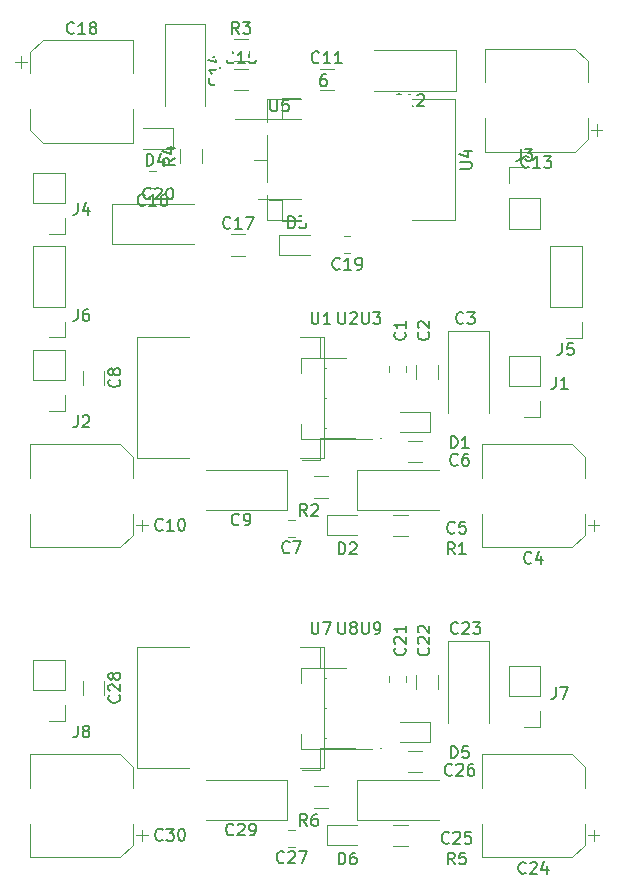
<source format=gto>
%TF.GenerationSoftware,KiCad,Pcbnew,(5.1.4)-1*%
%TF.CreationDate,2021-09-05T23:43:36-04:00*%
%TF.ProjectId,dual_lm317,6475616c-5f6c-46d3-9331-372e6b696361,rev?*%
%TF.SameCoordinates,Original*%
%TF.FileFunction,Legend,Top*%
%TF.FilePolarity,Positive*%
%FSLAX46Y46*%
G04 Gerber Fmt 4.6, Leading zero omitted, Abs format (unit mm)*
G04 Created by KiCad (PCBNEW (5.1.4)-1) date 2021-09-05 23:43:36*
%MOMM*%
%LPD*%
G04 APERTURE LIST*
%ADD10C,0.120000*%
%ADD11C,0.150000*%
%ADD12R,9.400000X10.800000*%
%ADD13R,4.600000X1.100000*%
%ADD14R,2.000000X1.500000*%
%ADD15R,2.000000X3.800000*%
%ADD16O,2.000000X1.905000*%
%ADD17R,2.000000X1.905000*%
%ADD18O,3.500000X3.500000*%
%ADD19C,0.100000*%
%ADD20C,1.425000*%
%ADD21O,1.700000X1.700000*%
%ADD22R,1.700000X1.700000*%
%ADD23R,0.600000X0.450000*%
%ADD24C,2.500000*%
%ADD25C,2.250000*%
%ADD26C,1.150000*%
G04 APERTURE END LIST*
D10*
%TO.C,U9*%
X130950000Y-104360000D02*
X132050000Y-104360000D01*
X130950000Y-102550000D02*
X130950000Y-104360000D01*
X129450000Y-102550000D02*
X130950000Y-102550000D01*
X130950000Y-111140000D02*
X136075000Y-111140000D01*
X130950000Y-112950000D02*
X130950000Y-111140000D01*
X129450000Y-112950000D02*
X130950000Y-112950000D01*
%TO.C,U8*%
X135350000Y-111160000D02*
X129340000Y-111160000D01*
X133100000Y-104340000D02*
X129340000Y-104340000D01*
X129340000Y-111160000D02*
X129340000Y-109900000D01*
X129340000Y-104340000D02*
X129340000Y-105600000D01*
%TO.C,U7*%
X131310000Y-105170000D02*
X133850000Y-105170000D01*
X131310000Y-107710000D02*
X133850000Y-107710000D01*
X131310000Y-110250000D02*
X133850000Y-110250000D01*
X115420000Y-102590000D02*
X131310000Y-102590000D01*
X115420000Y-112830000D02*
X131310000Y-112830000D01*
X115420000Y-112830000D02*
X115420000Y-102590000D01*
X131310000Y-112830000D02*
X131310000Y-102590000D01*
%TO.C,R6*%
X130397936Y-116160000D02*
X131602064Y-116160000D01*
X130397936Y-114340000D02*
X131602064Y-114340000D01*
%TO.C,R5*%
X137147936Y-119410000D02*
X138352064Y-119410000D01*
X137147936Y-117590000D02*
X138352064Y-117590000D01*
%TO.C,J8*%
X109330000Y-108830000D02*
X108000000Y-108830000D01*
X109330000Y-107500000D02*
X109330000Y-108830000D01*
X109330000Y-106230000D02*
X106670000Y-106230000D01*
X106670000Y-106230000D02*
X106670000Y-103630000D01*
X109330000Y-106230000D02*
X109330000Y-103630000D01*
X109330000Y-103630000D02*
X106670000Y-103630000D01*
%TO.C,J7*%
X149580000Y-109330000D02*
X148250000Y-109330000D01*
X149580000Y-108000000D02*
X149580000Y-109330000D01*
X149580000Y-106730000D02*
X146920000Y-106730000D01*
X146920000Y-106730000D02*
X146920000Y-104130000D01*
X149580000Y-106730000D02*
X149580000Y-104130000D01*
X149580000Y-104130000D02*
X146920000Y-104130000D01*
%TO.C,D6*%
X131500000Y-117650000D02*
X134050000Y-117650000D01*
X131500000Y-119350000D02*
X134050000Y-119350000D01*
X131500000Y-117650000D02*
X131500000Y-119350000D01*
%TO.C,D5*%
X140250000Y-110600000D02*
X137700000Y-110600000D01*
X140250000Y-108900000D02*
X137700000Y-108900000D01*
X140250000Y-110600000D02*
X140250000Y-108900000D01*
%TO.C,C30*%
X115850000Y-119010000D02*
X115850000Y-118010000D01*
X116350000Y-118510000D02*
X115350000Y-118510000D01*
X115110000Y-112704437D02*
X114045563Y-111640000D01*
X115110000Y-119295563D02*
X114045563Y-120360000D01*
X115110000Y-119295563D02*
X115110000Y-117510000D01*
X115110000Y-112704437D02*
X115110000Y-114490000D01*
X114045563Y-111640000D02*
X106390000Y-111640000D01*
X114045563Y-120360000D02*
X106390000Y-120360000D01*
X106390000Y-120360000D02*
X106390000Y-117510000D01*
X106390000Y-111640000D02*
X106390000Y-114490000D01*
%TO.C,C29*%
X128185000Y-113790000D02*
X121250000Y-113790000D01*
X128185000Y-117210000D02*
X128185000Y-113790000D01*
X121250000Y-117210000D02*
X128185000Y-117210000D01*
%TO.C,C28*%
X110840000Y-105397936D02*
X110840000Y-106602064D01*
X112660000Y-105397936D02*
X112660000Y-106602064D01*
%TO.C,C27*%
X128786252Y-118040000D02*
X128263748Y-118040000D01*
X128786252Y-119460000D02*
X128263748Y-119460000D01*
%TO.C,C26*%
X138397936Y-113160000D02*
X139602064Y-113160000D01*
X138397936Y-111340000D02*
X139602064Y-111340000D01*
%TO.C,C25*%
X134065000Y-117210000D02*
X141000000Y-117210000D01*
X134065000Y-113790000D02*
X134065000Y-117210000D01*
X141000000Y-113790000D02*
X134065000Y-113790000D01*
%TO.C,C24*%
X154100000Y-119010000D02*
X154100000Y-118010000D01*
X154600000Y-118510000D02*
X153600000Y-118510000D01*
X153360000Y-112704437D02*
X152295563Y-111640000D01*
X153360000Y-119295563D02*
X152295563Y-120360000D01*
X153360000Y-119295563D02*
X153360000Y-117510000D01*
X153360000Y-112704437D02*
X153360000Y-114490000D01*
X152295563Y-111640000D02*
X144640000Y-111640000D01*
X152295563Y-120360000D02*
X144640000Y-120360000D01*
X144640000Y-120360000D02*
X144640000Y-117510000D01*
X144640000Y-111640000D02*
X144640000Y-114490000D01*
%TO.C,C23*%
X141790000Y-102065000D02*
X141790000Y-109000000D01*
X145210000Y-102065000D02*
X141790000Y-102065000D01*
X145210000Y-109000000D02*
X145210000Y-102065000D01*
%TO.C,C22*%
X139090000Y-104897936D02*
X139090000Y-106102064D01*
X140910000Y-104897936D02*
X140910000Y-106102064D01*
%TO.C,C21*%
X136790000Y-104988748D02*
X136790000Y-105511252D01*
X138210000Y-104988748D02*
X138210000Y-105511252D01*
%TO.C,C9*%
X128185000Y-87540000D02*
X121250000Y-87540000D01*
X128185000Y-90960000D02*
X128185000Y-87540000D01*
X121250000Y-90960000D02*
X128185000Y-90960000D01*
%TO.C,U2*%
X135350000Y-84910000D02*
X129340000Y-84910000D01*
X133100000Y-78090000D02*
X129340000Y-78090000D01*
X129340000Y-84910000D02*
X129340000Y-83650000D01*
X129340000Y-78090000D02*
X129340000Y-79350000D01*
%TO.C,R2*%
X130397936Y-88090000D02*
X131602064Y-88090000D01*
X130397936Y-89910000D02*
X131602064Y-89910000D01*
%TO.C,R1*%
X137147936Y-91340000D02*
X138352064Y-91340000D01*
X137147936Y-93160000D02*
X138352064Y-93160000D01*
%TO.C,U1*%
X131310000Y-86580000D02*
X131310000Y-76340000D01*
X115420000Y-86580000D02*
X115420000Y-76340000D01*
X115420000Y-86580000D02*
X131310000Y-86580000D01*
X115420000Y-76340000D02*
X131310000Y-76340000D01*
X131310000Y-84000000D02*
X133850000Y-84000000D01*
X131310000Y-81460000D02*
X133850000Y-81460000D01*
X131310000Y-78920000D02*
X133850000Y-78920000D01*
%TO.C,U3*%
X130950000Y-78110000D02*
X132050000Y-78110000D01*
X130950000Y-76300000D02*
X130950000Y-78110000D01*
X129450000Y-76300000D02*
X130950000Y-76300000D01*
X130950000Y-84890000D02*
X136075000Y-84890000D01*
X130950000Y-86700000D02*
X130950000Y-84890000D01*
X129450000Y-86700000D02*
X130950000Y-86700000D01*
%TO.C,J2*%
X109330000Y-82580000D02*
X108000000Y-82580000D01*
X109330000Y-81250000D02*
X109330000Y-82580000D01*
X109330000Y-79980000D02*
X106670000Y-79980000D01*
X106670000Y-79980000D02*
X106670000Y-77380000D01*
X109330000Y-79980000D02*
X109330000Y-77380000D01*
X109330000Y-77380000D02*
X106670000Y-77380000D01*
%TO.C,J1*%
X149580000Y-83080000D02*
X148250000Y-83080000D01*
X149580000Y-81750000D02*
X149580000Y-83080000D01*
X149580000Y-80480000D02*
X146920000Y-80480000D01*
X146920000Y-80480000D02*
X146920000Y-77880000D01*
X149580000Y-80480000D02*
X149580000Y-77880000D01*
X149580000Y-77880000D02*
X146920000Y-77880000D01*
%TO.C,D2*%
X131500000Y-91400000D02*
X134050000Y-91400000D01*
X131500000Y-93100000D02*
X134050000Y-93100000D01*
X131500000Y-91400000D02*
X131500000Y-93100000D01*
%TO.C,D1*%
X140250000Y-84350000D02*
X137700000Y-84350000D01*
X140250000Y-82650000D02*
X137700000Y-82650000D01*
X140250000Y-84350000D02*
X140250000Y-82650000D01*
%TO.C,J6*%
X109330000Y-68590000D02*
X106670000Y-68590000D01*
X109330000Y-73730000D02*
X109330000Y-68590000D01*
X106670000Y-73730000D02*
X106670000Y-68590000D01*
X109330000Y-73730000D02*
X106670000Y-73730000D01*
X109330000Y-75000000D02*
X109330000Y-76330000D01*
X109330000Y-76330000D02*
X108000000Y-76330000D01*
%TO.C,J5*%
X153080000Y-68630000D02*
X150420000Y-68630000D01*
X153080000Y-73770000D02*
X153080000Y-68630000D01*
X150420000Y-73770000D02*
X150420000Y-68630000D01*
X153080000Y-73770000D02*
X150420000Y-73770000D01*
X153080000Y-75040000D02*
X153080000Y-76370000D01*
X153080000Y-76370000D02*
X151750000Y-76370000D01*
%TO.C,U6*%
X129250000Y-56075000D02*
X127750000Y-56075000D01*
X127750000Y-56075000D02*
X127750000Y-57885000D01*
X127750000Y-57885000D02*
X122625000Y-57885000D01*
X129250000Y-66475000D02*
X127750000Y-66475000D01*
X127750000Y-66475000D02*
X127750000Y-64665000D01*
X127750000Y-64665000D02*
X126650000Y-64665000D01*
%TO.C,U5*%
X129410000Y-64660000D02*
X129410000Y-63400000D01*
X129410000Y-57840000D02*
X129410000Y-59100000D01*
X125650000Y-64660000D02*
X129410000Y-64660000D01*
X123400000Y-57840000D02*
X129410000Y-57840000D01*
%TO.C,C20*%
X120250000Y-65040000D02*
X113315000Y-65040000D01*
X113315000Y-65040000D02*
X113315000Y-68460000D01*
X113315000Y-68460000D02*
X120250000Y-68460000D01*
%TO.C,C15*%
X123647936Y-53590000D02*
X124852064Y-53590000D01*
X123647936Y-55410000D02*
X124852064Y-55410000D01*
%TO.C,C11*%
X130897936Y-53590000D02*
X132102064Y-53590000D01*
X130897936Y-55410000D02*
X132102064Y-55410000D01*
%TO.C,R4*%
X119090000Y-61602064D02*
X119090000Y-60397936D01*
X120910000Y-61602064D02*
X120910000Y-60397936D01*
%TO.C,R3*%
X123647936Y-51090000D02*
X124852064Y-51090000D01*
X123647936Y-52910000D02*
X124852064Y-52910000D01*
%TO.C,C17*%
X123397936Y-67590000D02*
X124602064Y-67590000D01*
X123397936Y-69410000D02*
X124602064Y-69410000D01*
%TO.C,C16*%
X117011252Y-63710000D02*
X116488748Y-63710000D01*
X117011252Y-62290000D02*
X116488748Y-62290000D01*
%TO.C,U4*%
X126440000Y-56170000D02*
X126440000Y-66410000D01*
X142330000Y-56170000D02*
X142330000Y-66410000D01*
X142330000Y-56170000D02*
X126440000Y-56170000D01*
X142330000Y-66410000D02*
X126440000Y-66410000D01*
X126440000Y-58750000D02*
X123900000Y-58750000D01*
X126440000Y-61290000D02*
X123900000Y-61290000D01*
X126440000Y-63830000D02*
X123900000Y-63830000D01*
%TO.C,J4*%
X109330000Y-62380000D02*
X106670000Y-62380000D01*
X109330000Y-64980000D02*
X109330000Y-62380000D01*
X106670000Y-64980000D02*
X106670000Y-62380000D01*
X109330000Y-64980000D02*
X106670000Y-64980000D01*
X109330000Y-66250000D02*
X109330000Y-67580000D01*
X109330000Y-67580000D02*
X108000000Y-67580000D01*
%TO.C,J3*%
X146920000Y-67120000D02*
X149580000Y-67120000D01*
X146920000Y-64520000D02*
X146920000Y-67120000D01*
X149580000Y-64520000D02*
X149580000Y-67120000D01*
X146920000Y-64520000D02*
X149580000Y-64520000D01*
X146920000Y-63250000D02*
X146920000Y-61920000D01*
X146920000Y-61920000D02*
X148250000Y-61920000D01*
%TO.C,D4*%
X118500000Y-60350000D02*
X118500000Y-58650000D01*
X118500000Y-58650000D02*
X115950000Y-58650000D01*
X118500000Y-60350000D02*
X115950000Y-60350000D01*
%TO.C,D3*%
X127500000Y-67650000D02*
X127500000Y-69350000D01*
X127500000Y-69350000D02*
X130050000Y-69350000D01*
X127500000Y-67650000D02*
X130050000Y-67650000D01*
%TO.C,C18*%
X115110000Y-59860000D02*
X115110000Y-57010000D01*
X115110000Y-51140000D02*
X115110000Y-53990000D01*
X107454437Y-51140000D02*
X115110000Y-51140000D01*
X107454437Y-59860000D02*
X115110000Y-59860000D01*
X106390000Y-58795563D02*
X106390000Y-57010000D01*
X106390000Y-52204437D02*
X106390000Y-53990000D01*
X106390000Y-52204437D02*
X107454437Y-51140000D01*
X106390000Y-58795563D02*
X107454437Y-59860000D01*
X105150000Y-52990000D02*
X106150000Y-52990000D01*
X105650000Y-52490000D02*
X105650000Y-53490000D01*
%TO.C,C14*%
X121210000Y-56750000D02*
X121210000Y-49815000D01*
X121210000Y-49815000D02*
X117790000Y-49815000D01*
X117790000Y-49815000D02*
X117790000Y-56750000D01*
%TO.C,C13*%
X144890000Y-51890000D02*
X144890000Y-54740000D01*
X144890000Y-60610000D02*
X144890000Y-57760000D01*
X152545563Y-60610000D02*
X144890000Y-60610000D01*
X152545563Y-51890000D02*
X144890000Y-51890000D01*
X153610000Y-52954437D02*
X153610000Y-54740000D01*
X153610000Y-59545563D02*
X153610000Y-57760000D01*
X153610000Y-59545563D02*
X152545563Y-60610000D01*
X153610000Y-52954437D02*
X152545563Y-51890000D01*
X154850000Y-58760000D02*
X153850000Y-58760000D01*
X154350000Y-59260000D02*
X154350000Y-58260000D01*
%TO.C,C12*%
X135500000Y-55460000D02*
X142435000Y-55460000D01*
X142435000Y-55460000D02*
X142435000Y-52040000D01*
X142435000Y-52040000D02*
X135500000Y-52040000D01*
%TO.C,C19*%
X133511252Y-69210000D02*
X132988748Y-69210000D01*
X133511252Y-67790000D02*
X132988748Y-67790000D01*
%TO.C,C1*%
X136790000Y-78738748D02*
X136790000Y-79261252D01*
X138210000Y-78738748D02*
X138210000Y-79261252D01*
%TO.C,C2*%
X139090000Y-78647936D02*
X139090000Y-79852064D01*
X140910000Y-78647936D02*
X140910000Y-79852064D01*
%TO.C,C3*%
X141790000Y-75815000D02*
X141790000Y-82750000D01*
X145210000Y-75815000D02*
X141790000Y-75815000D01*
X145210000Y-82750000D02*
X145210000Y-75815000D01*
%TO.C,C4*%
X154100000Y-92760000D02*
X154100000Y-91760000D01*
X154600000Y-92260000D02*
X153600000Y-92260000D01*
X153360000Y-86454437D02*
X152295563Y-85390000D01*
X153360000Y-93045563D02*
X152295563Y-94110000D01*
X153360000Y-93045563D02*
X153360000Y-91260000D01*
X153360000Y-86454437D02*
X153360000Y-88240000D01*
X152295563Y-85390000D02*
X144640000Y-85390000D01*
X152295563Y-94110000D02*
X144640000Y-94110000D01*
X144640000Y-94110000D02*
X144640000Y-91260000D01*
X144640000Y-85390000D02*
X144640000Y-88240000D01*
%TO.C,C5*%
X141000000Y-87540000D02*
X134065000Y-87540000D01*
X134065000Y-87540000D02*
X134065000Y-90960000D01*
X134065000Y-90960000D02*
X141000000Y-90960000D01*
%TO.C,C6*%
X138397936Y-86910000D02*
X139602064Y-86910000D01*
X138397936Y-85090000D02*
X139602064Y-85090000D01*
%TO.C,C7*%
X128786252Y-93210000D02*
X128263748Y-93210000D01*
X128786252Y-91790000D02*
X128263748Y-91790000D01*
%TO.C,C8*%
X112660000Y-79147936D02*
X112660000Y-80352064D01*
X110840000Y-79147936D02*
X110840000Y-80352064D01*
%TO.C,C10*%
X115850000Y-92760000D02*
X115850000Y-91760000D01*
X116350000Y-92260000D02*
X115350000Y-92260000D01*
X115110000Y-86454437D02*
X114045563Y-85390000D01*
X115110000Y-93045563D02*
X114045563Y-94110000D01*
X115110000Y-93045563D02*
X115110000Y-91260000D01*
X115110000Y-86454437D02*
X115110000Y-88240000D01*
X114045563Y-85390000D02*
X106390000Y-85390000D01*
X114045563Y-94110000D02*
X106390000Y-94110000D01*
X106390000Y-94110000D02*
X106390000Y-91260000D01*
X106390000Y-85390000D02*
X106390000Y-88240000D01*
%TO.C,U9*%
D11*
X134488095Y-100452380D02*
X134488095Y-101261904D01*
X134535714Y-101357142D01*
X134583333Y-101404761D01*
X134678571Y-101452380D01*
X134869047Y-101452380D01*
X134964285Y-101404761D01*
X135011904Y-101357142D01*
X135059523Y-101261904D01*
X135059523Y-100452380D01*
X135583333Y-101452380D02*
X135773809Y-101452380D01*
X135869047Y-101404761D01*
X135916666Y-101357142D01*
X136011904Y-101214285D01*
X136059523Y-101023809D01*
X136059523Y-100642857D01*
X136011904Y-100547619D01*
X135964285Y-100500000D01*
X135869047Y-100452380D01*
X135678571Y-100452380D01*
X135583333Y-100500000D01*
X135535714Y-100547619D01*
X135488095Y-100642857D01*
X135488095Y-100880952D01*
X135535714Y-100976190D01*
X135583333Y-101023809D01*
X135678571Y-101071428D01*
X135869047Y-101071428D01*
X135964285Y-101023809D01*
X136011904Y-100976190D01*
X136059523Y-100880952D01*
%TO.C,U8*%
X132488095Y-100452380D02*
X132488095Y-101261904D01*
X132535714Y-101357142D01*
X132583333Y-101404761D01*
X132678571Y-101452380D01*
X132869047Y-101452380D01*
X132964285Y-101404761D01*
X133011904Y-101357142D01*
X133059523Y-101261904D01*
X133059523Y-100452380D01*
X133678571Y-100880952D02*
X133583333Y-100833333D01*
X133535714Y-100785714D01*
X133488095Y-100690476D01*
X133488095Y-100642857D01*
X133535714Y-100547619D01*
X133583333Y-100500000D01*
X133678571Y-100452380D01*
X133869047Y-100452380D01*
X133964285Y-100500000D01*
X134011904Y-100547619D01*
X134059523Y-100642857D01*
X134059523Y-100690476D01*
X134011904Y-100785714D01*
X133964285Y-100833333D01*
X133869047Y-100880952D01*
X133678571Y-100880952D01*
X133583333Y-100928571D01*
X133535714Y-100976190D01*
X133488095Y-101071428D01*
X133488095Y-101261904D01*
X133535714Y-101357142D01*
X133583333Y-101404761D01*
X133678571Y-101452380D01*
X133869047Y-101452380D01*
X133964285Y-101404761D01*
X134011904Y-101357142D01*
X134059523Y-101261904D01*
X134059523Y-101071428D01*
X134011904Y-100976190D01*
X133964285Y-100928571D01*
X133869047Y-100880952D01*
%TO.C,U7*%
X130238095Y-100452380D02*
X130238095Y-101261904D01*
X130285714Y-101357142D01*
X130333333Y-101404761D01*
X130428571Y-101452380D01*
X130619047Y-101452380D01*
X130714285Y-101404761D01*
X130761904Y-101357142D01*
X130809523Y-101261904D01*
X130809523Y-100452380D01*
X131190476Y-100452380D02*
X131857142Y-100452380D01*
X131428571Y-101452380D01*
%TO.C,R6*%
X129833333Y-117702380D02*
X129500000Y-117226190D01*
X129261904Y-117702380D02*
X129261904Y-116702380D01*
X129642857Y-116702380D01*
X129738095Y-116750000D01*
X129785714Y-116797619D01*
X129833333Y-116892857D01*
X129833333Y-117035714D01*
X129785714Y-117130952D01*
X129738095Y-117178571D01*
X129642857Y-117226190D01*
X129261904Y-117226190D01*
X130690476Y-116702380D02*
X130500000Y-116702380D01*
X130404761Y-116750000D01*
X130357142Y-116797619D01*
X130261904Y-116940476D01*
X130214285Y-117130952D01*
X130214285Y-117511904D01*
X130261904Y-117607142D01*
X130309523Y-117654761D01*
X130404761Y-117702380D01*
X130595238Y-117702380D01*
X130690476Y-117654761D01*
X130738095Y-117607142D01*
X130785714Y-117511904D01*
X130785714Y-117273809D01*
X130738095Y-117178571D01*
X130690476Y-117130952D01*
X130595238Y-117083333D01*
X130404761Y-117083333D01*
X130309523Y-117130952D01*
X130261904Y-117178571D01*
X130214285Y-117273809D01*
%TO.C,R5*%
X142333333Y-120952380D02*
X142000000Y-120476190D01*
X141761904Y-120952380D02*
X141761904Y-119952380D01*
X142142857Y-119952380D01*
X142238095Y-120000000D01*
X142285714Y-120047619D01*
X142333333Y-120142857D01*
X142333333Y-120285714D01*
X142285714Y-120380952D01*
X142238095Y-120428571D01*
X142142857Y-120476190D01*
X141761904Y-120476190D01*
X143238095Y-119952380D02*
X142761904Y-119952380D01*
X142714285Y-120428571D01*
X142761904Y-120380952D01*
X142857142Y-120333333D01*
X143095238Y-120333333D01*
X143190476Y-120380952D01*
X143238095Y-120428571D01*
X143285714Y-120523809D01*
X143285714Y-120761904D01*
X143238095Y-120857142D01*
X143190476Y-120904761D01*
X143095238Y-120952380D01*
X142857142Y-120952380D01*
X142761904Y-120904761D01*
X142714285Y-120857142D01*
%TO.C,J8*%
X110416666Y-109202380D02*
X110416666Y-109916666D01*
X110369047Y-110059523D01*
X110273809Y-110154761D01*
X110130952Y-110202380D01*
X110035714Y-110202380D01*
X111035714Y-109630952D02*
X110940476Y-109583333D01*
X110892857Y-109535714D01*
X110845238Y-109440476D01*
X110845238Y-109392857D01*
X110892857Y-109297619D01*
X110940476Y-109250000D01*
X111035714Y-109202380D01*
X111226190Y-109202380D01*
X111321428Y-109250000D01*
X111369047Y-109297619D01*
X111416666Y-109392857D01*
X111416666Y-109440476D01*
X111369047Y-109535714D01*
X111321428Y-109583333D01*
X111226190Y-109630952D01*
X111035714Y-109630952D01*
X110940476Y-109678571D01*
X110892857Y-109726190D01*
X110845238Y-109821428D01*
X110845238Y-110011904D01*
X110892857Y-110107142D01*
X110940476Y-110154761D01*
X111035714Y-110202380D01*
X111226190Y-110202380D01*
X111321428Y-110154761D01*
X111369047Y-110107142D01*
X111416666Y-110011904D01*
X111416666Y-109821428D01*
X111369047Y-109726190D01*
X111321428Y-109678571D01*
X111226190Y-109630952D01*
%TO.C,J7*%
X150916666Y-105952380D02*
X150916666Y-106666666D01*
X150869047Y-106809523D01*
X150773809Y-106904761D01*
X150630952Y-106952380D01*
X150535714Y-106952380D01*
X151297619Y-105952380D02*
X151964285Y-105952380D01*
X151535714Y-106952380D01*
%TO.C,D6*%
X132511904Y-120952380D02*
X132511904Y-119952380D01*
X132750000Y-119952380D01*
X132892857Y-120000000D01*
X132988095Y-120095238D01*
X133035714Y-120190476D01*
X133083333Y-120380952D01*
X133083333Y-120523809D01*
X133035714Y-120714285D01*
X132988095Y-120809523D01*
X132892857Y-120904761D01*
X132750000Y-120952380D01*
X132511904Y-120952380D01*
X133940476Y-119952380D02*
X133750000Y-119952380D01*
X133654761Y-120000000D01*
X133607142Y-120047619D01*
X133511904Y-120190476D01*
X133464285Y-120380952D01*
X133464285Y-120761904D01*
X133511904Y-120857142D01*
X133559523Y-120904761D01*
X133654761Y-120952380D01*
X133845238Y-120952380D01*
X133940476Y-120904761D01*
X133988095Y-120857142D01*
X134035714Y-120761904D01*
X134035714Y-120523809D01*
X133988095Y-120428571D01*
X133940476Y-120380952D01*
X133845238Y-120333333D01*
X133654761Y-120333333D01*
X133559523Y-120380952D01*
X133511904Y-120428571D01*
X133464285Y-120523809D01*
%TO.C,D5*%
X142011904Y-111952380D02*
X142011904Y-110952380D01*
X142250000Y-110952380D01*
X142392857Y-111000000D01*
X142488095Y-111095238D01*
X142535714Y-111190476D01*
X142583333Y-111380952D01*
X142583333Y-111523809D01*
X142535714Y-111714285D01*
X142488095Y-111809523D01*
X142392857Y-111904761D01*
X142250000Y-111952380D01*
X142011904Y-111952380D01*
X143488095Y-110952380D02*
X143011904Y-110952380D01*
X142964285Y-111428571D01*
X143011904Y-111380952D01*
X143107142Y-111333333D01*
X143345238Y-111333333D01*
X143440476Y-111380952D01*
X143488095Y-111428571D01*
X143535714Y-111523809D01*
X143535714Y-111761904D01*
X143488095Y-111857142D01*
X143440476Y-111904761D01*
X143345238Y-111952380D01*
X143107142Y-111952380D01*
X143011904Y-111904761D01*
X142964285Y-111857142D01*
%TO.C,C30*%
X117607142Y-118857142D02*
X117559523Y-118904761D01*
X117416666Y-118952380D01*
X117321428Y-118952380D01*
X117178571Y-118904761D01*
X117083333Y-118809523D01*
X117035714Y-118714285D01*
X116988095Y-118523809D01*
X116988095Y-118380952D01*
X117035714Y-118190476D01*
X117083333Y-118095238D01*
X117178571Y-118000000D01*
X117321428Y-117952380D01*
X117416666Y-117952380D01*
X117559523Y-118000000D01*
X117607142Y-118047619D01*
X117940476Y-117952380D02*
X118559523Y-117952380D01*
X118226190Y-118333333D01*
X118369047Y-118333333D01*
X118464285Y-118380952D01*
X118511904Y-118428571D01*
X118559523Y-118523809D01*
X118559523Y-118761904D01*
X118511904Y-118857142D01*
X118464285Y-118904761D01*
X118369047Y-118952380D01*
X118083333Y-118952380D01*
X117988095Y-118904761D01*
X117940476Y-118857142D01*
X119178571Y-117952380D02*
X119273809Y-117952380D01*
X119369047Y-118000000D01*
X119416666Y-118047619D01*
X119464285Y-118142857D01*
X119511904Y-118333333D01*
X119511904Y-118571428D01*
X119464285Y-118761904D01*
X119416666Y-118857142D01*
X119369047Y-118904761D01*
X119273809Y-118952380D01*
X119178571Y-118952380D01*
X119083333Y-118904761D01*
X119035714Y-118857142D01*
X118988095Y-118761904D01*
X118940476Y-118571428D01*
X118940476Y-118333333D01*
X118988095Y-118142857D01*
X119035714Y-118047619D01*
X119083333Y-118000000D01*
X119178571Y-117952380D01*
%TO.C,C29*%
X123607142Y-118407142D02*
X123559523Y-118454761D01*
X123416666Y-118502380D01*
X123321428Y-118502380D01*
X123178571Y-118454761D01*
X123083333Y-118359523D01*
X123035714Y-118264285D01*
X122988095Y-118073809D01*
X122988095Y-117930952D01*
X123035714Y-117740476D01*
X123083333Y-117645238D01*
X123178571Y-117550000D01*
X123321428Y-117502380D01*
X123416666Y-117502380D01*
X123559523Y-117550000D01*
X123607142Y-117597619D01*
X123988095Y-117597619D02*
X124035714Y-117550000D01*
X124130952Y-117502380D01*
X124369047Y-117502380D01*
X124464285Y-117550000D01*
X124511904Y-117597619D01*
X124559523Y-117692857D01*
X124559523Y-117788095D01*
X124511904Y-117930952D01*
X123940476Y-118502380D01*
X124559523Y-118502380D01*
X125035714Y-118502380D02*
X125226190Y-118502380D01*
X125321428Y-118454761D01*
X125369047Y-118407142D01*
X125464285Y-118264285D01*
X125511904Y-118073809D01*
X125511904Y-117692857D01*
X125464285Y-117597619D01*
X125416666Y-117550000D01*
X125321428Y-117502380D01*
X125130952Y-117502380D01*
X125035714Y-117550000D01*
X124988095Y-117597619D01*
X124940476Y-117692857D01*
X124940476Y-117930952D01*
X124988095Y-118026190D01*
X125035714Y-118073809D01*
X125130952Y-118121428D01*
X125321428Y-118121428D01*
X125416666Y-118073809D01*
X125464285Y-118026190D01*
X125511904Y-117930952D01*
%TO.C,C28*%
X113927142Y-106642857D02*
X113974761Y-106690476D01*
X114022380Y-106833333D01*
X114022380Y-106928571D01*
X113974761Y-107071428D01*
X113879523Y-107166666D01*
X113784285Y-107214285D01*
X113593809Y-107261904D01*
X113450952Y-107261904D01*
X113260476Y-107214285D01*
X113165238Y-107166666D01*
X113070000Y-107071428D01*
X113022380Y-106928571D01*
X113022380Y-106833333D01*
X113070000Y-106690476D01*
X113117619Y-106642857D01*
X113117619Y-106261904D02*
X113070000Y-106214285D01*
X113022380Y-106119047D01*
X113022380Y-105880952D01*
X113070000Y-105785714D01*
X113117619Y-105738095D01*
X113212857Y-105690476D01*
X113308095Y-105690476D01*
X113450952Y-105738095D01*
X114022380Y-106309523D01*
X114022380Y-105690476D01*
X113450952Y-105119047D02*
X113403333Y-105214285D01*
X113355714Y-105261904D01*
X113260476Y-105309523D01*
X113212857Y-105309523D01*
X113117619Y-105261904D01*
X113070000Y-105214285D01*
X113022380Y-105119047D01*
X113022380Y-104928571D01*
X113070000Y-104833333D01*
X113117619Y-104785714D01*
X113212857Y-104738095D01*
X113260476Y-104738095D01*
X113355714Y-104785714D01*
X113403333Y-104833333D01*
X113450952Y-104928571D01*
X113450952Y-105119047D01*
X113498571Y-105214285D01*
X113546190Y-105261904D01*
X113641428Y-105309523D01*
X113831904Y-105309523D01*
X113927142Y-105261904D01*
X113974761Y-105214285D01*
X114022380Y-105119047D01*
X114022380Y-104928571D01*
X113974761Y-104833333D01*
X113927142Y-104785714D01*
X113831904Y-104738095D01*
X113641428Y-104738095D01*
X113546190Y-104785714D01*
X113498571Y-104833333D01*
X113450952Y-104928571D01*
%TO.C,C27*%
X127882142Y-120757142D02*
X127834523Y-120804761D01*
X127691666Y-120852380D01*
X127596428Y-120852380D01*
X127453571Y-120804761D01*
X127358333Y-120709523D01*
X127310714Y-120614285D01*
X127263095Y-120423809D01*
X127263095Y-120280952D01*
X127310714Y-120090476D01*
X127358333Y-119995238D01*
X127453571Y-119900000D01*
X127596428Y-119852380D01*
X127691666Y-119852380D01*
X127834523Y-119900000D01*
X127882142Y-119947619D01*
X128263095Y-119947619D02*
X128310714Y-119900000D01*
X128405952Y-119852380D01*
X128644047Y-119852380D01*
X128739285Y-119900000D01*
X128786904Y-119947619D01*
X128834523Y-120042857D01*
X128834523Y-120138095D01*
X128786904Y-120280952D01*
X128215476Y-120852380D01*
X128834523Y-120852380D01*
X129167857Y-119852380D02*
X129834523Y-119852380D01*
X129405952Y-120852380D01*
%TO.C,C26*%
X142107142Y-113357142D02*
X142059523Y-113404761D01*
X141916666Y-113452380D01*
X141821428Y-113452380D01*
X141678571Y-113404761D01*
X141583333Y-113309523D01*
X141535714Y-113214285D01*
X141488095Y-113023809D01*
X141488095Y-112880952D01*
X141535714Y-112690476D01*
X141583333Y-112595238D01*
X141678571Y-112500000D01*
X141821428Y-112452380D01*
X141916666Y-112452380D01*
X142059523Y-112500000D01*
X142107142Y-112547619D01*
X142488095Y-112547619D02*
X142535714Y-112500000D01*
X142630952Y-112452380D01*
X142869047Y-112452380D01*
X142964285Y-112500000D01*
X143011904Y-112547619D01*
X143059523Y-112642857D01*
X143059523Y-112738095D01*
X143011904Y-112880952D01*
X142440476Y-113452380D01*
X143059523Y-113452380D01*
X143916666Y-112452380D02*
X143726190Y-112452380D01*
X143630952Y-112500000D01*
X143583333Y-112547619D01*
X143488095Y-112690476D01*
X143440476Y-112880952D01*
X143440476Y-113261904D01*
X143488095Y-113357142D01*
X143535714Y-113404761D01*
X143630952Y-113452380D01*
X143821428Y-113452380D01*
X143916666Y-113404761D01*
X143964285Y-113357142D01*
X144011904Y-113261904D01*
X144011904Y-113023809D01*
X143964285Y-112928571D01*
X143916666Y-112880952D01*
X143821428Y-112833333D01*
X143630952Y-112833333D01*
X143535714Y-112880952D01*
X143488095Y-112928571D01*
X143440476Y-113023809D01*
%TO.C,C25*%
X141857142Y-119107142D02*
X141809523Y-119154761D01*
X141666666Y-119202380D01*
X141571428Y-119202380D01*
X141428571Y-119154761D01*
X141333333Y-119059523D01*
X141285714Y-118964285D01*
X141238095Y-118773809D01*
X141238095Y-118630952D01*
X141285714Y-118440476D01*
X141333333Y-118345238D01*
X141428571Y-118250000D01*
X141571428Y-118202380D01*
X141666666Y-118202380D01*
X141809523Y-118250000D01*
X141857142Y-118297619D01*
X142238095Y-118297619D02*
X142285714Y-118250000D01*
X142380952Y-118202380D01*
X142619047Y-118202380D01*
X142714285Y-118250000D01*
X142761904Y-118297619D01*
X142809523Y-118392857D01*
X142809523Y-118488095D01*
X142761904Y-118630952D01*
X142190476Y-119202380D01*
X142809523Y-119202380D01*
X143714285Y-118202380D02*
X143238095Y-118202380D01*
X143190476Y-118678571D01*
X143238095Y-118630952D01*
X143333333Y-118583333D01*
X143571428Y-118583333D01*
X143666666Y-118630952D01*
X143714285Y-118678571D01*
X143761904Y-118773809D01*
X143761904Y-119011904D01*
X143714285Y-119107142D01*
X143666666Y-119154761D01*
X143571428Y-119202380D01*
X143333333Y-119202380D01*
X143238095Y-119154761D01*
X143190476Y-119107142D01*
%TO.C,C24*%
X148357142Y-121657142D02*
X148309523Y-121704761D01*
X148166666Y-121752380D01*
X148071428Y-121752380D01*
X147928571Y-121704761D01*
X147833333Y-121609523D01*
X147785714Y-121514285D01*
X147738095Y-121323809D01*
X147738095Y-121180952D01*
X147785714Y-120990476D01*
X147833333Y-120895238D01*
X147928571Y-120800000D01*
X148071428Y-120752380D01*
X148166666Y-120752380D01*
X148309523Y-120800000D01*
X148357142Y-120847619D01*
X148738095Y-120847619D02*
X148785714Y-120800000D01*
X148880952Y-120752380D01*
X149119047Y-120752380D01*
X149214285Y-120800000D01*
X149261904Y-120847619D01*
X149309523Y-120942857D01*
X149309523Y-121038095D01*
X149261904Y-121180952D01*
X148690476Y-121752380D01*
X149309523Y-121752380D01*
X150166666Y-121085714D02*
X150166666Y-121752380D01*
X149928571Y-120704761D02*
X149690476Y-121419047D01*
X150309523Y-121419047D01*
%TO.C,C23*%
X142607142Y-101357142D02*
X142559523Y-101404761D01*
X142416666Y-101452380D01*
X142321428Y-101452380D01*
X142178571Y-101404761D01*
X142083333Y-101309523D01*
X142035714Y-101214285D01*
X141988095Y-101023809D01*
X141988095Y-100880952D01*
X142035714Y-100690476D01*
X142083333Y-100595238D01*
X142178571Y-100500000D01*
X142321428Y-100452380D01*
X142416666Y-100452380D01*
X142559523Y-100500000D01*
X142607142Y-100547619D01*
X142988095Y-100547619D02*
X143035714Y-100500000D01*
X143130952Y-100452380D01*
X143369047Y-100452380D01*
X143464285Y-100500000D01*
X143511904Y-100547619D01*
X143559523Y-100642857D01*
X143559523Y-100738095D01*
X143511904Y-100880952D01*
X142940476Y-101452380D01*
X143559523Y-101452380D01*
X143892857Y-100452380D02*
X144511904Y-100452380D01*
X144178571Y-100833333D01*
X144321428Y-100833333D01*
X144416666Y-100880952D01*
X144464285Y-100928571D01*
X144511904Y-101023809D01*
X144511904Y-101261904D01*
X144464285Y-101357142D01*
X144416666Y-101404761D01*
X144321428Y-101452380D01*
X144035714Y-101452380D01*
X143940476Y-101404761D01*
X143892857Y-101357142D01*
%TO.C,C22*%
X140107142Y-102642857D02*
X140154761Y-102690476D01*
X140202380Y-102833333D01*
X140202380Y-102928571D01*
X140154761Y-103071428D01*
X140059523Y-103166666D01*
X139964285Y-103214285D01*
X139773809Y-103261904D01*
X139630952Y-103261904D01*
X139440476Y-103214285D01*
X139345238Y-103166666D01*
X139250000Y-103071428D01*
X139202380Y-102928571D01*
X139202380Y-102833333D01*
X139250000Y-102690476D01*
X139297619Y-102642857D01*
X139297619Y-102261904D02*
X139250000Y-102214285D01*
X139202380Y-102119047D01*
X139202380Y-101880952D01*
X139250000Y-101785714D01*
X139297619Y-101738095D01*
X139392857Y-101690476D01*
X139488095Y-101690476D01*
X139630952Y-101738095D01*
X140202380Y-102309523D01*
X140202380Y-101690476D01*
X139297619Y-101309523D02*
X139250000Y-101261904D01*
X139202380Y-101166666D01*
X139202380Y-100928571D01*
X139250000Y-100833333D01*
X139297619Y-100785714D01*
X139392857Y-100738095D01*
X139488095Y-100738095D01*
X139630952Y-100785714D01*
X140202380Y-101357142D01*
X140202380Y-100738095D01*
%TO.C,C21*%
X138107142Y-102642857D02*
X138154761Y-102690476D01*
X138202380Y-102833333D01*
X138202380Y-102928571D01*
X138154761Y-103071428D01*
X138059523Y-103166666D01*
X137964285Y-103214285D01*
X137773809Y-103261904D01*
X137630952Y-103261904D01*
X137440476Y-103214285D01*
X137345238Y-103166666D01*
X137250000Y-103071428D01*
X137202380Y-102928571D01*
X137202380Y-102833333D01*
X137250000Y-102690476D01*
X137297619Y-102642857D01*
X137297619Y-102261904D02*
X137250000Y-102214285D01*
X137202380Y-102119047D01*
X137202380Y-101880952D01*
X137250000Y-101785714D01*
X137297619Y-101738095D01*
X137392857Y-101690476D01*
X137488095Y-101690476D01*
X137630952Y-101738095D01*
X138202380Y-102309523D01*
X138202380Y-101690476D01*
X138202380Y-100738095D02*
X138202380Y-101309523D01*
X138202380Y-101023809D02*
X137202380Y-101023809D01*
X137345238Y-101119047D01*
X137440476Y-101214285D01*
X137488095Y-101309523D01*
%TO.C,C9*%
X124083333Y-92157142D02*
X124035714Y-92204761D01*
X123892857Y-92252380D01*
X123797619Y-92252380D01*
X123654761Y-92204761D01*
X123559523Y-92109523D01*
X123511904Y-92014285D01*
X123464285Y-91823809D01*
X123464285Y-91680952D01*
X123511904Y-91490476D01*
X123559523Y-91395238D01*
X123654761Y-91300000D01*
X123797619Y-91252380D01*
X123892857Y-91252380D01*
X124035714Y-91300000D01*
X124083333Y-91347619D01*
X124559523Y-92252380D02*
X124750000Y-92252380D01*
X124845238Y-92204761D01*
X124892857Y-92157142D01*
X124988095Y-92014285D01*
X125035714Y-91823809D01*
X125035714Y-91442857D01*
X124988095Y-91347619D01*
X124940476Y-91300000D01*
X124845238Y-91252380D01*
X124654761Y-91252380D01*
X124559523Y-91300000D01*
X124511904Y-91347619D01*
X124464285Y-91442857D01*
X124464285Y-91680952D01*
X124511904Y-91776190D01*
X124559523Y-91823809D01*
X124654761Y-91871428D01*
X124845238Y-91871428D01*
X124940476Y-91823809D01*
X124988095Y-91776190D01*
X125035714Y-91680952D01*
%TO.C,U2*%
X132488095Y-74202380D02*
X132488095Y-75011904D01*
X132535714Y-75107142D01*
X132583333Y-75154761D01*
X132678571Y-75202380D01*
X132869047Y-75202380D01*
X132964285Y-75154761D01*
X133011904Y-75107142D01*
X133059523Y-75011904D01*
X133059523Y-74202380D01*
X133488095Y-74297619D02*
X133535714Y-74250000D01*
X133630952Y-74202380D01*
X133869047Y-74202380D01*
X133964285Y-74250000D01*
X134011904Y-74297619D01*
X134059523Y-74392857D01*
X134059523Y-74488095D01*
X134011904Y-74630952D01*
X133440476Y-75202380D01*
X134059523Y-75202380D01*
%TO.C,R2*%
X129833333Y-91452380D02*
X129500000Y-90976190D01*
X129261904Y-91452380D02*
X129261904Y-90452380D01*
X129642857Y-90452380D01*
X129738095Y-90500000D01*
X129785714Y-90547619D01*
X129833333Y-90642857D01*
X129833333Y-90785714D01*
X129785714Y-90880952D01*
X129738095Y-90928571D01*
X129642857Y-90976190D01*
X129261904Y-90976190D01*
X130214285Y-90547619D02*
X130261904Y-90500000D01*
X130357142Y-90452380D01*
X130595238Y-90452380D01*
X130690476Y-90500000D01*
X130738095Y-90547619D01*
X130785714Y-90642857D01*
X130785714Y-90738095D01*
X130738095Y-90880952D01*
X130166666Y-91452380D01*
X130785714Y-91452380D01*
%TO.C,R1*%
X142333333Y-94702380D02*
X142000000Y-94226190D01*
X141761904Y-94702380D02*
X141761904Y-93702380D01*
X142142857Y-93702380D01*
X142238095Y-93750000D01*
X142285714Y-93797619D01*
X142333333Y-93892857D01*
X142333333Y-94035714D01*
X142285714Y-94130952D01*
X142238095Y-94178571D01*
X142142857Y-94226190D01*
X141761904Y-94226190D01*
X143285714Y-94702380D02*
X142714285Y-94702380D01*
X143000000Y-94702380D02*
X143000000Y-93702380D01*
X142904761Y-93845238D01*
X142809523Y-93940476D01*
X142714285Y-93988095D01*
%TO.C,U1*%
X130238095Y-74202380D02*
X130238095Y-75011904D01*
X130285714Y-75107142D01*
X130333333Y-75154761D01*
X130428571Y-75202380D01*
X130619047Y-75202380D01*
X130714285Y-75154761D01*
X130761904Y-75107142D01*
X130809523Y-75011904D01*
X130809523Y-74202380D01*
X131809523Y-75202380D02*
X131238095Y-75202380D01*
X131523809Y-75202380D02*
X131523809Y-74202380D01*
X131428571Y-74345238D01*
X131333333Y-74440476D01*
X131238095Y-74488095D01*
%TO.C,U3*%
X134488095Y-74202380D02*
X134488095Y-75011904D01*
X134535714Y-75107142D01*
X134583333Y-75154761D01*
X134678571Y-75202380D01*
X134869047Y-75202380D01*
X134964285Y-75154761D01*
X135011904Y-75107142D01*
X135059523Y-75011904D01*
X135059523Y-74202380D01*
X135440476Y-74202380D02*
X136059523Y-74202380D01*
X135726190Y-74583333D01*
X135869047Y-74583333D01*
X135964285Y-74630952D01*
X136011904Y-74678571D01*
X136059523Y-74773809D01*
X136059523Y-75011904D01*
X136011904Y-75107142D01*
X135964285Y-75154761D01*
X135869047Y-75202380D01*
X135583333Y-75202380D01*
X135488095Y-75154761D01*
X135440476Y-75107142D01*
%TO.C,J2*%
X110416666Y-82952380D02*
X110416666Y-83666666D01*
X110369047Y-83809523D01*
X110273809Y-83904761D01*
X110130952Y-83952380D01*
X110035714Y-83952380D01*
X110845238Y-83047619D02*
X110892857Y-83000000D01*
X110988095Y-82952380D01*
X111226190Y-82952380D01*
X111321428Y-83000000D01*
X111369047Y-83047619D01*
X111416666Y-83142857D01*
X111416666Y-83238095D01*
X111369047Y-83380952D01*
X110797619Y-83952380D01*
X111416666Y-83952380D01*
%TO.C,J1*%
X150916666Y-79702380D02*
X150916666Y-80416666D01*
X150869047Y-80559523D01*
X150773809Y-80654761D01*
X150630952Y-80702380D01*
X150535714Y-80702380D01*
X151916666Y-80702380D02*
X151345238Y-80702380D01*
X151630952Y-80702380D02*
X151630952Y-79702380D01*
X151535714Y-79845238D01*
X151440476Y-79940476D01*
X151345238Y-79988095D01*
%TO.C,D2*%
X132511904Y-94702380D02*
X132511904Y-93702380D01*
X132750000Y-93702380D01*
X132892857Y-93750000D01*
X132988095Y-93845238D01*
X133035714Y-93940476D01*
X133083333Y-94130952D01*
X133083333Y-94273809D01*
X133035714Y-94464285D01*
X132988095Y-94559523D01*
X132892857Y-94654761D01*
X132750000Y-94702380D01*
X132511904Y-94702380D01*
X133464285Y-93797619D02*
X133511904Y-93750000D01*
X133607142Y-93702380D01*
X133845238Y-93702380D01*
X133940476Y-93750000D01*
X133988095Y-93797619D01*
X134035714Y-93892857D01*
X134035714Y-93988095D01*
X133988095Y-94130952D01*
X133416666Y-94702380D01*
X134035714Y-94702380D01*
%TO.C,D1*%
X142011904Y-85702380D02*
X142011904Y-84702380D01*
X142250000Y-84702380D01*
X142392857Y-84750000D01*
X142488095Y-84845238D01*
X142535714Y-84940476D01*
X142583333Y-85130952D01*
X142583333Y-85273809D01*
X142535714Y-85464285D01*
X142488095Y-85559523D01*
X142392857Y-85654761D01*
X142250000Y-85702380D01*
X142011904Y-85702380D01*
X143535714Y-85702380D02*
X142964285Y-85702380D01*
X143250000Y-85702380D02*
X143250000Y-84702380D01*
X143154761Y-84845238D01*
X143059523Y-84940476D01*
X142964285Y-84988095D01*
%TO.C,J6*%
X110416666Y-73952380D02*
X110416666Y-74666666D01*
X110369047Y-74809523D01*
X110273809Y-74904761D01*
X110130952Y-74952380D01*
X110035714Y-74952380D01*
X111321428Y-73952380D02*
X111130952Y-73952380D01*
X111035714Y-74000000D01*
X110988095Y-74047619D01*
X110892857Y-74190476D01*
X110845238Y-74380952D01*
X110845238Y-74761904D01*
X110892857Y-74857142D01*
X110940476Y-74904761D01*
X111035714Y-74952380D01*
X111226190Y-74952380D01*
X111321428Y-74904761D01*
X111369047Y-74857142D01*
X111416666Y-74761904D01*
X111416666Y-74523809D01*
X111369047Y-74428571D01*
X111321428Y-74380952D01*
X111226190Y-74333333D01*
X111035714Y-74333333D01*
X110940476Y-74380952D01*
X110892857Y-74428571D01*
X110845238Y-74523809D01*
%TO.C,J5*%
X151416666Y-76822380D02*
X151416666Y-77536666D01*
X151369047Y-77679523D01*
X151273809Y-77774761D01*
X151130952Y-77822380D01*
X151035714Y-77822380D01*
X152369047Y-76822380D02*
X151892857Y-76822380D01*
X151845238Y-77298571D01*
X151892857Y-77250952D01*
X151988095Y-77203333D01*
X152226190Y-77203333D01*
X152321428Y-77250952D01*
X152369047Y-77298571D01*
X152416666Y-77393809D01*
X152416666Y-77631904D01*
X152369047Y-77727142D01*
X152321428Y-77774761D01*
X152226190Y-77822380D01*
X151988095Y-77822380D01*
X151892857Y-77774761D01*
X151845238Y-77727142D01*
%TO.C,U6*%
X129938095Y-54077380D02*
X129938095Y-54886904D01*
X129985714Y-54982142D01*
X130033333Y-55029761D01*
X130128571Y-55077380D01*
X130319047Y-55077380D01*
X130414285Y-55029761D01*
X130461904Y-54982142D01*
X130509523Y-54886904D01*
X130509523Y-54077380D01*
X131414285Y-54077380D02*
X131223809Y-54077380D01*
X131128571Y-54125000D01*
X131080952Y-54172619D01*
X130985714Y-54315476D01*
X130938095Y-54505952D01*
X130938095Y-54886904D01*
X130985714Y-54982142D01*
X131033333Y-55029761D01*
X131128571Y-55077380D01*
X131319047Y-55077380D01*
X131414285Y-55029761D01*
X131461904Y-54982142D01*
X131509523Y-54886904D01*
X131509523Y-54648809D01*
X131461904Y-54553571D01*
X131414285Y-54505952D01*
X131319047Y-54458333D01*
X131128571Y-54458333D01*
X131033333Y-54505952D01*
X130985714Y-54553571D01*
X130938095Y-54648809D01*
%TO.C,U5*%
X126738095Y-56202380D02*
X126738095Y-57011904D01*
X126785714Y-57107142D01*
X126833333Y-57154761D01*
X126928571Y-57202380D01*
X127119047Y-57202380D01*
X127214285Y-57154761D01*
X127261904Y-57107142D01*
X127309523Y-57011904D01*
X127309523Y-56202380D01*
X128261904Y-56202380D02*
X127785714Y-56202380D01*
X127738095Y-56678571D01*
X127785714Y-56630952D01*
X127880952Y-56583333D01*
X128119047Y-56583333D01*
X128214285Y-56630952D01*
X128261904Y-56678571D01*
X128309523Y-56773809D01*
X128309523Y-57011904D01*
X128261904Y-57107142D01*
X128214285Y-57154761D01*
X128119047Y-57202380D01*
X127880952Y-57202380D01*
X127785714Y-57154761D01*
X127738095Y-57107142D01*
%TO.C,C20*%
X116607142Y-64557142D02*
X116559523Y-64604761D01*
X116416666Y-64652380D01*
X116321428Y-64652380D01*
X116178571Y-64604761D01*
X116083333Y-64509523D01*
X116035714Y-64414285D01*
X115988095Y-64223809D01*
X115988095Y-64080952D01*
X116035714Y-63890476D01*
X116083333Y-63795238D01*
X116178571Y-63700000D01*
X116321428Y-63652380D01*
X116416666Y-63652380D01*
X116559523Y-63700000D01*
X116607142Y-63747619D01*
X116988095Y-63747619D02*
X117035714Y-63700000D01*
X117130952Y-63652380D01*
X117369047Y-63652380D01*
X117464285Y-63700000D01*
X117511904Y-63747619D01*
X117559523Y-63842857D01*
X117559523Y-63938095D01*
X117511904Y-64080952D01*
X116940476Y-64652380D01*
X117559523Y-64652380D01*
X118178571Y-63652380D02*
X118273809Y-63652380D01*
X118369047Y-63700000D01*
X118416666Y-63747619D01*
X118464285Y-63842857D01*
X118511904Y-64033333D01*
X118511904Y-64271428D01*
X118464285Y-64461904D01*
X118416666Y-64557142D01*
X118369047Y-64604761D01*
X118273809Y-64652380D01*
X118178571Y-64652380D01*
X118083333Y-64604761D01*
X118035714Y-64557142D01*
X117988095Y-64461904D01*
X117940476Y-64271428D01*
X117940476Y-64033333D01*
X117988095Y-63842857D01*
X118035714Y-63747619D01*
X118083333Y-63700000D01*
X118178571Y-63652380D01*
%TO.C,C15*%
X123607142Y-53037142D02*
X123559523Y-53084761D01*
X123416666Y-53132380D01*
X123321428Y-53132380D01*
X123178571Y-53084761D01*
X123083333Y-52989523D01*
X123035714Y-52894285D01*
X122988095Y-52703809D01*
X122988095Y-52560952D01*
X123035714Y-52370476D01*
X123083333Y-52275238D01*
X123178571Y-52180000D01*
X123321428Y-52132380D01*
X123416666Y-52132380D01*
X123559523Y-52180000D01*
X123607142Y-52227619D01*
X124559523Y-53132380D02*
X123988095Y-53132380D01*
X124273809Y-53132380D02*
X124273809Y-52132380D01*
X124178571Y-52275238D01*
X124083333Y-52370476D01*
X123988095Y-52418095D01*
X125464285Y-52132380D02*
X124988095Y-52132380D01*
X124940476Y-52608571D01*
X124988095Y-52560952D01*
X125083333Y-52513333D01*
X125321428Y-52513333D01*
X125416666Y-52560952D01*
X125464285Y-52608571D01*
X125511904Y-52703809D01*
X125511904Y-52941904D01*
X125464285Y-53037142D01*
X125416666Y-53084761D01*
X125321428Y-53132380D01*
X125083333Y-53132380D01*
X124988095Y-53084761D01*
X124940476Y-53037142D01*
%TO.C,C11*%
X130857142Y-53037142D02*
X130809523Y-53084761D01*
X130666666Y-53132380D01*
X130571428Y-53132380D01*
X130428571Y-53084761D01*
X130333333Y-52989523D01*
X130285714Y-52894285D01*
X130238095Y-52703809D01*
X130238095Y-52560952D01*
X130285714Y-52370476D01*
X130333333Y-52275238D01*
X130428571Y-52180000D01*
X130571428Y-52132380D01*
X130666666Y-52132380D01*
X130809523Y-52180000D01*
X130857142Y-52227619D01*
X131809523Y-53132380D02*
X131238095Y-53132380D01*
X131523809Y-53132380D02*
X131523809Y-52132380D01*
X131428571Y-52275238D01*
X131333333Y-52370476D01*
X131238095Y-52418095D01*
X132761904Y-53132380D02*
X132190476Y-53132380D01*
X132476190Y-53132380D02*
X132476190Y-52132380D01*
X132380952Y-52275238D01*
X132285714Y-52370476D01*
X132190476Y-52418095D01*
%TO.C,R4*%
X118632380Y-61166666D02*
X118156190Y-61500000D01*
X118632380Y-61738095D02*
X117632380Y-61738095D01*
X117632380Y-61357142D01*
X117680000Y-61261904D01*
X117727619Y-61214285D01*
X117822857Y-61166666D01*
X117965714Y-61166666D01*
X118060952Y-61214285D01*
X118108571Y-61261904D01*
X118156190Y-61357142D01*
X118156190Y-61738095D01*
X117965714Y-60309523D02*
X118632380Y-60309523D01*
X117584761Y-60547619D02*
X118299047Y-60785714D01*
X118299047Y-60166666D01*
%TO.C,R3*%
X124083333Y-50632380D02*
X123750000Y-50156190D01*
X123511904Y-50632380D02*
X123511904Y-49632380D01*
X123892857Y-49632380D01*
X123988095Y-49680000D01*
X124035714Y-49727619D01*
X124083333Y-49822857D01*
X124083333Y-49965714D01*
X124035714Y-50060952D01*
X123988095Y-50108571D01*
X123892857Y-50156190D01*
X123511904Y-50156190D01*
X124416666Y-49632380D02*
X125035714Y-49632380D01*
X124702380Y-50013333D01*
X124845238Y-50013333D01*
X124940476Y-50060952D01*
X124988095Y-50108571D01*
X125035714Y-50203809D01*
X125035714Y-50441904D01*
X124988095Y-50537142D01*
X124940476Y-50584761D01*
X124845238Y-50632380D01*
X124559523Y-50632380D01*
X124464285Y-50584761D01*
X124416666Y-50537142D01*
%TO.C,C17*%
X123357142Y-67037142D02*
X123309523Y-67084761D01*
X123166666Y-67132380D01*
X123071428Y-67132380D01*
X122928571Y-67084761D01*
X122833333Y-66989523D01*
X122785714Y-66894285D01*
X122738095Y-66703809D01*
X122738095Y-66560952D01*
X122785714Y-66370476D01*
X122833333Y-66275238D01*
X122928571Y-66180000D01*
X123071428Y-66132380D01*
X123166666Y-66132380D01*
X123309523Y-66180000D01*
X123357142Y-66227619D01*
X124309523Y-67132380D02*
X123738095Y-67132380D01*
X124023809Y-67132380D02*
X124023809Y-66132380D01*
X123928571Y-66275238D01*
X123833333Y-66370476D01*
X123738095Y-66418095D01*
X124642857Y-66132380D02*
X125309523Y-66132380D01*
X124880952Y-67132380D01*
%TO.C,C16*%
X116107142Y-65107142D02*
X116059523Y-65154761D01*
X115916666Y-65202380D01*
X115821428Y-65202380D01*
X115678571Y-65154761D01*
X115583333Y-65059523D01*
X115535714Y-64964285D01*
X115488095Y-64773809D01*
X115488095Y-64630952D01*
X115535714Y-64440476D01*
X115583333Y-64345238D01*
X115678571Y-64250000D01*
X115821428Y-64202380D01*
X115916666Y-64202380D01*
X116059523Y-64250000D01*
X116107142Y-64297619D01*
X117059523Y-65202380D02*
X116488095Y-65202380D01*
X116773809Y-65202380D02*
X116773809Y-64202380D01*
X116678571Y-64345238D01*
X116583333Y-64440476D01*
X116488095Y-64488095D01*
X117916666Y-64202380D02*
X117726190Y-64202380D01*
X117630952Y-64250000D01*
X117583333Y-64297619D01*
X117488095Y-64440476D01*
X117440476Y-64630952D01*
X117440476Y-65011904D01*
X117488095Y-65107142D01*
X117535714Y-65154761D01*
X117630952Y-65202380D01*
X117821428Y-65202380D01*
X117916666Y-65154761D01*
X117964285Y-65107142D01*
X118011904Y-65011904D01*
X118011904Y-64773809D01*
X117964285Y-64678571D01*
X117916666Y-64630952D01*
X117821428Y-64583333D01*
X117630952Y-64583333D01*
X117535714Y-64630952D01*
X117488095Y-64678571D01*
X117440476Y-64773809D01*
%TO.C,U4*%
X142782380Y-62051904D02*
X143591904Y-62051904D01*
X143687142Y-62004285D01*
X143734761Y-61956666D01*
X143782380Y-61861428D01*
X143782380Y-61670952D01*
X143734761Y-61575714D01*
X143687142Y-61528095D01*
X143591904Y-61480476D01*
X142782380Y-61480476D01*
X143115714Y-60575714D02*
X143782380Y-60575714D01*
X142734761Y-60813809D02*
X143449047Y-61051904D01*
X143449047Y-60432857D01*
%TO.C,J4*%
X110416666Y-64952380D02*
X110416666Y-65666666D01*
X110369047Y-65809523D01*
X110273809Y-65904761D01*
X110130952Y-65952380D01*
X110035714Y-65952380D01*
X111321428Y-65285714D02*
X111321428Y-65952380D01*
X111083333Y-64904761D02*
X110845238Y-65619047D01*
X111464285Y-65619047D01*
%TO.C,J3*%
X147916666Y-60372380D02*
X147916666Y-61086666D01*
X147869047Y-61229523D01*
X147773809Y-61324761D01*
X147630952Y-61372380D01*
X147535714Y-61372380D01*
X148297619Y-60372380D02*
X148916666Y-60372380D01*
X148583333Y-60753333D01*
X148726190Y-60753333D01*
X148821428Y-60800952D01*
X148869047Y-60848571D01*
X148916666Y-60943809D01*
X148916666Y-61181904D01*
X148869047Y-61277142D01*
X148821428Y-61324761D01*
X148726190Y-61372380D01*
X148440476Y-61372380D01*
X148345238Y-61324761D01*
X148297619Y-61277142D01*
%TO.C,D4*%
X116261904Y-61802380D02*
X116261904Y-60802380D01*
X116500000Y-60802380D01*
X116642857Y-60850000D01*
X116738095Y-60945238D01*
X116785714Y-61040476D01*
X116833333Y-61230952D01*
X116833333Y-61373809D01*
X116785714Y-61564285D01*
X116738095Y-61659523D01*
X116642857Y-61754761D01*
X116500000Y-61802380D01*
X116261904Y-61802380D01*
X117690476Y-61135714D02*
X117690476Y-61802380D01*
X117452380Y-60754761D02*
X117214285Y-61469047D01*
X117833333Y-61469047D01*
%TO.C,D3*%
X128261904Y-67102380D02*
X128261904Y-66102380D01*
X128500000Y-66102380D01*
X128642857Y-66150000D01*
X128738095Y-66245238D01*
X128785714Y-66340476D01*
X128833333Y-66530952D01*
X128833333Y-66673809D01*
X128785714Y-66864285D01*
X128738095Y-66959523D01*
X128642857Y-67054761D01*
X128500000Y-67102380D01*
X128261904Y-67102380D01*
X129166666Y-66102380D02*
X129785714Y-66102380D01*
X129452380Y-66483333D01*
X129595238Y-66483333D01*
X129690476Y-66530952D01*
X129738095Y-66578571D01*
X129785714Y-66673809D01*
X129785714Y-66911904D01*
X129738095Y-67007142D01*
X129690476Y-67054761D01*
X129595238Y-67102380D01*
X129309523Y-67102380D01*
X129214285Y-67054761D01*
X129166666Y-67007142D01*
%TO.C,C18*%
X110107142Y-50557142D02*
X110059523Y-50604761D01*
X109916666Y-50652380D01*
X109821428Y-50652380D01*
X109678571Y-50604761D01*
X109583333Y-50509523D01*
X109535714Y-50414285D01*
X109488095Y-50223809D01*
X109488095Y-50080952D01*
X109535714Y-49890476D01*
X109583333Y-49795238D01*
X109678571Y-49700000D01*
X109821428Y-49652380D01*
X109916666Y-49652380D01*
X110059523Y-49700000D01*
X110107142Y-49747619D01*
X111059523Y-50652380D02*
X110488095Y-50652380D01*
X110773809Y-50652380D02*
X110773809Y-49652380D01*
X110678571Y-49795238D01*
X110583333Y-49890476D01*
X110488095Y-49938095D01*
X111630952Y-50080952D02*
X111535714Y-50033333D01*
X111488095Y-49985714D01*
X111440476Y-49890476D01*
X111440476Y-49842857D01*
X111488095Y-49747619D01*
X111535714Y-49700000D01*
X111630952Y-49652380D01*
X111821428Y-49652380D01*
X111916666Y-49700000D01*
X111964285Y-49747619D01*
X112011904Y-49842857D01*
X112011904Y-49890476D01*
X111964285Y-49985714D01*
X111916666Y-50033333D01*
X111821428Y-50080952D01*
X111630952Y-50080952D01*
X111535714Y-50128571D01*
X111488095Y-50176190D01*
X111440476Y-50271428D01*
X111440476Y-50461904D01*
X111488095Y-50557142D01*
X111535714Y-50604761D01*
X111630952Y-50652380D01*
X111821428Y-50652380D01*
X111916666Y-50604761D01*
X111964285Y-50557142D01*
X112011904Y-50461904D01*
X112011904Y-50271428D01*
X111964285Y-50176190D01*
X111916666Y-50128571D01*
X111821428Y-50080952D01*
%TO.C,C14*%
X122407142Y-54392857D02*
X122454761Y-54440476D01*
X122502380Y-54583333D01*
X122502380Y-54678571D01*
X122454761Y-54821428D01*
X122359523Y-54916666D01*
X122264285Y-54964285D01*
X122073809Y-55011904D01*
X121930952Y-55011904D01*
X121740476Y-54964285D01*
X121645238Y-54916666D01*
X121550000Y-54821428D01*
X121502380Y-54678571D01*
X121502380Y-54583333D01*
X121550000Y-54440476D01*
X121597619Y-54392857D01*
X122502380Y-53440476D02*
X122502380Y-54011904D01*
X122502380Y-53726190D02*
X121502380Y-53726190D01*
X121645238Y-53821428D01*
X121740476Y-53916666D01*
X121788095Y-54011904D01*
X121835714Y-52583333D02*
X122502380Y-52583333D01*
X121454761Y-52821428D02*
X122169047Y-53059523D01*
X122169047Y-52440476D01*
%TO.C,C13*%
X148607142Y-61907142D02*
X148559523Y-61954761D01*
X148416666Y-62002380D01*
X148321428Y-62002380D01*
X148178571Y-61954761D01*
X148083333Y-61859523D01*
X148035714Y-61764285D01*
X147988095Y-61573809D01*
X147988095Y-61430952D01*
X148035714Y-61240476D01*
X148083333Y-61145238D01*
X148178571Y-61050000D01*
X148321428Y-61002380D01*
X148416666Y-61002380D01*
X148559523Y-61050000D01*
X148607142Y-61097619D01*
X149559523Y-62002380D02*
X148988095Y-62002380D01*
X149273809Y-62002380D02*
X149273809Y-61002380D01*
X149178571Y-61145238D01*
X149083333Y-61240476D01*
X148988095Y-61288095D01*
X149892857Y-61002380D02*
X150511904Y-61002380D01*
X150178571Y-61383333D01*
X150321428Y-61383333D01*
X150416666Y-61430952D01*
X150464285Y-61478571D01*
X150511904Y-61573809D01*
X150511904Y-61811904D01*
X150464285Y-61907142D01*
X150416666Y-61954761D01*
X150321428Y-62002380D01*
X150035714Y-62002380D01*
X149940476Y-61954761D01*
X149892857Y-61907142D01*
%TO.C,C12*%
X137857142Y-56657142D02*
X137809523Y-56704761D01*
X137666666Y-56752380D01*
X137571428Y-56752380D01*
X137428571Y-56704761D01*
X137333333Y-56609523D01*
X137285714Y-56514285D01*
X137238095Y-56323809D01*
X137238095Y-56180952D01*
X137285714Y-55990476D01*
X137333333Y-55895238D01*
X137428571Y-55800000D01*
X137571428Y-55752380D01*
X137666666Y-55752380D01*
X137809523Y-55800000D01*
X137857142Y-55847619D01*
X138809523Y-56752380D02*
X138238095Y-56752380D01*
X138523809Y-56752380D02*
X138523809Y-55752380D01*
X138428571Y-55895238D01*
X138333333Y-55990476D01*
X138238095Y-56038095D01*
X139190476Y-55847619D02*
X139238095Y-55800000D01*
X139333333Y-55752380D01*
X139571428Y-55752380D01*
X139666666Y-55800000D01*
X139714285Y-55847619D01*
X139761904Y-55942857D01*
X139761904Y-56038095D01*
X139714285Y-56180952D01*
X139142857Y-56752380D01*
X139761904Y-56752380D01*
%TO.C,C19*%
X132607142Y-70507142D02*
X132559523Y-70554761D01*
X132416666Y-70602380D01*
X132321428Y-70602380D01*
X132178571Y-70554761D01*
X132083333Y-70459523D01*
X132035714Y-70364285D01*
X131988095Y-70173809D01*
X131988095Y-70030952D01*
X132035714Y-69840476D01*
X132083333Y-69745238D01*
X132178571Y-69650000D01*
X132321428Y-69602380D01*
X132416666Y-69602380D01*
X132559523Y-69650000D01*
X132607142Y-69697619D01*
X133559523Y-70602380D02*
X132988095Y-70602380D01*
X133273809Y-70602380D02*
X133273809Y-69602380D01*
X133178571Y-69745238D01*
X133083333Y-69840476D01*
X132988095Y-69888095D01*
X134035714Y-70602380D02*
X134226190Y-70602380D01*
X134321428Y-70554761D01*
X134369047Y-70507142D01*
X134464285Y-70364285D01*
X134511904Y-70173809D01*
X134511904Y-69792857D01*
X134464285Y-69697619D01*
X134416666Y-69650000D01*
X134321428Y-69602380D01*
X134130952Y-69602380D01*
X134035714Y-69650000D01*
X133988095Y-69697619D01*
X133940476Y-69792857D01*
X133940476Y-70030952D01*
X133988095Y-70126190D01*
X134035714Y-70173809D01*
X134130952Y-70221428D01*
X134321428Y-70221428D01*
X134416666Y-70173809D01*
X134464285Y-70126190D01*
X134511904Y-70030952D01*
%TO.C,C1*%
X138107142Y-75916666D02*
X138154761Y-75964285D01*
X138202380Y-76107142D01*
X138202380Y-76202380D01*
X138154761Y-76345238D01*
X138059523Y-76440476D01*
X137964285Y-76488095D01*
X137773809Y-76535714D01*
X137630952Y-76535714D01*
X137440476Y-76488095D01*
X137345238Y-76440476D01*
X137250000Y-76345238D01*
X137202380Y-76202380D01*
X137202380Y-76107142D01*
X137250000Y-75964285D01*
X137297619Y-75916666D01*
X138202380Y-74964285D02*
X138202380Y-75535714D01*
X138202380Y-75250000D02*
X137202380Y-75250000D01*
X137345238Y-75345238D01*
X137440476Y-75440476D01*
X137488095Y-75535714D01*
%TO.C,C2*%
X140107142Y-75916666D02*
X140154761Y-75964285D01*
X140202380Y-76107142D01*
X140202380Y-76202380D01*
X140154761Y-76345238D01*
X140059523Y-76440476D01*
X139964285Y-76488095D01*
X139773809Y-76535714D01*
X139630952Y-76535714D01*
X139440476Y-76488095D01*
X139345238Y-76440476D01*
X139250000Y-76345238D01*
X139202380Y-76202380D01*
X139202380Y-76107142D01*
X139250000Y-75964285D01*
X139297619Y-75916666D01*
X139297619Y-75535714D02*
X139250000Y-75488095D01*
X139202380Y-75392857D01*
X139202380Y-75154761D01*
X139250000Y-75059523D01*
X139297619Y-75011904D01*
X139392857Y-74964285D01*
X139488095Y-74964285D01*
X139630952Y-75011904D01*
X140202380Y-75583333D01*
X140202380Y-74964285D01*
%TO.C,C3*%
X143083333Y-75107142D02*
X143035714Y-75154761D01*
X142892857Y-75202380D01*
X142797619Y-75202380D01*
X142654761Y-75154761D01*
X142559523Y-75059523D01*
X142511904Y-74964285D01*
X142464285Y-74773809D01*
X142464285Y-74630952D01*
X142511904Y-74440476D01*
X142559523Y-74345238D01*
X142654761Y-74250000D01*
X142797619Y-74202380D01*
X142892857Y-74202380D01*
X143035714Y-74250000D01*
X143083333Y-74297619D01*
X143416666Y-74202380D02*
X144035714Y-74202380D01*
X143702380Y-74583333D01*
X143845238Y-74583333D01*
X143940476Y-74630952D01*
X143988095Y-74678571D01*
X144035714Y-74773809D01*
X144035714Y-75011904D01*
X143988095Y-75107142D01*
X143940476Y-75154761D01*
X143845238Y-75202380D01*
X143559523Y-75202380D01*
X143464285Y-75154761D01*
X143416666Y-75107142D01*
%TO.C,C4*%
X148833333Y-95407142D02*
X148785714Y-95454761D01*
X148642857Y-95502380D01*
X148547619Y-95502380D01*
X148404761Y-95454761D01*
X148309523Y-95359523D01*
X148261904Y-95264285D01*
X148214285Y-95073809D01*
X148214285Y-94930952D01*
X148261904Y-94740476D01*
X148309523Y-94645238D01*
X148404761Y-94550000D01*
X148547619Y-94502380D01*
X148642857Y-94502380D01*
X148785714Y-94550000D01*
X148833333Y-94597619D01*
X149690476Y-94835714D02*
X149690476Y-95502380D01*
X149452380Y-94454761D02*
X149214285Y-95169047D01*
X149833333Y-95169047D01*
%TO.C,C5*%
X142333333Y-92857142D02*
X142285714Y-92904761D01*
X142142857Y-92952380D01*
X142047619Y-92952380D01*
X141904761Y-92904761D01*
X141809523Y-92809523D01*
X141761904Y-92714285D01*
X141714285Y-92523809D01*
X141714285Y-92380952D01*
X141761904Y-92190476D01*
X141809523Y-92095238D01*
X141904761Y-92000000D01*
X142047619Y-91952380D01*
X142142857Y-91952380D01*
X142285714Y-92000000D01*
X142333333Y-92047619D01*
X143238095Y-91952380D02*
X142761904Y-91952380D01*
X142714285Y-92428571D01*
X142761904Y-92380952D01*
X142857142Y-92333333D01*
X143095238Y-92333333D01*
X143190476Y-92380952D01*
X143238095Y-92428571D01*
X143285714Y-92523809D01*
X143285714Y-92761904D01*
X143238095Y-92857142D01*
X143190476Y-92904761D01*
X143095238Y-92952380D01*
X142857142Y-92952380D01*
X142761904Y-92904761D01*
X142714285Y-92857142D01*
%TO.C,C6*%
X142583333Y-87107142D02*
X142535714Y-87154761D01*
X142392857Y-87202380D01*
X142297619Y-87202380D01*
X142154761Y-87154761D01*
X142059523Y-87059523D01*
X142011904Y-86964285D01*
X141964285Y-86773809D01*
X141964285Y-86630952D01*
X142011904Y-86440476D01*
X142059523Y-86345238D01*
X142154761Y-86250000D01*
X142297619Y-86202380D01*
X142392857Y-86202380D01*
X142535714Y-86250000D01*
X142583333Y-86297619D01*
X143440476Y-86202380D02*
X143250000Y-86202380D01*
X143154761Y-86250000D01*
X143107142Y-86297619D01*
X143011904Y-86440476D01*
X142964285Y-86630952D01*
X142964285Y-87011904D01*
X143011904Y-87107142D01*
X143059523Y-87154761D01*
X143154761Y-87202380D01*
X143345238Y-87202380D01*
X143440476Y-87154761D01*
X143488095Y-87107142D01*
X143535714Y-87011904D01*
X143535714Y-86773809D01*
X143488095Y-86678571D01*
X143440476Y-86630952D01*
X143345238Y-86583333D01*
X143154761Y-86583333D01*
X143059523Y-86630952D01*
X143011904Y-86678571D01*
X142964285Y-86773809D01*
%TO.C,C7*%
X128358333Y-94507142D02*
X128310714Y-94554761D01*
X128167857Y-94602380D01*
X128072619Y-94602380D01*
X127929761Y-94554761D01*
X127834523Y-94459523D01*
X127786904Y-94364285D01*
X127739285Y-94173809D01*
X127739285Y-94030952D01*
X127786904Y-93840476D01*
X127834523Y-93745238D01*
X127929761Y-93650000D01*
X128072619Y-93602380D01*
X128167857Y-93602380D01*
X128310714Y-93650000D01*
X128358333Y-93697619D01*
X128691666Y-93602380D02*
X129358333Y-93602380D01*
X128929761Y-94602380D01*
%TO.C,C8*%
X113927142Y-79916666D02*
X113974761Y-79964285D01*
X114022380Y-80107142D01*
X114022380Y-80202380D01*
X113974761Y-80345238D01*
X113879523Y-80440476D01*
X113784285Y-80488095D01*
X113593809Y-80535714D01*
X113450952Y-80535714D01*
X113260476Y-80488095D01*
X113165238Y-80440476D01*
X113070000Y-80345238D01*
X113022380Y-80202380D01*
X113022380Y-80107142D01*
X113070000Y-79964285D01*
X113117619Y-79916666D01*
X113450952Y-79345238D02*
X113403333Y-79440476D01*
X113355714Y-79488095D01*
X113260476Y-79535714D01*
X113212857Y-79535714D01*
X113117619Y-79488095D01*
X113070000Y-79440476D01*
X113022380Y-79345238D01*
X113022380Y-79154761D01*
X113070000Y-79059523D01*
X113117619Y-79011904D01*
X113212857Y-78964285D01*
X113260476Y-78964285D01*
X113355714Y-79011904D01*
X113403333Y-79059523D01*
X113450952Y-79154761D01*
X113450952Y-79345238D01*
X113498571Y-79440476D01*
X113546190Y-79488095D01*
X113641428Y-79535714D01*
X113831904Y-79535714D01*
X113927142Y-79488095D01*
X113974761Y-79440476D01*
X114022380Y-79345238D01*
X114022380Y-79154761D01*
X113974761Y-79059523D01*
X113927142Y-79011904D01*
X113831904Y-78964285D01*
X113641428Y-78964285D01*
X113546190Y-79011904D01*
X113498571Y-79059523D01*
X113450952Y-79154761D01*
%TO.C,C10*%
X117607142Y-92607142D02*
X117559523Y-92654761D01*
X117416666Y-92702380D01*
X117321428Y-92702380D01*
X117178571Y-92654761D01*
X117083333Y-92559523D01*
X117035714Y-92464285D01*
X116988095Y-92273809D01*
X116988095Y-92130952D01*
X117035714Y-91940476D01*
X117083333Y-91845238D01*
X117178571Y-91750000D01*
X117321428Y-91702380D01*
X117416666Y-91702380D01*
X117559523Y-91750000D01*
X117607142Y-91797619D01*
X118559523Y-92702380D02*
X117988095Y-92702380D01*
X118273809Y-92702380D02*
X118273809Y-91702380D01*
X118178571Y-91845238D01*
X118083333Y-91940476D01*
X117988095Y-91988095D01*
X119178571Y-91702380D02*
X119273809Y-91702380D01*
X119369047Y-91750000D01*
X119416666Y-91797619D01*
X119464285Y-91892857D01*
X119511904Y-92083333D01*
X119511904Y-92321428D01*
X119464285Y-92511904D01*
X119416666Y-92607142D01*
X119369047Y-92654761D01*
X119273809Y-92702380D01*
X119178571Y-92702380D01*
X119083333Y-92654761D01*
X119035714Y-92607142D01*
X118988095Y-92511904D01*
X118940476Y-92321428D01*
X118940476Y-92083333D01*
X118988095Y-91892857D01*
X119035714Y-91797619D01*
X119083333Y-91750000D01*
X119178571Y-91702380D01*
%TD*%
%LPC*%
D12*
%TO.C,U9*%
X124625000Y-107750000D03*
D13*
X133775000Y-105210000D03*
X133775000Y-107750000D03*
X133775000Y-110290000D03*
%TD*%
D14*
%TO.C,U8*%
X134400000Y-110050000D03*
X134400000Y-105450000D03*
X134400000Y-107750000D03*
D15*
X128100000Y-107750000D03*
%TD*%
D16*
%TO.C,U7*%
X135000000Y-105170000D03*
X135000000Y-107710000D03*
D17*
X135000000Y-110250000D03*
D18*
X118340000Y-107710000D03*
%TD*%
D19*
%TO.C,R6*%
G36*
X132974504Y-114376204D02*
G01*
X132998773Y-114379804D01*
X133022571Y-114385765D01*
X133045671Y-114394030D01*
X133067849Y-114404520D01*
X133088893Y-114417133D01*
X133108598Y-114431747D01*
X133126777Y-114448223D01*
X133143253Y-114466402D01*
X133157867Y-114486107D01*
X133170480Y-114507151D01*
X133180970Y-114529329D01*
X133189235Y-114552429D01*
X133195196Y-114576227D01*
X133198796Y-114600496D01*
X133200000Y-114625000D01*
X133200000Y-115875000D01*
X133198796Y-115899504D01*
X133195196Y-115923773D01*
X133189235Y-115947571D01*
X133180970Y-115970671D01*
X133170480Y-115992849D01*
X133157867Y-116013893D01*
X133143253Y-116033598D01*
X133126777Y-116051777D01*
X133108598Y-116068253D01*
X133088893Y-116082867D01*
X133067849Y-116095480D01*
X133045671Y-116105970D01*
X133022571Y-116114235D01*
X132998773Y-116120196D01*
X132974504Y-116123796D01*
X132950000Y-116125000D01*
X132025000Y-116125000D01*
X132000496Y-116123796D01*
X131976227Y-116120196D01*
X131952429Y-116114235D01*
X131929329Y-116105970D01*
X131907151Y-116095480D01*
X131886107Y-116082867D01*
X131866402Y-116068253D01*
X131848223Y-116051777D01*
X131831747Y-116033598D01*
X131817133Y-116013893D01*
X131804520Y-115992849D01*
X131794030Y-115970671D01*
X131785765Y-115947571D01*
X131779804Y-115923773D01*
X131776204Y-115899504D01*
X131775000Y-115875000D01*
X131775000Y-114625000D01*
X131776204Y-114600496D01*
X131779804Y-114576227D01*
X131785765Y-114552429D01*
X131794030Y-114529329D01*
X131804520Y-114507151D01*
X131817133Y-114486107D01*
X131831747Y-114466402D01*
X131848223Y-114448223D01*
X131866402Y-114431747D01*
X131886107Y-114417133D01*
X131907151Y-114404520D01*
X131929329Y-114394030D01*
X131952429Y-114385765D01*
X131976227Y-114379804D01*
X132000496Y-114376204D01*
X132025000Y-114375000D01*
X132950000Y-114375000D01*
X132974504Y-114376204D01*
X132974504Y-114376204D01*
G37*
D20*
X132487500Y-115250000D03*
D19*
G36*
X129999504Y-114376204D02*
G01*
X130023773Y-114379804D01*
X130047571Y-114385765D01*
X130070671Y-114394030D01*
X130092849Y-114404520D01*
X130113893Y-114417133D01*
X130133598Y-114431747D01*
X130151777Y-114448223D01*
X130168253Y-114466402D01*
X130182867Y-114486107D01*
X130195480Y-114507151D01*
X130205970Y-114529329D01*
X130214235Y-114552429D01*
X130220196Y-114576227D01*
X130223796Y-114600496D01*
X130225000Y-114625000D01*
X130225000Y-115875000D01*
X130223796Y-115899504D01*
X130220196Y-115923773D01*
X130214235Y-115947571D01*
X130205970Y-115970671D01*
X130195480Y-115992849D01*
X130182867Y-116013893D01*
X130168253Y-116033598D01*
X130151777Y-116051777D01*
X130133598Y-116068253D01*
X130113893Y-116082867D01*
X130092849Y-116095480D01*
X130070671Y-116105970D01*
X130047571Y-116114235D01*
X130023773Y-116120196D01*
X129999504Y-116123796D01*
X129975000Y-116125000D01*
X129050000Y-116125000D01*
X129025496Y-116123796D01*
X129001227Y-116120196D01*
X128977429Y-116114235D01*
X128954329Y-116105970D01*
X128932151Y-116095480D01*
X128911107Y-116082867D01*
X128891402Y-116068253D01*
X128873223Y-116051777D01*
X128856747Y-116033598D01*
X128842133Y-116013893D01*
X128829520Y-115992849D01*
X128819030Y-115970671D01*
X128810765Y-115947571D01*
X128804804Y-115923773D01*
X128801204Y-115899504D01*
X128800000Y-115875000D01*
X128800000Y-114625000D01*
X128801204Y-114600496D01*
X128804804Y-114576227D01*
X128810765Y-114552429D01*
X128819030Y-114529329D01*
X128829520Y-114507151D01*
X128842133Y-114486107D01*
X128856747Y-114466402D01*
X128873223Y-114448223D01*
X128891402Y-114431747D01*
X128911107Y-114417133D01*
X128932151Y-114404520D01*
X128954329Y-114394030D01*
X128977429Y-114385765D01*
X129001227Y-114379804D01*
X129025496Y-114376204D01*
X129050000Y-114375000D01*
X129975000Y-114375000D01*
X129999504Y-114376204D01*
X129999504Y-114376204D01*
G37*
D20*
X129512500Y-115250000D03*
%TD*%
D19*
%TO.C,R5*%
G36*
X139724504Y-117626204D02*
G01*
X139748773Y-117629804D01*
X139772571Y-117635765D01*
X139795671Y-117644030D01*
X139817849Y-117654520D01*
X139838893Y-117667133D01*
X139858598Y-117681747D01*
X139876777Y-117698223D01*
X139893253Y-117716402D01*
X139907867Y-117736107D01*
X139920480Y-117757151D01*
X139930970Y-117779329D01*
X139939235Y-117802429D01*
X139945196Y-117826227D01*
X139948796Y-117850496D01*
X139950000Y-117875000D01*
X139950000Y-119125000D01*
X139948796Y-119149504D01*
X139945196Y-119173773D01*
X139939235Y-119197571D01*
X139930970Y-119220671D01*
X139920480Y-119242849D01*
X139907867Y-119263893D01*
X139893253Y-119283598D01*
X139876777Y-119301777D01*
X139858598Y-119318253D01*
X139838893Y-119332867D01*
X139817849Y-119345480D01*
X139795671Y-119355970D01*
X139772571Y-119364235D01*
X139748773Y-119370196D01*
X139724504Y-119373796D01*
X139700000Y-119375000D01*
X138775000Y-119375000D01*
X138750496Y-119373796D01*
X138726227Y-119370196D01*
X138702429Y-119364235D01*
X138679329Y-119355970D01*
X138657151Y-119345480D01*
X138636107Y-119332867D01*
X138616402Y-119318253D01*
X138598223Y-119301777D01*
X138581747Y-119283598D01*
X138567133Y-119263893D01*
X138554520Y-119242849D01*
X138544030Y-119220671D01*
X138535765Y-119197571D01*
X138529804Y-119173773D01*
X138526204Y-119149504D01*
X138525000Y-119125000D01*
X138525000Y-117875000D01*
X138526204Y-117850496D01*
X138529804Y-117826227D01*
X138535765Y-117802429D01*
X138544030Y-117779329D01*
X138554520Y-117757151D01*
X138567133Y-117736107D01*
X138581747Y-117716402D01*
X138598223Y-117698223D01*
X138616402Y-117681747D01*
X138636107Y-117667133D01*
X138657151Y-117654520D01*
X138679329Y-117644030D01*
X138702429Y-117635765D01*
X138726227Y-117629804D01*
X138750496Y-117626204D01*
X138775000Y-117625000D01*
X139700000Y-117625000D01*
X139724504Y-117626204D01*
X139724504Y-117626204D01*
G37*
D20*
X139237500Y-118500000D03*
D19*
G36*
X136749504Y-117626204D02*
G01*
X136773773Y-117629804D01*
X136797571Y-117635765D01*
X136820671Y-117644030D01*
X136842849Y-117654520D01*
X136863893Y-117667133D01*
X136883598Y-117681747D01*
X136901777Y-117698223D01*
X136918253Y-117716402D01*
X136932867Y-117736107D01*
X136945480Y-117757151D01*
X136955970Y-117779329D01*
X136964235Y-117802429D01*
X136970196Y-117826227D01*
X136973796Y-117850496D01*
X136975000Y-117875000D01*
X136975000Y-119125000D01*
X136973796Y-119149504D01*
X136970196Y-119173773D01*
X136964235Y-119197571D01*
X136955970Y-119220671D01*
X136945480Y-119242849D01*
X136932867Y-119263893D01*
X136918253Y-119283598D01*
X136901777Y-119301777D01*
X136883598Y-119318253D01*
X136863893Y-119332867D01*
X136842849Y-119345480D01*
X136820671Y-119355970D01*
X136797571Y-119364235D01*
X136773773Y-119370196D01*
X136749504Y-119373796D01*
X136725000Y-119375000D01*
X135800000Y-119375000D01*
X135775496Y-119373796D01*
X135751227Y-119370196D01*
X135727429Y-119364235D01*
X135704329Y-119355970D01*
X135682151Y-119345480D01*
X135661107Y-119332867D01*
X135641402Y-119318253D01*
X135623223Y-119301777D01*
X135606747Y-119283598D01*
X135592133Y-119263893D01*
X135579520Y-119242849D01*
X135569030Y-119220671D01*
X135560765Y-119197571D01*
X135554804Y-119173773D01*
X135551204Y-119149504D01*
X135550000Y-119125000D01*
X135550000Y-117875000D01*
X135551204Y-117850496D01*
X135554804Y-117826227D01*
X135560765Y-117802429D01*
X135569030Y-117779329D01*
X135579520Y-117757151D01*
X135592133Y-117736107D01*
X135606747Y-117716402D01*
X135623223Y-117698223D01*
X135641402Y-117681747D01*
X135661107Y-117667133D01*
X135682151Y-117654520D01*
X135704329Y-117644030D01*
X135727429Y-117635765D01*
X135751227Y-117629804D01*
X135775496Y-117626204D01*
X135800000Y-117625000D01*
X136725000Y-117625000D01*
X136749504Y-117626204D01*
X136749504Y-117626204D01*
G37*
D20*
X136262500Y-118500000D03*
%TD*%
D21*
%TO.C,J8*%
X108000000Y-104960000D03*
D22*
X108000000Y-107500000D03*
%TD*%
D21*
%TO.C,J7*%
X148250000Y-105460000D03*
D22*
X148250000Y-108000000D03*
%TD*%
D23*
%TO.C,D6*%
X134050000Y-118500000D03*
X131950000Y-118500000D03*
%TD*%
%TO.C,D5*%
X137700000Y-109750000D03*
X139800000Y-109750000D03*
%TD*%
D19*
%TO.C,C30*%
G36*
X109024504Y-114751204D02*
G01*
X109048773Y-114754804D01*
X109072571Y-114760765D01*
X109095671Y-114769030D01*
X109117849Y-114779520D01*
X109138893Y-114792133D01*
X109158598Y-114806747D01*
X109176777Y-114823223D01*
X109193253Y-114841402D01*
X109207867Y-114861107D01*
X109220480Y-114882151D01*
X109230970Y-114904329D01*
X109239235Y-114927429D01*
X109245196Y-114951227D01*
X109248796Y-114975496D01*
X109250000Y-115000000D01*
X109250000Y-117000000D01*
X109248796Y-117024504D01*
X109245196Y-117048773D01*
X109239235Y-117072571D01*
X109230970Y-117095671D01*
X109220480Y-117117849D01*
X109207867Y-117138893D01*
X109193253Y-117158598D01*
X109176777Y-117176777D01*
X109158598Y-117193253D01*
X109138893Y-117207867D01*
X109117849Y-117220480D01*
X109095671Y-117230970D01*
X109072571Y-117239235D01*
X109048773Y-117245196D01*
X109024504Y-117248796D01*
X109000000Y-117250000D01*
X105100000Y-117250000D01*
X105075496Y-117248796D01*
X105051227Y-117245196D01*
X105027429Y-117239235D01*
X105004329Y-117230970D01*
X104982151Y-117220480D01*
X104961107Y-117207867D01*
X104941402Y-117193253D01*
X104923223Y-117176777D01*
X104906747Y-117158598D01*
X104892133Y-117138893D01*
X104879520Y-117117849D01*
X104869030Y-117095671D01*
X104860765Y-117072571D01*
X104854804Y-117048773D01*
X104851204Y-117024504D01*
X104850000Y-117000000D01*
X104850000Y-115000000D01*
X104851204Y-114975496D01*
X104854804Y-114951227D01*
X104860765Y-114927429D01*
X104869030Y-114904329D01*
X104879520Y-114882151D01*
X104892133Y-114861107D01*
X104906747Y-114841402D01*
X104923223Y-114823223D01*
X104941402Y-114806747D01*
X104961107Y-114792133D01*
X104982151Y-114779520D01*
X105004329Y-114769030D01*
X105027429Y-114760765D01*
X105051227Y-114754804D01*
X105075496Y-114751204D01*
X105100000Y-114750000D01*
X109000000Y-114750000D01*
X109024504Y-114751204D01*
X109024504Y-114751204D01*
G37*
D24*
X107050000Y-116000000D03*
D19*
G36*
X116424504Y-114751204D02*
G01*
X116448773Y-114754804D01*
X116472571Y-114760765D01*
X116495671Y-114769030D01*
X116517849Y-114779520D01*
X116538893Y-114792133D01*
X116558598Y-114806747D01*
X116576777Y-114823223D01*
X116593253Y-114841402D01*
X116607867Y-114861107D01*
X116620480Y-114882151D01*
X116630970Y-114904329D01*
X116639235Y-114927429D01*
X116645196Y-114951227D01*
X116648796Y-114975496D01*
X116650000Y-115000000D01*
X116650000Y-117000000D01*
X116648796Y-117024504D01*
X116645196Y-117048773D01*
X116639235Y-117072571D01*
X116630970Y-117095671D01*
X116620480Y-117117849D01*
X116607867Y-117138893D01*
X116593253Y-117158598D01*
X116576777Y-117176777D01*
X116558598Y-117193253D01*
X116538893Y-117207867D01*
X116517849Y-117220480D01*
X116495671Y-117230970D01*
X116472571Y-117239235D01*
X116448773Y-117245196D01*
X116424504Y-117248796D01*
X116400000Y-117250000D01*
X112500000Y-117250000D01*
X112475496Y-117248796D01*
X112451227Y-117245196D01*
X112427429Y-117239235D01*
X112404329Y-117230970D01*
X112382151Y-117220480D01*
X112361107Y-117207867D01*
X112341402Y-117193253D01*
X112323223Y-117176777D01*
X112306747Y-117158598D01*
X112292133Y-117138893D01*
X112279520Y-117117849D01*
X112269030Y-117095671D01*
X112260765Y-117072571D01*
X112254804Y-117048773D01*
X112251204Y-117024504D01*
X112250000Y-117000000D01*
X112250000Y-115000000D01*
X112251204Y-114975496D01*
X112254804Y-114951227D01*
X112260765Y-114927429D01*
X112269030Y-114904329D01*
X112279520Y-114882151D01*
X112292133Y-114861107D01*
X112306747Y-114841402D01*
X112323223Y-114823223D01*
X112341402Y-114806747D01*
X112361107Y-114792133D01*
X112382151Y-114779520D01*
X112404329Y-114769030D01*
X112427429Y-114760765D01*
X112451227Y-114754804D01*
X112475496Y-114751204D01*
X112500000Y-114750000D01*
X116400000Y-114750000D01*
X116424504Y-114751204D01*
X116424504Y-114751204D01*
G37*
D24*
X114450000Y-116000000D03*
%TD*%
D19*
%TO.C,C29*%
G36*
X122599505Y-114326204D02*
G01*
X122623773Y-114329804D01*
X122647572Y-114335765D01*
X122670671Y-114344030D01*
X122692850Y-114354520D01*
X122713893Y-114367132D01*
X122733599Y-114381747D01*
X122751777Y-114398223D01*
X122768253Y-114416401D01*
X122782868Y-114436107D01*
X122795480Y-114457150D01*
X122805970Y-114479329D01*
X122814235Y-114502428D01*
X122820196Y-114526227D01*
X122823796Y-114550495D01*
X122825000Y-114574999D01*
X122825000Y-116425001D01*
X122823796Y-116449505D01*
X122820196Y-116473773D01*
X122814235Y-116497572D01*
X122805970Y-116520671D01*
X122795480Y-116542850D01*
X122782868Y-116563893D01*
X122768253Y-116583599D01*
X122751777Y-116601777D01*
X122733599Y-116618253D01*
X122713893Y-116632868D01*
X122692850Y-116645480D01*
X122670671Y-116655970D01*
X122647572Y-116664235D01*
X122623773Y-116670196D01*
X122599505Y-116673796D01*
X122575001Y-116675000D01*
X120824999Y-116675000D01*
X120800495Y-116673796D01*
X120776227Y-116670196D01*
X120752428Y-116664235D01*
X120729329Y-116655970D01*
X120707150Y-116645480D01*
X120686107Y-116632868D01*
X120666401Y-116618253D01*
X120648223Y-116601777D01*
X120631747Y-116583599D01*
X120617132Y-116563893D01*
X120604520Y-116542850D01*
X120594030Y-116520671D01*
X120585765Y-116497572D01*
X120579804Y-116473773D01*
X120576204Y-116449505D01*
X120575000Y-116425001D01*
X120575000Y-114574999D01*
X120576204Y-114550495D01*
X120579804Y-114526227D01*
X120585765Y-114502428D01*
X120594030Y-114479329D01*
X120604520Y-114457150D01*
X120617132Y-114436107D01*
X120631747Y-114416401D01*
X120648223Y-114398223D01*
X120666401Y-114381747D01*
X120686107Y-114367132D01*
X120707150Y-114354520D01*
X120729329Y-114344030D01*
X120752428Y-114335765D01*
X120776227Y-114329804D01*
X120800495Y-114326204D01*
X120824999Y-114325000D01*
X122575001Y-114325000D01*
X122599505Y-114326204D01*
X122599505Y-114326204D01*
G37*
D25*
X121700000Y-115500000D03*
D19*
G36*
X127699505Y-114326204D02*
G01*
X127723773Y-114329804D01*
X127747572Y-114335765D01*
X127770671Y-114344030D01*
X127792850Y-114354520D01*
X127813893Y-114367132D01*
X127833599Y-114381747D01*
X127851777Y-114398223D01*
X127868253Y-114416401D01*
X127882868Y-114436107D01*
X127895480Y-114457150D01*
X127905970Y-114479329D01*
X127914235Y-114502428D01*
X127920196Y-114526227D01*
X127923796Y-114550495D01*
X127925000Y-114574999D01*
X127925000Y-116425001D01*
X127923796Y-116449505D01*
X127920196Y-116473773D01*
X127914235Y-116497572D01*
X127905970Y-116520671D01*
X127895480Y-116542850D01*
X127882868Y-116563893D01*
X127868253Y-116583599D01*
X127851777Y-116601777D01*
X127833599Y-116618253D01*
X127813893Y-116632868D01*
X127792850Y-116645480D01*
X127770671Y-116655970D01*
X127747572Y-116664235D01*
X127723773Y-116670196D01*
X127699505Y-116673796D01*
X127675001Y-116675000D01*
X125924999Y-116675000D01*
X125900495Y-116673796D01*
X125876227Y-116670196D01*
X125852428Y-116664235D01*
X125829329Y-116655970D01*
X125807150Y-116645480D01*
X125786107Y-116632868D01*
X125766401Y-116618253D01*
X125748223Y-116601777D01*
X125731747Y-116583599D01*
X125717132Y-116563893D01*
X125704520Y-116542850D01*
X125694030Y-116520671D01*
X125685765Y-116497572D01*
X125679804Y-116473773D01*
X125676204Y-116449505D01*
X125675000Y-116425001D01*
X125675000Y-114574999D01*
X125676204Y-114550495D01*
X125679804Y-114526227D01*
X125685765Y-114502428D01*
X125694030Y-114479329D01*
X125704520Y-114457150D01*
X125717132Y-114436107D01*
X125731747Y-114416401D01*
X125748223Y-114398223D01*
X125766401Y-114381747D01*
X125786107Y-114367132D01*
X125807150Y-114354520D01*
X125829329Y-114344030D01*
X125852428Y-114335765D01*
X125876227Y-114329804D01*
X125900495Y-114326204D01*
X125924999Y-114325000D01*
X127675001Y-114325000D01*
X127699505Y-114326204D01*
X127699505Y-114326204D01*
G37*
D25*
X126800000Y-115500000D03*
%TD*%
D19*
%TO.C,C28*%
G36*
X112399504Y-106776204D02*
G01*
X112423773Y-106779804D01*
X112447571Y-106785765D01*
X112470671Y-106794030D01*
X112492849Y-106804520D01*
X112513893Y-106817133D01*
X112533598Y-106831747D01*
X112551777Y-106848223D01*
X112568253Y-106866402D01*
X112582867Y-106886107D01*
X112595480Y-106907151D01*
X112605970Y-106929329D01*
X112614235Y-106952429D01*
X112620196Y-106976227D01*
X112623796Y-107000496D01*
X112625000Y-107025000D01*
X112625000Y-107950000D01*
X112623796Y-107974504D01*
X112620196Y-107998773D01*
X112614235Y-108022571D01*
X112605970Y-108045671D01*
X112595480Y-108067849D01*
X112582867Y-108088893D01*
X112568253Y-108108598D01*
X112551777Y-108126777D01*
X112533598Y-108143253D01*
X112513893Y-108157867D01*
X112492849Y-108170480D01*
X112470671Y-108180970D01*
X112447571Y-108189235D01*
X112423773Y-108195196D01*
X112399504Y-108198796D01*
X112375000Y-108200000D01*
X111125000Y-108200000D01*
X111100496Y-108198796D01*
X111076227Y-108195196D01*
X111052429Y-108189235D01*
X111029329Y-108180970D01*
X111007151Y-108170480D01*
X110986107Y-108157867D01*
X110966402Y-108143253D01*
X110948223Y-108126777D01*
X110931747Y-108108598D01*
X110917133Y-108088893D01*
X110904520Y-108067849D01*
X110894030Y-108045671D01*
X110885765Y-108022571D01*
X110879804Y-107998773D01*
X110876204Y-107974504D01*
X110875000Y-107950000D01*
X110875000Y-107025000D01*
X110876204Y-107000496D01*
X110879804Y-106976227D01*
X110885765Y-106952429D01*
X110894030Y-106929329D01*
X110904520Y-106907151D01*
X110917133Y-106886107D01*
X110931747Y-106866402D01*
X110948223Y-106848223D01*
X110966402Y-106831747D01*
X110986107Y-106817133D01*
X111007151Y-106804520D01*
X111029329Y-106794030D01*
X111052429Y-106785765D01*
X111076227Y-106779804D01*
X111100496Y-106776204D01*
X111125000Y-106775000D01*
X112375000Y-106775000D01*
X112399504Y-106776204D01*
X112399504Y-106776204D01*
G37*
D20*
X111750000Y-107487500D03*
D19*
G36*
X112399504Y-103801204D02*
G01*
X112423773Y-103804804D01*
X112447571Y-103810765D01*
X112470671Y-103819030D01*
X112492849Y-103829520D01*
X112513893Y-103842133D01*
X112533598Y-103856747D01*
X112551777Y-103873223D01*
X112568253Y-103891402D01*
X112582867Y-103911107D01*
X112595480Y-103932151D01*
X112605970Y-103954329D01*
X112614235Y-103977429D01*
X112620196Y-104001227D01*
X112623796Y-104025496D01*
X112625000Y-104050000D01*
X112625000Y-104975000D01*
X112623796Y-104999504D01*
X112620196Y-105023773D01*
X112614235Y-105047571D01*
X112605970Y-105070671D01*
X112595480Y-105092849D01*
X112582867Y-105113893D01*
X112568253Y-105133598D01*
X112551777Y-105151777D01*
X112533598Y-105168253D01*
X112513893Y-105182867D01*
X112492849Y-105195480D01*
X112470671Y-105205970D01*
X112447571Y-105214235D01*
X112423773Y-105220196D01*
X112399504Y-105223796D01*
X112375000Y-105225000D01*
X111125000Y-105225000D01*
X111100496Y-105223796D01*
X111076227Y-105220196D01*
X111052429Y-105214235D01*
X111029329Y-105205970D01*
X111007151Y-105195480D01*
X110986107Y-105182867D01*
X110966402Y-105168253D01*
X110948223Y-105151777D01*
X110931747Y-105133598D01*
X110917133Y-105113893D01*
X110904520Y-105092849D01*
X110894030Y-105070671D01*
X110885765Y-105047571D01*
X110879804Y-105023773D01*
X110876204Y-104999504D01*
X110875000Y-104975000D01*
X110875000Y-104050000D01*
X110876204Y-104025496D01*
X110879804Y-104001227D01*
X110885765Y-103977429D01*
X110894030Y-103954329D01*
X110904520Y-103932151D01*
X110917133Y-103911107D01*
X110931747Y-103891402D01*
X110948223Y-103873223D01*
X110966402Y-103856747D01*
X110986107Y-103842133D01*
X111007151Y-103829520D01*
X111029329Y-103819030D01*
X111052429Y-103810765D01*
X111076227Y-103804804D01*
X111100496Y-103801204D01*
X111125000Y-103800000D01*
X112375000Y-103800000D01*
X112399504Y-103801204D01*
X112399504Y-103801204D01*
G37*
D20*
X111750000Y-104512500D03*
%TD*%
D19*
%TO.C,C27*%
G36*
X127849505Y-118051204D02*
G01*
X127873773Y-118054804D01*
X127897572Y-118060765D01*
X127920671Y-118069030D01*
X127942850Y-118079520D01*
X127963893Y-118092132D01*
X127983599Y-118106747D01*
X128001777Y-118123223D01*
X128018253Y-118141401D01*
X128032868Y-118161107D01*
X128045480Y-118182150D01*
X128055970Y-118204329D01*
X128064235Y-118227428D01*
X128070196Y-118251227D01*
X128073796Y-118275495D01*
X128075000Y-118299999D01*
X128075000Y-119200001D01*
X128073796Y-119224505D01*
X128070196Y-119248773D01*
X128064235Y-119272572D01*
X128055970Y-119295671D01*
X128045480Y-119317850D01*
X128032868Y-119338893D01*
X128018253Y-119358599D01*
X128001777Y-119376777D01*
X127983599Y-119393253D01*
X127963893Y-119407868D01*
X127942850Y-119420480D01*
X127920671Y-119430970D01*
X127897572Y-119439235D01*
X127873773Y-119445196D01*
X127849505Y-119448796D01*
X127825001Y-119450000D01*
X127174999Y-119450000D01*
X127150495Y-119448796D01*
X127126227Y-119445196D01*
X127102428Y-119439235D01*
X127079329Y-119430970D01*
X127057150Y-119420480D01*
X127036107Y-119407868D01*
X127016401Y-119393253D01*
X126998223Y-119376777D01*
X126981747Y-119358599D01*
X126967132Y-119338893D01*
X126954520Y-119317850D01*
X126944030Y-119295671D01*
X126935765Y-119272572D01*
X126929804Y-119248773D01*
X126926204Y-119224505D01*
X126925000Y-119200001D01*
X126925000Y-118299999D01*
X126926204Y-118275495D01*
X126929804Y-118251227D01*
X126935765Y-118227428D01*
X126944030Y-118204329D01*
X126954520Y-118182150D01*
X126967132Y-118161107D01*
X126981747Y-118141401D01*
X126998223Y-118123223D01*
X127016401Y-118106747D01*
X127036107Y-118092132D01*
X127057150Y-118079520D01*
X127079329Y-118069030D01*
X127102428Y-118060765D01*
X127126227Y-118054804D01*
X127150495Y-118051204D01*
X127174999Y-118050000D01*
X127825001Y-118050000D01*
X127849505Y-118051204D01*
X127849505Y-118051204D01*
G37*
D26*
X127500000Y-118750000D03*
D19*
G36*
X129899505Y-118051204D02*
G01*
X129923773Y-118054804D01*
X129947572Y-118060765D01*
X129970671Y-118069030D01*
X129992850Y-118079520D01*
X130013893Y-118092132D01*
X130033599Y-118106747D01*
X130051777Y-118123223D01*
X130068253Y-118141401D01*
X130082868Y-118161107D01*
X130095480Y-118182150D01*
X130105970Y-118204329D01*
X130114235Y-118227428D01*
X130120196Y-118251227D01*
X130123796Y-118275495D01*
X130125000Y-118299999D01*
X130125000Y-119200001D01*
X130123796Y-119224505D01*
X130120196Y-119248773D01*
X130114235Y-119272572D01*
X130105970Y-119295671D01*
X130095480Y-119317850D01*
X130082868Y-119338893D01*
X130068253Y-119358599D01*
X130051777Y-119376777D01*
X130033599Y-119393253D01*
X130013893Y-119407868D01*
X129992850Y-119420480D01*
X129970671Y-119430970D01*
X129947572Y-119439235D01*
X129923773Y-119445196D01*
X129899505Y-119448796D01*
X129875001Y-119450000D01*
X129224999Y-119450000D01*
X129200495Y-119448796D01*
X129176227Y-119445196D01*
X129152428Y-119439235D01*
X129129329Y-119430970D01*
X129107150Y-119420480D01*
X129086107Y-119407868D01*
X129066401Y-119393253D01*
X129048223Y-119376777D01*
X129031747Y-119358599D01*
X129017132Y-119338893D01*
X129004520Y-119317850D01*
X128994030Y-119295671D01*
X128985765Y-119272572D01*
X128979804Y-119248773D01*
X128976204Y-119224505D01*
X128975000Y-119200001D01*
X128975000Y-118299999D01*
X128976204Y-118275495D01*
X128979804Y-118251227D01*
X128985765Y-118227428D01*
X128994030Y-118204329D01*
X129004520Y-118182150D01*
X129017132Y-118161107D01*
X129031747Y-118141401D01*
X129048223Y-118123223D01*
X129066401Y-118106747D01*
X129086107Y-118092132D01*
X129107150Y-118079520D01*
X129129329Y-118069030D01*
X129152428Y-118060765D01*
X129176227Y-118054804D01*
X129200495Y-118051204D01*
X129224999Y-118050000D01*
X129875001Y-118050000D01*
X129899505Y-118051204D01*
X129899505Y-118051204D01*
G37*
D26*
X129550000Y-118750000D03*
%TD*%
D19*
%TO.C,C26*%
G36*
X140974504Y-111376204D02*
G01*
X140998773Y-111379804D01*
X141022571Y-111385765D01*
X141045671Y-111394030D01*
X141067849Y-111404520D01*
X141088893Y-111417133D01*
X141108598Y-111431747D01*
X141126777Y-111448223D01*
X141143253Y-111466402D01*
X141157867Y-111486107D01*
X141170480Y-111507151D01*
X141180970Y-111529329D01*
X141189235Y-111552429D01*
X141195196Y-111576227D01*
X141198796Y-111600496D01*
X141200000Y-111625000D01*
X141200000Y-112875000D01*
X141198796Y-112899504D01*
X141195196Y-112923773D01*
X141189235Y-112947571D01*
X141180970Y-112970671D01*
X141170480Y-112992849D01*
X141157867Y-113013893D01*
X141143253Y-113033598D01*
X141126777Y-113051777D01*
X141108598Y-113068253D01*
X141088893Y-113082867D01*
X141067849Y-113095480D01*
X141045671Y-113105970D01*
X141022571Y-113114235D01*
X140998773Y-113120196D01*
X140974504Y-113123796D01*
X140950000Y-113125000D01*
X140025000Y-113125000D01*
X140000496Y-113123796D01*
X139976227Y-113120196D01*
X139952429Y-113114235D01*
X139929329Y-113105970D01*
X139907151Y-113095480D01*
X139886107Y-113082867D01*
X139866402Y-113068253D01*
X139848223Y-113051777D01*
X139831747Y-113033598D01*
X139817133Y-113013893D01*
X139804520Y-112992849D01*
X139794030Y-112970671D01*
X139785765Y-112947571D01*
X139779804Y-112923773D01*
X139776204Y-112899504D01*
X139775000Y-112875000D01*
X139775000Y-111625000D01*
X139776204Y-111600496D01*
X139779804Y-111576227D01*
X139785765Y-111552429D01*
X139794030Y-111529329D01*
X139804520Y-111507151D01*
X139817133Y-111486107D01*
X139831747Y-111466402D01*
X139848223Y-111448223D01*
X139866402Y-111431747D01*
X139886107Y-111417133D01*
X139907151Y-111404520D01*
X139929329Y-111394030D01*
X139952429Y-111385765D01*
X139976227Y-111379804D01*
X140000496Y-111376204D01*
X140025000Y-111375000D01*
X140950000Y-111375000D01*
X140974504Y-111376204D01*
X140974504Y-111376204D01*
G37*
D20*
X140487500Y-112250000D03*
D19*
G36*
X137999504Y-111376204D02*
G01*
X138023773Y-111379804D01*
X138047571Y-111385765D01*
X138070671Y-111394030D01*
X138092849Y-111404520D01*
X138113893Y-111417133D01*
X138133598Y-111431747D01*
X138151777Y-111448223D01*
X138168253Y-111466402D01*
X138182867Y-111486107D01*
X138195480Y-111507151D01*
X138205970Y-111529329D01*
X138214235Y-111552429D01*
X138220196Y-111576227D01*
X138223796Y-111600496D01*
X138225000Y-111625000D01*
X138225000Y-112875000D01*
X138223796Y-112899504D01*
X138220196Y-112923773D01*
X138214235Y-112947571D01*
X138205970Y-112970671D01*
X138195480Y-112992849D01*
X138182867Y-113013893D01*
X138168253Y-113033598D01*
X138151777Y-113051777D01*
X138133598Y-113068253D01*
X138113893Y-113082867D01*
X138092849Y-113095480D01*
X138070671Y-113105970D01*
X138047571Y-113114235D01*
X138023773Y-113120196D01*
X137999504Y-113123796D01*
X137975000Y-113125000D01*
X137050000Y-113125000D01*
X137025496Y-113123796D01*
X137001227Y-113120196D01*
X136977429Y-113114235D01*
X136954329Y-113105970D01*
X136932151Y-113095480D01*
X136911107Y-113082867D01*
X136891402Y-113068253D01*
X136873223Y-113051777D01*
X136856747Y-113033598D01*
X136842133Y-113013893D01*
X136829520Y-112992849D01*
X136819030Y-112970671D01*
X136810765Y-112947571D01*
X136804804Y-112923773D01*
X136801204Y-112899504D01*
X136800000Y-112875000D01*
X136800000Y-111625000D01*
X136801204Y-111600496D01*
X136804804Y-111576227D01*
X136810765Y-111552429D01*
X136819030Y-111529329D01*
X136829520Y-111507151D01*
X136842133Y-111486107D01*
X136856747Y-111466402D01*
X136873223Y-111448223D01*
X136891402Y-111431747D01*
X136911107Y-111417133D01*
X136932151Y-111404520D01*
X136954329Y-111394030D01*
X136977429Y-111385765D01*
X137001227Y-111379804D01*
X137025496Y-111376204D01*
X137050000Y-111375000D01*
X137975000Y-111375000D01*
X137999504Y-111376204D01*
X137999504Y-111376204D01*
G37*
D20*
X137512500Y-112250000D03*
%TD*%
D19*
%TO.C,C25*%
G36*
X141449505Y-114326204D02*
G01*
X141473773Y-114329804D01*
X141497572Y-114335765D01*
X141520671Y-114344030D01*
X141542850Y-114354520D01*
X141563893Y-114367132D01*
X141583599Y-114381747D01*
X141601777Y-114398223D01*
X141618253Y-114416401D01*
X141632868Y-114436107D01*
X141645480Y-114457150D01*
X141655970Y-114479329D01*
X141664235Y-114502428D01*
X141670196Y-114526227D01*
X141673796Y-114550495D01*
X141675000Y-114574999D01*
X141675000Y-116425001D01*
X141673796Y-116449505D01*
X141670196Y-116473773D01*
X141664235Y-116497572D01*
X141655970Y-116520671D01*
X141645480Y-116542850D01*
X141632868Y-116563893D01*
X141618253Y-116583599D01*
X141601777Y-116601777D01*
X141583599Y-116618253D01*
X141563893Y-116632868D01*
X141542850Y-116645480D01*
X141520671Y-116655970D01*
X141497572Y-116664235D01*
X141473773Y-116670196D01*
X141449505Y-116673796D01*
X141425001Y-116675000D01*
X139674999Y-116675000D01*
X139650495Y-116673796D01*
X139626227Y-116670196D01*
X139602428Y-116664235D01*
X139579329Y-116655970D01*
X139557150Y-116645480D01*
X139536107Y-116632868D01*
X139516401Y-116618253D01*
X139498223Y-116601777D01*
X139481747Y-116583599D01*
X139467132Y-116563893D01*
X139454520Y-116542850D01*
X139444030Y-116520671D01*
X139435765Y-116497572D01*
X139429804Y-116473773D01*
X139426204Y-116449505D01*
X139425000Y-116425001D01*
X139425000Y-114574999D01*
X139426204Y-114550495D01*
X139429804Y-114526227D01*
X139435765Y-114502428D01*
X139444030Y-114479329D01*
X139454520Y-114457150D01*
X139467132Y-114436107D01*
X139481747Y-114416401D01*
X139498223Y-114398223D01*
X139516401Y-114381747D01*
X139536107Y-114367132D01*
X139557150Y-114354520D01*
X139579329Y-114344030D01*
X139602428Y-114335765D01*
X139626227Y-114329804D01*
X139650495Y-114326204D01*
X139674999Y-114325000D01*
X141425001Y-114325000D01*
X141449505Y-114326204D01*
X141449505Y-114326204D01*
G37*
D25*
X140550000Y-115500000D03*
D19*
G36*
X136349505Y-114326204D02*
G01*
X136373773Y-114329804D01*
X136397572Y-114335765D01*
X136420671Y-114344030D01*
X136442850Y-114354520D01*
X136463893Y-114367132D01*
X136483599Y-114381747D01*
X136501777Y-114398223D01*
X136518253Y-114416401D01*
X136532868Y-114436107D01*
X136545480Y-114457150D01*
X136555970Y-114479329D01*
X136564235Y-114502428D01*
X136570196Y-114526227D01*
X136573796Y-114550495D01*
X136575000Y-114574999D01*
X136575000Y-116425001D01*
X136573796Y-116449505D01*
X136570196Y-116473773D01*
X136564235Y-116497572D01*
X136555970Y-116520671D01*
X136545480Y-116542850D01*
X136532868Y-116563893D01*
X136518253Y-116583599D01*
X136501777Y-116601777D01*
X136483599Y-116618253D01*
X136463893Y-116632868D01*
X136442850Y-116645480D01*
X136420671Y-116655970D01*
X136397572Y-116664235D01*
X136373773Y-116670196D01*
X136349505Y-116673796D01*
X136325001Y-116675000D01*
X134574999Y-116675000D01*
X134550495Y-116673796D01*
X134526227Y-116670196D01*
X134502428Y-116664235D01*
X134479329Y-116655970D01*
X134457150Y-116645480D01*
X134436107Y-116632868D01*
X134416401Y-116618253D01*
X134398223Y-116601777D01*
X134381747Y-116583599D01*
X134367132Y-116563893D01*
X134354520Y-116542850D01*
X134344030Y-116520671D01*
X134335765Y-116497572D01*
X134329804Y-116473773D01*
X134326204Y-116449505D01*
X134325000Y-116425001D01*
X134325000Y-114574999D01*
X134326204Y-114550495D01*
X134329804Y-114526227D01*
X134335765Y-114502428D01*
X134344030Y-114479329D01*
X134354520Y-114457150D01*
X134367132Y-114436107D01*
X134381747Y-114416401D01*
X134398223Y-114398223D01*
X134416401Y-114381747D01*
X134436107Y-114367132D01*
X134457150Y-114354520D01*
X134479329Y-114344030D01*
X134502428Y-114335765D01*
X134526227Y-114329804D01*
X134550495Y-114326204D01*
X134574999Y-114325000D01*
X136325001Y-114325000D01*
X136349505Y-114326204D01*
X136349505Y-114326204D01*
G37*
D25*
X135450000Y-115500000D03*
%TD*%
D19*
%TO.C,C24*%
G36*
X147274504Y-114751204D02*
G01*
X147298773Y-114754804D01*
X147322571Y-114760765D01*
X147345671Y-114769030D01*
X147367849Y-114779520D01*
X147388893Y-114792133D01*
X147408598Y-114806747D01*
X147426777Y-114823223D01*
X147443253Y-114841402D01*
X147457867Y-114861107D01*
X147470480Y-114882151D01*
X147480970Y-114904329D01*
X147489235Y-114927429D01*
X147495196Y-114951227D01*
X147498796Y-114975496D01*
X147500000Y-115000000D01*
X147500000Y-117000000D01*
X147498796Y-117024504D01*
X147495196Y-117048773D01*
X147489235Y-117072571D01*
X147480970Y-117095671D01*
X147470480Y-117117849D01*
X147457867Y-117138893D01*
X147443253Y-117158598D01*
X147426777Y-117176777D01*
X147408598Y-117193253D01*
X147388893Y-117207867D01*
X147367849Y-117220480D01*
X147345671Y-117230970D01*
X147322571Y-117239235D01*
X147298773Y-117245196D01*
X147274504Y-117248796D01*
X147250000Y-117250000D01*
X143350000Y-117250000D01*
X143325496Y-117248796D01*
X143301227Y-117245196D01*
X143277429Y-117239235D01*
X143254329Y-117230970D01*
X143232151Y-117220480D01*
X143211107Y-117207867D01*
X143191402Y-117193253D01*
X143173223Y-117176777D01*
X143156747Y-117158598D01*
X143142133Y-117138893D01*
X143129520Y-117117849D01*
X143119030Y-117095671D01*
X143110765Y-117072571D01*
X143104804Y-117048773D01*
X143101204Y-117024504D01*
X143100000Y-117000000D01*
X143100000Y-115000000D01*
X143101204Y-114975496D01*
X143104804Y-114951227D01*
X143110765Y-114927429D01*
X143119030Y-114904329D01*
X143129520Y-114882151D01*
X143142133Y-114861107D01*
X143156747Y-114841402D01*
X143173223Y-114823223D01*
X143191402Y-114806747D01*
X143211107Y-114792133D01*
X143232151Y-114779520D01*
X143254329Y-114769030D01*
X143277429Y-114760765D01*
X143301227Y-114754804D01*
X143325496Y-114751204D01*
X143350000Y-114750000D01*
X147250000Y-114750000D01*
X147274504Y-114751204D01*
X147274504Y-114751204D01*
G37*
D24*
X145300000Y-116000000D03*
D19*
G36*
X154674504Y-114751204D02*
G01*
X154698773Y-114754804D01*
X154722571Y-114760765D01*
X154745671Y-114769030D01*
X154767849Y-114779520D01*
X154788893Y-114792133D01*
X154808598Y-114806747D01*
X154826777Y-114823223D01*
X154843253Y-114841402D01*
X154857867Y-114861107D01*
X154870480Y-114882151D01*
X154880970Y-114904329D01*
X154889235Y-114927429D01*
X154895196Y-114951227D01*
X154898796Y-114975496D01*
X154900000Y-115000000D01*
X154900000Y-117000000D01*
X154898796Y-117024504D01*
X154895196Y-117048773D01*
X154889235Y-117072571D01*
X154880970Y-117095671D01*
X154870480Y-117117849D01*
X154857867Y-117138893D01*
X154843253Y-117158598D01*
X154826777Y-117176777D01*
X154808598Y-117193253D01*
X154788893Y-117207867D01*
X154767849Y-117220480D01*
X154745671Y-117230970D01*
X154722571Y-117239235D01*
X154698773Y-117245196D01*
X154674504Y-117248796D01*
X154650000Y-117250000D01*
X150750000Y-117250000D01*
X150725496Y-117248796D01*
X150701227Y-117245196D01*
X150677429Y-117239235D01*
X150654329Y-117230970D01*
X150632151Y-117220480D01*
X150611107Y-117207867D01*
X150591402Y-117193253D01*
X150573223Y-117176777D01*
X150556747Y-117158598D01*
X150542133Y-117138893D01*
X150529520Y-117117849D01*
X150519030Y-117095671D01*
X150510765Y-117072571D01*
X150504804Y-117048773D01*
X150501204Y-117024504D01*
X150500000Y-117000000D01*
X150500000Y-115000000D01*
X150501204Y-114975496D01*
X150504804Y-114951227D01*
X150510765Y-114927429D01*
X150519030Y-114904329D01*
X150529520Y-114882151D01*
X150542133Y-114861107D01*
X150556747Y-114841402D01*
X150573223Y-114823223D01*
X150591402Y-114806747D01*
X150611107Y-114792133D01*
X150632151Y-114779520D01*
X150654329Y-114769030D01*
X150677429Y-114760765D01*
X150701227Y-114754804D01*
X150725496Y-114751204D01*
X150750000Y-114750000D01*
X154650000Y-114750000D01*
X154674504Y-114751204D01*
X154674504Y-114751204D01*
G37*
D24*
X152700000Y-116000000D03*
%TD*%
D19*
%TO.C,C23*%
G36*
X144449505Y-107426204D02*
G01*
X144473773Y-107429804D01*
X144497572Y-107435765D01*
X144520671Y-107444030D01*
X144542850Y-107454520D01*
X144563893Y-107467132D01*
X144583599Y-107481747D01*
X144601777Y-107498223D01*
X144618253Y-107516401D01*
X144632868Y-107536107D01*
X144645480Y-107557150D01*
X144655970Y-107579329D01*
X144664235Y-107602428D01*
X144670196Y-107626227D01*
X144673796Y-107650495D01*
X144675000Y-107674999D01*
X144675000Y-109425001D01*
X144673796Y-109449505D01*
X144670196Y-109473773D01*
X144664235Y-109497572D01*
X144655970Y-109520671D01*
X144645480Y-109542850D01*
X144632868Y-109563893D01*
X144618253Y-109583599D01*
X144601777Y-109601777D01*
X144583599Y-109618253D01*
X144563893Y-109632868D01*
X144542850Y-109645480D01*
X144520671Y-109655970D01*
X144497572Y-109664235D01*
X144473773Y-109670196D01*
X144449505Y-109673796D01*
X144425001Y-109675000D01*
X142574999Y-109675000D01*
X142550495Y-109673796D01*
X142526227Y-109670196D01*
X142502428Y-109664235D01*
X142479329Y-109655970D01*
X142457150Y-109645480D01*
X142436107Y-109632868D01*
X142416401Y-109618253D01*
X142398223Y-109601777D01*
X142381747Y-109583599D01*
X142367132Y-109563893D01*
X142354520Y-109542850D01*
X142344030Y-109520671D01*
X142335765Y-109497572D01*
X142329804Y-109473773D01*
X142326204Y-109449505D01*
X142325000Y-109425001D01*
X142325000Y-107674999D01*
X142326204Y-107650495D01*
X142329804Y-107626227D01*
X142335765Y-107602428D01*
X142344030Y-107579329D01*
X142354520Y-107557150D01*
X142367132Y-107536107D01*
X142381747Y-107516401D01*
X142398223Y-107498223D01*
X142416401Y-107481747D01*
X142436107Y-107467132D01*
X142457150Y-107454520D01*
X142479329Y-107444030D01*
X142502428Y-107435765D01*
X142526227Y-107429804D01*
X142550495Y-107426204D01*
X142574999Y-107425000D01*
X144425001Y-107425000D01*
X144449505Y-107426204D01*
X144449505Y-107426204D01*
G37*
D25*
X143500000Y-108550000D03*
D19*
G36*
X144449505Y-102326204D02*
G01*
X144473773Y-102329804D01*
X144497572Y-102335765D01*
X144520671Y-102344030D01*
X144542850Y-102354520D01*
X144563893Y-102367132D01*
X144583599Y-102381747D01*
X144601777Y-102398223D01*
X144618253Y-102416401D01*
X144632868Y-102436107D01*
X144645480Y-102457150D01*
X144655970Y-102479329D01*
X144664235Y-102502428D01*
X144670196Y-102526227D01*
X144673796Y-102550495D01*
X144675000Y-102574999D01*
X144675000Y-104325001D01*
X144673796Y-104349505D01*
X144670196Y-104373773D01*
X144664235Y-104397572D01*
X144655970Y-104420671D01*
X144645480Y-104442850D01*
X144632868Y-104463893D01*
X144618253Y-104483599D01*
X144601777Y-104501777D01*
X144583599Y-104518253D01*
X144563893Y-104532868D01*
X144542850Y-104545480D01*
X144520671Y-104555970D01*
X144497572Y-104564235D01*
X144473773Y-104570196D01*
X144449505Y-104573796D01*
X144425001Y-104575000D01*
X142574999Y-104575000D01*
X142550495Y-104573796D01*
X142526227Y-104570196D01*
X142502428Y-104564235D01*
X142479329Y-104555970D01*
X142457150Y-104545480D01*
X142436107Y-104532868D01*
X142416401Y-104518253D01*
X142398223Y-104501777D01*
X142381747Y-104483599D01*
X142367132Y-104463893D01*
X142354520Y-104442850D01*
X142344030Y-104420671D01*
X142335765Y-104397572D01*
X142329804Y-104373773D01*
X142326204Y-104349505D01*
X142325000Y-104325001D01*
X142325000Y-102574999D01*
X142326204Y-102550495D01*
X142329804Y-102526227D01*
X142335765Y-102502428D01*
X142344030Y-102479329D01*
X142354520Y-102457150D01*
X142367132Y-102436107D01*
X142381747Y-102416401D01*
X142398223Y-102398223D01*
X142416401Y-102381747D01*
X142436107Y-102367132D01*
X142457150Y-102354520D01*
X142479329Y-102344030D01*
X142502428Y-102335765D01*
X142526227Y-102329804D01*
X142550495Y-102326204D01*
X142574999Y-102325000D01*
X144425001Y-102325000D01*
X144449505Y-102326204D01*
X144449505Y-102326204D01*
G37*
D25*
X143500000Y-103450000D03*
%TD*%
D19*
%TO.C,C22*%
G36*
X140649504Y-106276204D02*
G01*
X140673773Y-106279804D01*
X140697571Y-106285765D01*
X140720671Y-106294030D01*
X140742849Y-106304520D01*
X140763893Y-106317133D01*
X140783598Y-106331747D01*
X140801777Y-106348223D01*
X140818253Y-106366402D01*
X140832867Y-106386107D01*
X140845480Y-106407151D01*
X140855970Y-106429329D01*
X140864235Y-106452429D01*
X140870196Y-106476227D01*
X140873796Y-106500496D01*
X140875000Y-106525000D01*
X140875000Y-107450000D01*
X140873796Y-107474504D01*
X140870196Y-107498773D01*
X140864235Y-107522571D01*
X140855970Y-107545671D01*
X140845480Y-107567849D01*
X140832867Y-107588893D01*
X140818253Y-107608598D01*
X140801777Y-107626777D01*
X140783598Y-107643253D01*
X140763893Y-107657867D01*
X140742849Y-107670480D01*
X140720671Y-107680970D01*
X140697571Y-107689235D01*
X140673773Y-107695196D01*
X140649504Y-107698796D01*
X140625000Y-107700000D01*
X139375000Y-107700000D01*
X139350496Y-107698796D01*
X139326227Y-107695196D01*
X139302429Y-107689235D01*
X139279329Y-107680970D01*
X139257151Y-107670480D01*
X139236107Y-107657867D01*
X139216402Y-107643253D01*
X139198223Y-107626777D01*
X139181747Y-107608598D01*
X139167133Y-107588893D01*
X139154520Y-107567849D01*
X139144030Y-107545671D01*
X139135765Y-107522571D01*
X139129804Y-107498773D01*
X139126204Y-107474504D01*
X139125000Y-107450000D01*
X139125000Y-106525000D01*
X139126204Y-106500496D01*
X139129804Y-106476227D01*
X139135765Y-106452429D01*
X139144030Y-106429329D01*
X139154520Y-106407151D01*
X139167133Y-106386107D01*
X139181747Y-106366402D01*
X139198223Y-106348223D01*
X139216402Y-106331747D01*
X139236107Y-106317133D01*
X139257151Y-106304520D01*
X139279329Y-106294030D01*
X139302429Y-106285765D01*
X139326227Y-106279804D01*
X139350496Y-106276204D01*
X139375000Y-106275000D01*
X140625000Y-106275000D01*
X140649504Y-106276204D01*
X140649504Y-106276204D01*
G37*
D20*
X140000000Y-106987500D03*
D19*
G36*
X140649504Y-103301204D02*
G01*
X140673773Y-103304804D01*
X140697571Y-103310765D01*
X140720671Y-103319030D01*
X140742849Y-103329520D01*
X140763893Y-103342133D01*
X140783598Y-103356747D01*
X140801777Y-103373223D01*
X140818253Y-103391402D01*
X140832867Y-103411107D01*
X140845480Y-103432151D01*
X140855970Y-103454329D01*
X140864235Y-103477429D01*
X140870196Y-103501227D01*
X140873796Y-103525496D01*
X140875000Y-103550000D01*
X140875000Y-104475000D01*
X140873796Y-104499504D01*
X140870196Y-104523773D01*
X140864235Y-104547571D01*
X140855970Y-104570671D01*
X140845480Y-104592849D01*
X140832867Y-104613893D01*
X140818253Y-104633598D01*
X140801777Y-104651777D01*
X140783598Y-104668253D01*
X140763893Y-104682867D01*
X140742849Y-104695480D01*
X140720671Y-104705970D01*
X140697571Y-104714235D01*
X140673773Y-104720196D01*
X140649504Y-104723796D01*
X140625000Y-104725000D01*
X139375000Y-104725000D01*
X139350496Y-104723796D01*
X139326227Y-104720196D01*
X139302429Y-104714235D01*
X139279329Y-104705970D01*
X139257151Y-104695480D01*
X139236107Y-104682867D01*
X139216402Y-104668253D01*
X139198223Y-104651777D01*
X139181747Y-104633598D01*
X139167133Y-104613893D01*
X139154520Y-104592849D01*
X139144030Y-104570671D01*
X139135765Y-104547571D01*
X139129804Y-104523773D01*
X139126204Y-104499504D01*
X139125000Y-104475000D01*
X139125000Y-103550000D01*
X139126204Y-103525496D01*
X139129804Y-103501227D01*
X139135765Y-103477429D01*
X139144030Y-103454329D01*
X139154520Y-103432151D01*
X139167133Y-103411107D01*
X139181747Y-103391402D01*
X139198223Y-103373223D01*
X139216402Y-103356747D01*
X139236107Y-103342133D01*
X139257151Y-103329520D01*
X139279329Y-103319030D01*
X139302429Y-103310765D01*
X139326227Y-103304804D01*
X139350496Y-103301204D01*
X139375000Y-103300000D01*
X140625000Y-103300000D01*
X140649504Y-103301204D01*
X140649504Y-103301204D01*
G37*
D20*
X140000000Y-104012500D03*
%TD*%
D19*
%TO.C,C21*%
G36*
X137974505Y-105701204D02*
G01*
X137998773Y-105704804D01*
X138022572Y-105710765D01*
X138045671Y-105719030D01*
X138067850Y-105729520D01*
X138088893Y-105742132D01*
X138108599Y-105756747D01*
X138126777Y-105773223D01*
X138143253Y-105791401D01*
X138157868Y-105811107D01*
X138170480Y-105832150D01*
X138180970Y-105854329D01*
X138189235Y-105877428D01*
X138195196Y-105901227D01*
X138198796Y-105925495D01*
X138200000Y-105949999D01*
X138200000Y-106600001D01*
X138198796Y-106624505D01*
X138195196Y-106648773D01*
X138189235Y-106672572D01*
X138180970Y-106695671D01*
X138170480Y-106717850D01*
X138157868Y-106738893D01*
X138143253Y-106758599D01*
X138126777Y-106776777D01*
X138108599Y-106793253D01*
X138088893Y-106807868D01*
X138067850Y-106820480D01*
X138045671Y-106830970D01*
X138022572Y-106839235D01*
X137998773Y-106845196D01*
X137974505Y-106848796D01*
X137950001Y-106850000D01*
X137049999Y-106850000D01*
X137025495Y-106848796D01*
X137001227Y-106845196D01*
X136977428Y-106839235D01*
X136954329Y-106830970D01*
X136932150Y-106820480D01*
X136911107Y-106807868D01*
X136891401Y-106793253D01*
X136873223Y-106776777D01*
X136856747Y-106758599D01*
X136842132Y-106738893D01*
X136829520Y-106717850D01*
X136819030Y-106695671D01*
X136810765Y-106672572D01*
X136804804Y-106648773D01*
X136801204Y-106624505D01*
X136800000Y-106600001D01*
X136800000Y-105949999D01*
X136801204Y-105925495D01*
X136804804Y-105901227D01*
X136810765Y-105877428D01*
X136819030Y-105854329D01*
X136829520Y-105832150D01*
X136842132Y-105811107D01*
X136856747Y-105791401D01*
X136873223Y-105773223D01*
X136891401Y-105756747D01*
X136911107Y-105742132D01*
X136932150Y-105729520D01*
X136954329Y-105719030D01*
X136977428Y-105710765D01*
X137001227Y-105704804D01*
X137025495Y-105701204D01*
X137049999Y-105700000D01*
X137950001Y-105700000D01*
X137974505Y-105701204D01*
X137974505Y-105701204D01*
G37*
D26*
X137500000Y-106275000D03*
D19*
G36*
X137974505Y-103651204D02*
G01*
X137998773Y-103654804D01*
X138022572Y-103660765D01*
X138045671Y-103669030D01*
X138067850Y-103679520D01*
X138088893Y-103692132D01*
X138108599Y-103706747D01*
X138126777Y-103723223D01*
X138143253Y-103741401D01*
X138157868Y-103761107D01*
X138170480Y-103782150D01*
X138180970Y-103804329D01*
X138189235Y-103827428D01*
X138195196Y-103851227D01*
X138198796Y-103875495D01*
X138200000Y-103899999D01*
X138200000Y-104550001D01*
X138198796Y-104574505D01*
X138195196Y-104598773D01*
X138189235Y-104622572D01*
X138180970Y-104645671D01*
X138170480Y-104667850D01*
X138157868Y-104688893D01*
X138143253Y-104708599D01*
X138126777Y-104726777D01*
X138108599Y-104743253D01*
X138088893Y-104757868D01*
X138067850Y-104770480D01*
X138045671Y-104780970D01*
X138022572Y-104789235D01*
X137998773Y-104795196D01*
X137974505Y-104798796D01*
X137950001Y-104800000D01*
X137049999Y-104800000D01*
X137025495Y-104798796D01*
X137001227Y-104795196D01*
X136977428Y-104789235D01*
X136954329Y-104780970D01*
X136932150Y-104770480D01*
X136911107Y-104757868D01*
X136891401Y-104743253D01*
X136873223Y-104726777D01*
X136856747Y-104708599D01*
X136842132Y-104688893D01*
X136829520Y-104667850D01*
X136819030Y-104645671D01*
X136810765Y-104622572D01*
X136804804Y-104598773D01*
X136801204Y-104574505D01*
X136800000Y-104550001D01*
X136800000Y-103899999D01*
X136801204Y-103875495D01*
X136804804Y-103851227D01*
X136810765Y-103827428D01*
X136819030Y-103804329D01*
X136829520Y-103782150D01*
X136842132Y-103761107D01*
X136856747Y-103741401D01*
X136873223Y-103723223D01*
X136891401Y-103706747D01*
X136911107Y-103692132D01*
X136932150Y-103679520D01*
X136954329Y-103669030D01*
X136977428Y-103660765D01*
X137001227Y-103654804D01*
X137025495Y-103651204D01*
X137049999Y-103650000D01*
X137950001Y-103650000D01*
X137974505Y-103651204D01*
X137974505Y-103651204D01*
G37*
D26*
X137500000Y-104225000D03*
%TD*%
D19*
%TO.C,C9*%
G36*
X122599505Y-88076204D02*
G01*
X122623773Y-88079804D01*
X122647572Y-88085765D01*
X122670671Y-88094030D01*
X122692850Y-88104520D01*
X122713893Y-88117132D01*
X122733599Y-88131747D01*
X122751777Y-88148223D01*
X122768253Y-88166401D01*
X122782868Y-88186107D01*
X122795480Y-88207150D01*
X122805970Y-88229329D01*
X122814235Y-88252428D01*
X122820196Y-88276227D01*
X122823796Y-88300495D01*
X122825000Y-88324999D01*
X122825000Y-90175001D01*
X122823796Y-90199505D01*
X122820196Y-90223773D01*
X122814235Y-90247572D01*
X122805970Y-90270671D01*
X122795480Y-90292850D01*
X122782868Y-90313893D01*
X122768253Y-90333599D01*
X122751777Y-90351777D01*
X122733599Y-90368253D01*
X122713893Y-90382868D01*
X122692850Y-90395480D01*
X122670671Y-90405970D01*
X122647572Y-90414235D01*
X122623773Y-90420196D01*
X122599505Y-90423796D01*
X122575001Y-90425000D01*
X120824999Y-90425000D01*
X120800495Y-90423796D01*
X120776227Y-90420196D01*
X120752428Y-90414235D01*
X120729329Y-90405970D01*
X120707150Y-90395480D01*
X120686107Y-90382868D01*
X120666401Y-90368253D01*
X120648223Y-90351777D01*
X120631747Y-90333599D01*
X120617132Y-90313893D01*
X120604520Y-90292850D01*
X120594030Y-90270671D01*
X120585765Y-90247572D01*
X120579804Y-90223773D01*
X120576204Y-90199505D01*
X120575000Y-90175001D01*
X120575000Y-88324999D01*
X120576204Y-88300495D01*
X120579804Y-88276227D01*
X120585765Y-88252428D01*
X120594030Y-88229329D01*
X120604520Y-88207150D01*
X120617132Y-88186107D01*
X120631747Y-88166401D01*
X120648223Y-88148223D01*
X120666401Y-88131747D01*
X120686107Y-88117132D01*
X120707150Y-88104520D01*
X120729329Y-88094030D01*
X120752428Y-88085765D01*
X120776227Y-88079804D01*
X120800495Y-88076204D01*
X120824999Y-88075000D01*
X122575001Y-88075000D01*
X122599505Y-88076204D01*
X122599505Y-88076204D01*
G37*
D25*
X121700000Y-89250000D03*
D19*
G36*
X127699505Y-88076204D02*
G01*
X127723773Y-88079804D01*
X127747572Y-88085765D01*
X127770671Y-88094030D01*
X127792850Y-88104520D01*
X127813893Y-88117132D01*
X127833599Y-88131747D01*
X127851777Y-88148223D01*
X127868253Y-88166401D01*
X127882868Y-88186107D01*
X127895480Y-88207150D01*
X127905970Y-88229329D01*
X127914235Y-88252428D01*
X127920196Y-88276227D01*
X127923796Y-88300495D01*
X127925000Y-88324999D01*
X127925000Y-90175001D01*
X127923796Y-90199505D01*
X127920196Y-90223773D01*
X127914235Y-90247572D01*
X127905970Y-90270671D01*
X127895480Y-90292850D01*
X127882868Y-90313893D01*
X127868253Y-90333599D01*
X127851777Y-90351777D01*
X127833599Y-90368253D01*
X127813893Y-90382868D01*
X127792850Y-90395480D01*
X127770671Y-90405970D01*
X127747572Y-90414235D01*
X127723773Y-90420196D01*
X127699505Y-90423796D01*
X127675001Y-90425000D01*
X125924999Y-90425000D01*
X125900495Y-90423796D01*
X125876227Y-90420196D01*
X125852428Y-90414235D01*
X125829329Y-90405970D01*
X125807150Y-90395480D01*
X125786107Y-90382868D01*
X125766401Y-90368253D01*
X125748223Y-90351777D01*
X125731747Y-90333599D01*
X125717132Y-90313893D01*
X125704520Y-90292850D01*
X125694030Y-90270671D01*
X125685765Y-90247572D01*
X125679804Y-90223773D01*
X125676204Y-90199505D01*
X125675000Y-90175001D01*
X125675000Y-88324999D01*
X125676204Y-88300495D01*
X125679804Y-88276227D01*
X125685765Y-88252428D01*
X125694030Y-88229329D01*
X125704520Y-88207150D01*
X125717132Y-88186107D01*
X125731747Y-88166401D01*
X125748223Y-88148223D01*
X125766401Y-88131747D01*
X125786107Y-88117132D01*
X125807150Y-88104520D01*
X125829329Y-88094030D01*
X125852428Y-88085765D01*
X125876227Y-88079804D01*
X125900495Y-88076204D01*
X125924999Y-88075000D01*
X127675001Y-88075000D01*
X127699505Y-88076204D01*
X127699505Y-88076204D01*
G37*
D25*
X126800000Y-89250000D03*
%TD*%
D15*
%TO.C,U2*%
X128100000Y-81500000D03*
D14*
X134400000Y-81500000D03*
X134400000Y-79200000D03*
X134400000Y-83800000D03*
%TD*%
D19*
%TO.C,R2*%
G36*
X129999504Y-88126204D02*
G01*
X130023773Y-88129804D01*
X130047571Y-88135765D01*
X130070671Y-88144030D01*
X130092849Y-88154520D01*
X130113893Y-88167133D01*
X130133598Y-88181747D01*
X130151777Y-88198223D01*
X130168253Y-88216402D01*
X130182867Y-88236107D01*
X130195480Y-88257151D01*
X130205970Y-88279329D01*
X130214235Y-88302429D01*
X130220196Y-88326227D01*
X130223796Y-88350496D01*
X130225000Y-88375000D01*
X130225000Y-89625000D01*
X130223796Y-89649504D01*
X130220196Y-89673773D01*
X130214235Y-89697571D01*
X130205970Y-89720671D01*
X130195480Y-89742849D01*
X130182867Y-89763893D01*
X130168253Y-89783598D01*
X130151777Y-89801777D01*
X130133598Y-89818253D01*
X130113893Y-89832867D01*
X130092849Y-89845480D01*
X130070671Y-89855970D01*
X130047571Y-89864235D01*
X130023773Y-89870196D01*
X129999504Y-89873796D01*
X129975000Y-89875000D01*
X129050000Y-89875000D01*
X129025496Y-89873796D01*
X129001227Y-89870196D01*
X128977429Y-89864235D01*
X128954329Y-89855970D01*
X128932151Y-89845480D01*
X128911107Y-89832867D01*
X128891402Y-89818253D01*
X128873223Y-89801777D01*
X128856747Y-89783598D01*
X128842133Y-89763893D01*
X128829520Y-89742849D01*
X128819030Y-89720671D01*
X128810765Y-89697571D01*
X128804804Y-89673773D01*
X128801204Y-89649504D01*
X128800000Y-89625000D01*
X128800000Y-88375000D01*
X128801204Y-88350496D01*
X128804804Y-88326227D01*
X128810765Y-88302429D01*
X128819030Y-88279329D01*
X128829520Y-88257151D01*
X128842133Y-88236107D01*
X128856747Y-88216402D01*
X128873223Y-88198223D01*
X128891402Y-88181747D01*
X128911107Y-88167133D01*
X128932151Y-88154520D01*
X128954329Y-88144030D01*
X128977429Y-88135765D01*
X129001227Y-88129804D01*
X129025496Y-88126204D01*
X129050000Y-88125000D01*
X129975000Y-88125000D01*
X129999504Y-88126204D01*
X129999504Y-88126204D01*
G37*
D20*
X129512500Y-89000000D03*
D19*
G36*
X132974504Y-88126204D02*
G01*
X132998773Y-88129804D01*
X133022571Y-88135765D01*
X133045671Y-88144030D01*
X133067849Y-88154520D01*
X133088893Y-88167133D01*
X133108598Y-88181747D01*
X133126777Y-88198223D01*
X133143253Y-88216402D01*
X133157867Y-88236107D01*
X133170480Y-88257151D01*
X133180970Y-88279329D01*
X133189235Y-88302429D01*
X133195196Y-88326227D01*
X133198796Y-88350496D01*
X133200000Y-88375000D01*
X133200000Y-89625000D01*
X133198796Y-89649504D01*
X133195196Y-89673773D01*
X133189235Y-89697571D01*
X133180970Y-89720671D01*
X133170480Y-89742849D01*
X133157867Y-89763893D01*
X133143253Y-89783598D01*
X133126777Y-89801777D01*
X133108598Y-89818253D01*
X133088893Y-89832867D01*
X133067849Y-89845480D01*
X133045671Y-89855970D01*
X133022571Y-89864235D01*
X132998773Y-89870196D01*
X132974504Y-89873796D01*
X132950000Y-89875000D01*
X132025000Y-89875000D01*
X132000496Y-89873796D01*
X131976227Y-89870196D01*
X131952429Y-89864235D01*
X131929329Y-89855970D01*
X131907151Y-89845480D01*
X131886107Y-89832867D01*
X131866402Y-89818253D01*
X131848223Y-89801777D01*
X131831747Y-89783598D01*
X131817133Y-89763893D01*
X131804520Y-89742849D01*
X131794030Y-89720671D01*
X131785765Y-89697571D01*
X131779804Y-89673773D01*
X131776204Y-89649504D01*
X131775000Y-89625000D01*
X131775000Y-88375000D01*
X131776204Y-88350496D01*
X131779804Y-88326227D01*
X131785765Y-88302429D01*
X131794030Y-88279329D01*
X131804520Y-88257151D01*
X131817133Y-88236107D01*
X131831747Y-88216402D01*
X131848223Y-88198223D01*
X131866402Y-88181747D01*
X131886107Y-88167133D01*
X131907151Y-88154520D01*
X131929329Y-88144030D01*
X131952429Y-88135765D01*
X131976227Y-88129804D01*
X132000496Y-88126204D01*
X132025000Y-88125000D01*
X132950000Y-88125000D01*
X132974504Y-88126204D01*
X132974504Y-88126204D01*
G37*
D20*
X132487500Y-89000000D03*
%TD*%
D19*
%TO.C,R1*%
G36*
X136749504Y-91376204D02*
G01*
X136773773Y-91379804D01*
X136797571Y-91385765D01*
X136820671Y-91394030D01*
X136842849Y-91404520D01*
X136863893Y-91417133D01*
X136883598Y-91431747D01*
X136901777Y-91448223D01*
X136918253Y-91466402D01*
X136932867Y-91486107D01*
X136945480Y-91507151D01*
X136955970Y-91529329D01*
X136964235Y-91552429D01*
X136970196Y-91576227D01*
X136973796Y-91600496D01*
X136975000Y-91625000D01*
X136975000Y-92875000D01*
X136973796Y-92899504D01*
X136970196Y-92923773D01*
X136964235Y-92947571D01*
X136955970Y-92970671D01*
X136945480Y-92992849D01*
X136932867Y-93013893D01*
X136918253Y-93033598D01*
X136901777Y-93051777D01*
X136883598Y-93068253D01*
X136863893Y-93082867D01*
X136842849Y-93095480D01*
X136820671Y-93105970D01*
X136797571Y-93114235D01*
X136773773Y-93120196D01*
X136749504Y-93123796D01*
X136725000Y-93125000D01*
X135800000Y-93125000D01*
X135775496Y-93123796D01*
X135751227Y-93120196D01*
X135727429Y-93114235D01*
X135704329Y-93105970D01*
X135682151Y-93095480D01*
X135661107Y-93082867D01*
X135641402Y-93068253D01*
X135623223Y-93051777D01*
X135606747Y-93033598D01*
X135592133Y-93013893D01*
X135579520Y-92992849D01*
X135569030Y-92970671D01*
X135560765Y-92947571D01*
X135554804Y-92923773D01*
X135551204Y-92899504D01*
X135550000Y-92875000D01*
X135550000Y-91625000D01*
X135551204Y-91600496D01*
X135554804Y-91576227D01*
X135560765Y-91552429D01*
X135569030Y-91529329D01*
X135579520Y-91507151D01*
X135592133Y-91486107D01*
X135606747Y-91466402D01*
X135623223Y-91448223D01*
X135641402Y-91431747D01*
X135661107Y-91417133D01*
X135682151Y-91404520D01*
X135704329Y-91394030D01*
X135727429Y-91385765D01*
X135751227Y-91379804D01*
X135775496Y-91376204D01*
X135800000Y-91375000D01*
X136725000Y-91375000D01*
X136749504Y-91376204D01*
X136749504Y-91376204D01*
G37*
D20*
X136262500Y-92250000D03*
D19*
G36*
X139724504Y-91376204D02*
G01*
X139748773Y-91379804D01*
X139772571Y-91385765D01*
X139795671Y-91394030D01*
X139817849Y-91404520D01*
X139838893Y-91417133D01*
X139858598Y-91431747D01*
X139876777Y-91448223D01*
X139893253Y-91466402D01*
X139907867Y-91486107D01*
X139920480Y-91507151D01*
X139930970Y-91529329D01*
X139939235Y-91552429D01*
X139945196Y-91576227D01*
X139948796Y-91600496D01*
X139950000Y-91625000D01*
X139950000Y-92875000D01*
X139948796Y-92899504D01*
X139945196Y-92923773D01*
X139939235Y-92947571D01*
X139930970Y-92970671D01*
X139920480Y-92992849D01*
X139907867Y-93013893D01*
X139893253Y-93033598D01*
X139876777Y-93051777D01*
X139858598Y-93068253D01*
X139838893Y-93082867D01*
X139817849Y-93095480D01*
X139795671Y-93105970D01*
X139772571Y-93114235D01*
X139748773Y-93120196D01*
X139724504Y-93123796D01*
X139700000Y-93125000D01*
X138775000Y-93125000D01*
X138750496Y-93123796D01*
X138726227Y-93120196D01*
X138702429Y-93114235D01*
X138679329Y-93105970D01*
X138657151Y-93095480D01*
X138636107Y-93082867D01*
X138616402Y-93068253D01*
X138598223Y-93051777D01*
X138581747Y-93033598D01*
X138567133Y-93013893D01*
X138554520Y-92992849D01*
X138544030Y-92970671D01*
X138535765Y-92947571D01*
X138529804Y-92923773D01*
X138526204Y-92899504D01*
X138525000Y-92875000D01*
X138525000Y-91625000D01*
X138526204Y-91600496D01*
X138529804Y-91576227D01*
X138535765Y-91552429D01*
X138544030Y-91529329D01*
X138554520Y-91507151D01*
X138567133Y-91486107D01*
X138581747Y-91466402D01*
X138598223Y-91448223D01*
X138616402Y-91431747D01*
X138636107Y-91417133D01*
X138657151Y-91404520D01*
X138679329Y-91394030D01*
X138702429Y-91385765D01*
X138726227Y-91379804D01*
X138750496Y-91376204D01*
X138775000Y-91375000D01*
X139700000Y-91375000D01*
X139724504Y-91376204D01*
X139724504Y-91376204D01*
G37*
D20*
X139237500Y-92250000D03*
%TD*%
D18*
%TO.C,U1*%
X118340000Y-81460000D03*
D17*
X135000000Y-84000000D03*
D16*
X135000000Y-81460000D03*
X135000000Y-78920000D03*
%TD*%
D13*
%TO.C,U3*%
X133775000Y-84040000D03*
X133775000Y-81500000D03*
X133775000Y-78960000D03*
D12*
X124625000Y-81500000D03*
%TD*%
D22*
%TO.C,J2*%
X108000000Y-81250000D03*
D21*
X108000000Y-78710000D03*
%TD*%
D22*
%TO.C,J1*%
X148250000Y-81750000D03*
D21*
X148250000Y-79210000D03*
%TD*%
D23*
%TO.C,D2*%
X131950000Y-92250000D03*
X134050000Y-92250000D03*
%TD*%
%TO.C,D1*%
X139800000Y-83500000D03*
X137700000Y-83500000D03*
%TD*%
D22*
%TO.C,J6*%
X108000000Y-75000000D03*
D21*
X108000000Y-72460000D03*
X108000000Y-69920000D03*
%TD*%
D22*
%TO.C,J5*%
X151750000Y-75040000D03*
D21*
X151750000Y-72500000D03*
X151750000Y-69960000D03*
%TD*%
D13*
%TO.C,U6*%
X124925000Y-58735000D03*
X124925000Y-63815000D03*
D12*
X134075000Y-61275000D03*
%TD*%
D15*
%TO.C,U5*%
X130650000Y-61250000D03*
D14*
X124350000Y-61250000D03*
X124350000Y-63550000D03*
X124350000Y-58950000D03*
%TD*%
D19*
%TO.C,C20*%
G36*
X115599505Y-65576204D02*
G01*
X115623773Y-65579804D01*
X115647572Y-65585765D01*
X115670671Y-65594030D01*
X115692850Y-65604520D01*
X115713893Y-65617132D01*
X115733599Y-65631747D01*
X115751777Y-65648223D01*
X115768253Y-65666401D01*
X115782868Y-65686107D01*
X115795480Y-65707150D01*
X115805970Y-65729329D01*
X115814235Y-65752428D01*
X115820196Y-65776227D01*
X115823796Y-65800495D01*
X115825000Y-65824999D01*
X115825000Y-67675001D01*
X115823796Y-67699505D01*
X115820196Y-67723773D01*
X115814235Y-67747572D01*
X115805970Y-67770671D01*
X115795480Y-67792850D01*
X115782868Y-67813893D01*
X115768253Y-67833599D01*
X115751777Y-67851777D01*
X115733599Y-67868253D01*
X115713893Y-67882868D01*
X115692850Y-67895480D01*
X115670671Y-67905970D01*
X115647572Y-67914235D01*
X115623773Y-67920196D01*
X115599505Y-67923796D01*
X115575001Y-67925000D01*
X113824999Y-67925000D01*
X113800495Y-67923796D01*
X113776227Y-67920196D01*
X113752428Y-67914235D01*
X113729329Y-67905970D01*
X113707150Y-67895480D01*
X113686107Y-67882868D01*
X113666401Y-67868253D01*
X113648223Y-67851777D01*
X113631747Y-67833599D01*
X113617132Y-67813893D01*
X113604520Y-67792850D01*
X113594030Y-67770671D01*
X113585765Y-67747572D01*
X113579804Y-67723773D01*
X113576204Y-67699505D01*
X113575000Y-67675001D01*
X113575000Y-65824999D01*
X113576204Y-65800495D01*
X113579804Y-65776227D01*
X113585765Y-65752428D01*
X113594030Y-65729329D01*
X113604520Y-65707150D01*
X113617132Y-65686107D01*
X113631747Y-65666401D01*
X113648223Y-65648223D01*
X113666401Y-65631747D01*
X113686107Y-65617132D01*
X113707150Y-65604520D01*
X113729329Y-65594030D01*
X113752428Y-65585765D01*
X113776227Y-65579804D01*
X113800495Y-65576204D01*
X113824999Y-65575000D01*
X115575001Y-65575000D01*
X115599505Y-65576204D01*
X115599505Y-65576204D01*
G37*
D25*
X114700000Y-66750000D03*
D19*
G36*
X120699505Y-65576204D02*
G01*
X120723773Y-65579804D01*
X120747572Y-65585765D01*
X120770671Y-65594030D01*
X120792850Y-65604520D01*
X120813893Y-65617132D01*
X120833599Y-65631747D01*
X120851777Y-65648223D01*
X120868253Y-65666401D01*
X120882868Y-65686107D01*
X120895480Y-65707150D01*
X120905970Y-65729329D01*
X120914235Y-65752428D01*
X120920196Y-65776227D01*
X120923796Y-65800495D01*
X120925000Y-65824999D01*
X120925000Y-67675001D01*
X120923796Y-67699505D01*
X120920196Y-67723773D01*
X120914235Y-67747572D01*
X120905970Y-67770671D01*
X120895480Y-67792850D01*
X120882868Y-67813893D01*
X120868253Y-67833599D01*
X120851777Y-67851777D01*
X120833599Y-67868253D01*
X120813893Y-67882868D01*
X120792850Y-67895480D01*
X120770671Y-67905970D01*
X120747572Y-67914235D01*
X120723773Y-67920196D01*
X120699505Y-67923796D01*
X120675001Y-67925000D01*
X118924999Y-67925000D01*
X118900495Y-67923796D01*
X118876227Y-67920196D01*
X118852428Y-67914235D01*
X118829329Y-67905970D01*
X118807150Y-67895480D01*
X118786107Y-67882868D01*
X118766401Y-67868253D01*
X118748223Y-67851777D01*
X118731747Y-67833599D01*
X118717132Y-67813893D01*
X118704520Y-67792850D01*
X118694030Y-67770671D01*
X118685765Y-67747572D01*
X118679804Y-67723773D01*
X118676204Y-67699505D01*
X118675000Y-67675001D01*
X118675000Y-65824999D01*
X118676204Y-65800495D01*
X118679804Y-65776227D01*
X118685765Y-65752428D01*
X118694030Y-65729329D01*
X118704520Y-65707150D01*
X118717132Y-65686107D01*
X118731747Y-65666401D01*
X118748223Y-65648223D01*
X118766401Y-65631747D01*
X118786107Y-65617132D01*
X118807150Y-65604520D01*
X118829329Y-65594030D01*
X118852428Y-65585765D01*
X118876227Y-65579804D01*
X118900495Y-65576204D01*
X118924999Y-65575000D01*
X120675001Y-65575000D01*
X120699505Y-65576204D01*
X120699505Y-65576204D01*
G37*
D25*
X119800000Y-66750000D03*
%TD*%
D19*
%TO.C,C15*%
G36*
X123249504Y-53626204D02*
G01*
X123273773Y-53629804D01*
X123297571Y-53635765D01*
X123320671Y-53644030D01*
X123342849Y-53654520D01*
X123363893Y-53667133D01*
X123383598Y-53681747D01*
X123401777Y-53698223D01*
X123418253Y-53716402D01*
X123432867Y-53736107D01*
X123445480Y-53757151D01*
X123455970Y-53779329D01*
X123464235Y-53802429D01*
X123470196Y-53826227D01*
X123473796Y-53850496D01*
X123475000Y-53875000D01*
X123475000Y-55125000D01*
X123473796Y-55149504D01*
X123470196Y-55173773D01*
X123464235Y-55197571D01*
X123455970Y-55220671D01*
X123445480Y-55242849D01*
X123432867Y-55263893D01*
X123418253Y-55283598D01*
X123401777Y-55301777D01*
X123383598Y-55318253D01*
X123363893Y-55332867D01*
X123342849Y-55345480D01*
X123320671Y-55355970D01*
X123297571Y-55364235D01*
X123273773Y-55370196D01*
X123249504Y-55373796D01*
X123225000Y-55375000D01*
X122300000Y-55375000D01*
X122275496Y-55373796D01*
X122251227Y-55370196D01*
X122227429Y-55364235D01*
X122204329Y-55355970D01*
X122182151Y-55345480D01*
X122161107Y-55332867D01*
X122141402Y-55318253D01*
X122123223Y-55301777D01*
X122106747Y-55283598D01*
X122092133Y-55263893D01*
X122079520Y-55242849D01*
X122069030Y-55220671D01*
X122060765Y-55197571D01*
X122054804Y-55173773D01*
X122051204Y-55149504D01*
X122050000Y-55125000D01*
X122050000Y-53875000D01*
X122051204Y-53850496D01*
X122054804Y-53826227D01*
X122060765Y-53802429D01*
X122069030Y-53779329D01*
X122079520Y-53757151D01*
X122092133Y-53736107D01*
X122106747Y-53716402D01*
X122123223Y-53698223D01*
X122141402Y-53681747D01*
X122161107Y-53667133D01*
X122182151Y-53654520D01*
X122204329Y-53644030D01*
X122227429Y-53635765D01*
X122251227Y-53629804D01*
X122275496Y-53626204D01*
X122300000Y-53625000D01*
X123225000Y-53625000D01*
X123249504Y-53626204D01*
X123249504Y-53626204D01*
G37*
D20*
X122762500Y-54500000D03*
D19*
G36*
X126224504Y-53626204D02*
G01*
X126248773Y-53629804D01*
X126272571Y-53635765D01*
X126295671Y-53644030D01*
X126317849Y-53654520D01*
X126338893Y-53667133D01*
X126358598Y-53681747D01*
X126376777Y-53698223D01*
X126393253Y-53716402D01*
X126407867Y-53736107D01*
X126420480Y-53757151D01*
X126430970Y-53779329D01*
X126439235Y-53802429D01*
X126445196Y-53826227D01*
X126448796Y-53850496D01*
X126450000Y-53875000D01*
X126450000Y-55125000D01*
X126448796Y-55149504D01*
X126445196Y-55173773D01*
X126439235Y-55197571D01*
X126430970Y-55220671D01*
X126420480Y-55242849D01*
X126407867Y-55263893D01*
X126393253Y-55283598D01*
X126376777Y-55301777D01*
X126358598Y-55318253D01*
X126338893Y-55332867D01*
X126317849Y-55345480D01*
X126295671Y-55355970D01*
X126272571Y-55364235D01*
X126248773Y-55370196D01*
X126224504Y-55373796D01*
X126200000Y-55375000D01*
X125275000Y-55375000D01*
X125250496Y-55373796D01*
X125226227Y-55370196D01*
X125202429Y-55364235D01*
X125179329Y-55355970D01*
X125157151Y-55345480D01*
X125136107Y-55332867D01*
X125116402Y-55318253D01*
X125098223Y-55301777D01*
X125081747Y-55283598D01*
X125067133Y-55263893D01*
X125054520Y-55242849D01*
X125044030Y-55220671D01*
X125035765Y-55197571D01*
X125029804Y-55173773D01*
X125026204Y-55149504D01*
X125025000Y-55125000D01*
X125025000Y-53875000D01*
X125026204Y-53850496D01*
X125029804Y-53826227D01*
X125035765Y-53802429D01*
X125044030Y-53779329D01*
X125054520Y-53757151D01*
X125067133Y-53736107D01*
X125081747Y-53716402D01*
X125098223Y-53698223D01*
X125116402Y-53681747D01*
X125136107Y-53667133D01*
X125157151Y-53654520D01*
X125179329Y-53644030D01*
X125202429Y-53635765D01*
X125226227Y-53629804D01*
X125250496Y-53626204D01*
X125275000Y-53625000D01*
X126200000Y-53625000D01*
X126224504Y-53626204D01*
X126224504Y-53626204D01*
G37*
D20*
X125737500Y-54500000D03*
%TD*%
D19*
%TO.C,C11*%
G36*
X130499504Y-53626204D02*
G01*
X130523773Y-53629804D01*
X130547571Y-53635765D01*
X130570671Y-53644030D01*
X130592849Y-53654520D01*
X130613893Y-53667133D01*
X130633598Y-53681747D01*
X130651777Y-53698223D01*
X130668253Y-53716402D01*
X130682867Y-53736107D01*
X130695480Y-53757151D01*
X130705970Y-53779329D01*
X130714235Y-53802429D01*
X130720196Y-53826227D01*
X130723796Y-53850496D01*
X130725000Y-53875000D01*
X130725000Y-55125000D01*
X130723796Y-55149504D01*
X130720196Y-55173773D01*
X130714235Y-55197571D01*
X130705970Y-55220671D01*
X130695480Y-55242849D01*
X130682867Y-55263893D01*
X130668253Y-55283598D01*
X130651777Y-55301777D01*
X130633598Y-55318253D01*
X130613893Y-55332867D01*
X130592849Y-55345480D01*
X130570671Y-55355970D01*
X130547571Y-55364235D01*
X130523773Y-55370196D01*
X130499504Y-55373796D01*
X130475000Y-55375000D01*
X129550000Y-55375000D01*
X129525496Y-55373796D01*
X129501227Y-55370196D01*
X129477429Y-55364235D01*
X129454329Y-55355970D01*
X129432151Y-55345480D01*
X129411107Y-55332867D01*
X129391402Y-55318253D01*
X129373223Y-55301777D01*
X129356747Y-55283598D01*
X129342133Y-55263893D01*
X129329520Y-55242849D01*
X129319030Y-55220671D01*
X129310765Y-55197571D01*
X129304804Y-55173773D01*
X129301204Y-55149504D01*
X129300000Y-55125000D01*
X129300000Y-53875000D01*
X129301204Y-53850496D01*
X129304804Y-53826227D01*
X129310765Y-53802429D01*
X129319030Y-53779329D01*
X129329520Y-53757151D01*
X129342133Y-53736107D01*
X129356747Y-53716402D01*
X129373223Y-53698223D01*
X129391402Y-53681747D01*
X129411107Y-53667133D01*
X129432151Y-53654520D01*
X129454329Y-53644030D01*
X129477429Y-53635765D01*
X129501227Y-53629804D01*
X129525496Y-53626204D01*
X129550000Y-53625000D01*
X130475000Y-53625000D01*
X130499504Y-53626204D01*
X130499504Y-53626204D01*
G37*
D20*
X130012500Y-54500000D03*
D19*
G36*
X133474504Y-53626204D02*
G01*
X133498773Y-53629804D01*
X133522571Y-53635765D01*
X133545671Y-53644030D01*
X133567849Y-53654520D01*
X133588893Y-53667133D01*
X133608598Y-53681747D01*
X133626777Y-53698223D01*
X133643253Y-53716402D01*
X133657867Y-53736107D01*
X133670480Y-53757151D01*
X133680970Y-53779329D01*
X133689235Y-53802429D01*
X133695196Y-53826227D01*
X133698796Y-53850496D01*
X133700000Y-53875000D01*
X133700000Y-55125000D01*
X133698796Y-55149504D01*
X133695196Y-55173773D01*
X133689235Y-55197571D01*
X133680970Y-55220671D01*
X133670480Y-55242849D01*
X133657867Y-55263893D01*
X133643253Y-55283598D01*
X133626777Y-55301777D01*
X133608598Y-55318253D01*
X133588893Y-55332867D01*
X133567849Y-55345480D01*
X133545671Y-55355970D01*
X133522571Y-55364235D01*
X133498773Y-55370196D01*
X133474504Y-55373796D01*
X133450000Y-55375000D01*
X132525000Y-55375000D01*
X132500496Y-55373796D01*
X132476227Y-55370196D01*
X132452429Y-55364235D01*
X132429329Y-55355970D01*
X132407151Y-55345480D01*
X132386107Y-55332867D01*
X132366402Y-55318253D01*
X132348223Y-55301777D01*
X132331747Y-55283598D01*
X132317133Y-55263893D01*
X132304520Y-55242849D01*
X132294030Y-55220671D01*
X132285765Y-55197571D01*
X132279804Y-55173773D01*
X132276204Y-55149504D01*
X132275000Y-55125000D01*
X132275000Y-53875000D01*
X132276204Y-53850496D01*
X132279804Y-53826227D01*
X132285765Y-53802429D01*
X132294030Y-53779329D01*
X132304520Y-53757151D01*
X132317133Y-53736107D01*
X132331747Y-53716402D01*
X132348223Y-53698223D01*
X132366402Y-53681747D01*
X132386107Y-53667133D01*
X132407151Y-53654520D01*
X132429329Y-53644030D01*
X132452429Y-53635765D01*
X132476227Y-53629804D01*
X132500496Y-53626204D01*
X132525000Y-53625000D01*
X133450000Y-53625000D01*
X133474504Y-53626204D01*
X133474504Y-53626204D01*
G37*
D20*
X132987500Y-54500000D03*
%TD*%
D19*
%TO.C,R4*%
G36*
X120649504Y-61776204D02*
G01*
X120673773Y-61779804D01*
X120697571Y-61785765D01*
X120720671Y-61794030D01*
X120742849Y-61804520D01*
X120763893Y-61817133D01*
X120783598Y-61831747D01*
X120801777Y-61848223D01*
X120818253Y-61866402D01*
X120832867Y-61886107D01*
X120845480Y-61907151D01*
X120855970Y-61929329D01*
X120864235Y-61952429D01*
X120870196Y-61976227D01*
X120873796Y-62000496D01*
X120875000Y-62025000D01*
X120875000Y-62950000D01*
X120873796Y-62974504D01*
X120870196Y-62998773D01*
X120864235Y-63022571D01*
X120855970Y-63045671D01*
X120845480Y-63067849D01*
X120832867Y-63088893D01*
X120818253Y-63108598D01*
X120801777Y-63126777D01*
X120783598Y-63143253D01*
X120763893Y-63157867D01*
X120742849Y-63170480D01*
X120720671Y-63180970D01*
X120697571Y-63189235D01*
X120673773Y-63195196D01*
X120649504Y-63198796D01*
X120625000Y-63200000D01*
X119375000Y-63200000D01*
X119350496Y-63198796D01*
X119326227Y-63195196D01*
X119302429Y-63189235D01*
X119279329Y-63180970D01*
X119257151Y-63170480D01*
X119236107Y-63157867D01*
X119216402Y-63143253D01*
X119198223Y-63126777D01*
X119181747Y-63108598D01*
X119167133Y-63088893D01*
X119154520Y-63067849D01*
X119144030Y-63045671D01*
X119135765Y-63022571D01*
X119129804Y-62998773D01*
X119126204Y-62974504D01*
X119125000Y-62950000D01*
X119125000Y-62025000D01*
X119126204Y-62000496D01*
X119129804Y-61976227D01*
X119135765Y-61952429D01*
X119144030Y-61929329D01*
X119154520Y-61907151D01*
X119167133Y-61886107D01*
X119181747Y-61866402D01*
X119198223Y-61848223D01*
X119216402Y-61831747D01*
X119236107Y-61817133D01*
X119257151Y-61804520D01*
X119279329Y-61794030D01*
X119302429Y-61785765D01*
X119326227Y-61779804D01*
X119350496Y-61776204D01*
X119375000Y-61775000D01*
X120625000Y-61775000D01*
X120649504Y-61776204D01*
X120649504Y-61776204D01*
G37*
D20*
X120000000Y-62487500D03*
D19*
G36*
X120649504Y-58801204D02*
G01*
X120673773Y-58804804D01*
X120697571Y-58810765D01*
X120720671Y-58819030D01*
X120742849Y-58829520D01*
X120763893Y-58842133D01*
X120783598Y-58856747D01*
X120801777Y-58873223D01*
X120818253Y-58891402D01*
X120832867Y-58911107D01*
X120845480Y-58932151D01*
X120855970Y-58954329D01*
X120864235Y-58977429D01*
X120870196Y-59001227D01*
X120873796Y-59025496D01*
X120875000Y-59050000D01*
X120875000Y-59975000D01*
X120873796Y-59999504D01*
X120870196Y-60023773D01*
X120864235Y-60047571D01*
X120855970Y-60070671D01*
X120845480Y-60092849D01*
X120832867Y-60113893D01*
X120818253Y-60133598D01*
X120801777Y-60151777D01*
X120783598Y-60168253D01*
X120763893Y-60182867D01*
X120742849Y-60195480D01*
X120720671Y-60205970D01*
X120697571Y-60214235D01*
X120673773Y-60220196D01*
X120649504Y-60223796D01*
X120625000Y-60225000D01*
X119375000Y-60225000D01*
X119350496Y-60223796D01*
X119326227Y-60220196D01*
X119302429Y-60214235D01*
X119279329Y-60205970D01*
X119257151Y-60195480D01*
X119236107Y-60182867D01*
X119216402Y-60168253D01*
X119198223Y-60151777D01*
X119181747Y-60133598D01*
X119167133Y-60113893D01*
X119154520Y-60092849D01*
X119144030Y-60070671D01*
X119135765Y-60047571D01*
X119129804Y-60023773D01*
X119126204Y-59999504D01*
X119125000Y-59975000D01*
X119125000Y-59050000D01*
X119126204Y-59025496D01*
X119129804Y-59001227D01*
X119135765Y-58977429D01*
X119144030Y-58954329D01*
X119154520Y-58932151D01*
X119167133Y-58911107D01*
X119181747Y-58891402D01*
X119198223Y-58873223D01*
X119216402Y-58856747D01*
X119236107Y-58842133D01*
X119257151Y-58829520D01*
X119279329Y-58819030D01*
X119302429Y-58810765D01*
X119326227Y-58804804D01*
X119350496Y-58801204D01*
X119375000Y-58800000D01*
X120625000Y-58800000D01*
X120649504Y-58801204D01*
X120649504Y-58801204D01*
G37*
D20*
X120000000Y-59512500D03*
%TD*%
D19*
%TO.C,R3*%
G36*
X123249504Y-51126204D02*
G01*
X123273773Y-51129804D01*
X123297571Y-51135765D01*
X123320671Y-51144030D01*
X123342849Y-51154520D01*
X123363893Y-51167133D01*
X123383598Y-51181747D01*
X123401777Y-51198223D01*
X123418253Y-51216402D01*
X123432867Y-51236107D01*
X123445480Y-51257151D01*
X123455970Y-51279329D01*
X123464235Y-51302429D01*
X123470196Y-51326227D01*
X123473796Y-51350496D01*
X123475000Y-51375000D01*
X123475000Y-52625000D01*
X123473796Y-52649504D01*
X123470196Y-52673773D01*
X123464235Y-52697571D01*
X123455970Y-52720671D01*
X123445480Y-52742849D01*
X123432867Y-52763893D01*
X123418253Y-52783598D01*
X123401777Y-52801777D01*
X123383598Y-52818253D01*
X123363893Y-52832867D01*
X123342849Y-52845480D01*
X123320671Y-52855970D01*
X123297571Y-52864235D01*
X123273773Y-52870196D01*
X123249504Y-52873796D01*
X123225000Y-52875000D01*
X122300000Y-52875000D01*
X122275496Y-52873796D01*
X122251227Y-52870196D01*
X122227429Y-52864235D01*
X122204329Y-52855970D01*
X122182151Y-52845480D01*
X122161107Y-52832867D01*
X122141402Y-52818253D01*
X122123223Y-52801777D01*
X122106747Y-52783598D01*
X122092133Y-52763893D01*
X122079520Y-52742849D01*
X122069030Y-52720671D01*
X122060765Y-52697571D01*
X122054804Y-52673773D01*
X122051204Y-52649504D01*
X122050000Y-52625000D01*
X122050000Y-51375000D01*
X122051204Y-51350496D01*
X122054804Y-51326227D01*
X122060765Y-51302429D01*
X122069030Y-51279329D01*
X122079520Y-51257151D01*
X122092133Y-51236107D01*
X122106747Y-51216402D01*
X122123223Y-51198223D01*
X122141402Y-51181747D01*
X122161107Y-51167133D01*
X122182151Y-51154520D01*
X122204329Y-51144030D01*
X122227429Y-51135765D01*
X122251227Y-51129804D01*
X122275496Y-51126204D01*
X122300000Y-51125000D01*
X123225000Y-51125000D01*
X123249504Y-51126204D01*
X123249504Y-51126204D01*
G37*
D20*
X122762500Y-52000000D03*
D19*
G36*
X126224504Y-51126204D02*
G01*
X126248773Y-51129804D01*
X126272571Y-51135765D01*
X126295671Y-51144030D01*
X126317849Y-51154520D01*
X126338893Y-51167133D01*
X126358598Y-51181747D01*
X126376777Y-51198223D01*
X126393253Y-51216402D01*
X126407867Y-51236107D01*
X126420480Y-51257151D01*
X126430970Y-51279329D01*
X126439235Y-51302429D01*
X126445196Y-51326227D01*
X126448796Y-51350496D01*
X126450000Y-51375000D01*
X126450000Y-52625000D01*
X126448796Y-52649504D01*
X126445196Y-52673773D01*
X126439235Y-52697571D01*
X126430970Y-52720671D01*
X126420480Y-52742849D01*
X126407867Y-52763893D01*
X126393253Y-52783598D01*
X126376777Y-52801777D01*
X126358598Y-52818253D01*
X126338893Y-52832867D01*
X126317849Y-52845480D01*
X126295671Y-52855970D01*
X126272571Y-52864235D01*
X126248773Y-52870196D01*
X126224504Y-52873796D01*
X126200000Y-52875000D01*
X125275000Y-52875000D01*
X125250496Y-52873796D01*
X125226227Y-52870196D01*
X125202429Y-52864235D01*
X125179329Y-52855970D01*
X125157151Y-52845480D01*
X125136107Y-52832867D01*
X125116402Y-52818253D01*
X125098223Y-52801777D01*
X125081747Y-52783598D01*
X125067133Y-52763893D01*
X125054520Y-52742849D01*
X125044030Y-52720671D01*
X125035765Y-52697571D01*
X125029804Y-52673773D01*
X125026204Y-52649504D01*
X125025000Y-52625000D01*
X125025000Y-51375000D01*
X125026204Y-51350496D01*
X125029804Y-51326227D01*
X125035765Y-51302429D01*
X125044030Y-51279329D01*
X125054520Y-51257151D01*
X125067133Y-51236107D01*
X125081747Y-51216402D01*
X125098223Y-51198223D01*
X125116402Y-51181747D01*
X125136107Y-51167133D01*
X125157151Y-51154520D01*
X125179329Y-51144030D01*
X125202429Y-51135765D01*
X125226227Y-51129804D01*
X125250496Y-51126204D01*
X125275000Y-51125000D01*
X126200000Y-51125000D01*
X126224504Y-51126204D01*
X126224504Y-51126204D01*
G37*
D20*
X125737500Y-52000000D03*
%TD*%
D19*
%TO.C,C17*%
G36*
X122999504Y-67626204D02*
G01*
X123023773Y-67629804D01*
X123047571Y-67635765D01*
X123070671Y-67644030D01*
X123092849Y-67654520D01*
X123113893Y-67667133D01*
X123133598Y-67681747D01*
X123151777Y-67698223D01*
X123168253Y-67716402D01*
X123182867Y-67736107D01*
X123195480Y-67757151D01*
X123205970Y-67779329D01*
X123214235Y-67802429D01*
X123220196Y-67826227D01*
X123223796Y-67850496D01*
X123225000Y-67875000D01*
X123225000Y-69125000D01*
X123223796Y-69149504D01*
X123220196Y-69173773D01*
X123214235Y-69197571D01*
X123205970Y-69220671D01*
X123195480Y-69242849D01*
X123182867Y-69263893D01*
X123168253Y-69283598D01*
X123151777Y-69301777D01*
X123133598Y-69318253D01*
X123113893Y-69332867D01*
X123092849Y-69345480D01*
X123070671Y-69355970D01*
X123047571Y-69364235D01*
X123023773Y-69370196D01*
X122999504Y-69373796D01*
X122975000Y-69375000D01*
X122050000Y-69375000D01*
X122025496Y-69373796D01*
X122001227Y-69370196D01*
X121977429Y-69364235D01*
X121954329Y-69355970D01*
X121932151Y-69345480D01*
X121911107Y-69332867D01*
X121891402Y-69318253D01*
X121873223Y-69301777D01*
X121856747Y-69283598D01*
X121842133Y-69263893D01*
X121829520Y-69242849D01*
X121819030Y-69220671D01*
X121810765Y-69197571D01*
X121804804Y-69173773D01*
X121801204Y-69149504D01*
X121800000Y-69125000D01*
X121800000Y-67875000D01*
X121801204Y-67850496D01*
X121804804Y-67826227D01*
X121810765Y-67802429D01*
X121819030Y-67779329D01*
X121829520Y-67757151D01*
X121842133Y-67736107D01*
X121856747Y-67716402D01*
X121873223Y-67698223D01*
X121891402Y-67681747D01*
X121911107Y-67667133D01*
X121932151Y-67654520D01*
X121954329Y-67644030D01*
X121977429Y-67635765D01*
X122001227Y-67629804D01*
X122025496Y-67626204D01*
X122050000Y-67625000D01*
X122975000Y-67625000D01*
X122999504Y-67626204D01*
X122999504Y-67626204D01*
G37*
D20*
X122512500Y-68500000D03*
D19*
G36*
X125974504Y-67626204D02*
G01*
X125998773Y-67629804D01*
X126022571Y-67635765D01*
X126045671Y-67644030D01*
X126067849Y-67654520D01*
X126088893Y-67667133D01*
X126108598Y-67681747D01*
X126126777Y-67698223D01*
X126143253Y-67716402D01*
X126157867Y-67736107D01*
X126170480Y-67757151D01*
X126180970Y-67779329D01*
X126189235Y-67802429D01*
X126195196Y-67826227D01*
X126198796Y-67850496D01*
X126200000Y-67875000D01*
X126200000Y-69125000D01*
X126198796Y-69149504D01*
X126195196Y-69173773D01*
X126189235Y-69197571D01*
X126180970Y-69220671D01*
X126170480Y-69242849D01*
X126157867Y-69263893D01*
X126143253Y-69283598D01*
X126126777Y-69301777D01*
X126108598Y-69318253D01*
X126088893Y-69332867D01*
X126067849Y-69345480D01*
X126045671Y-69355970D01*
X126022571Y-69364235D01*
X125998773Y-69370196D01*
X125974504Y-69373796D01*
X125950000Y-69375000D01*
X125025000Y-69375000D01*
X125000496Y-69373796D01*
X124976227Y-69370196D01*
X124952429Y-69364235D01*
X124929329Y-69355970D01*
X124907151Y-69345480D01*
X124886107Y-69332867D01*
X124866402Y-69318253D01*
X124848223Y-69301777D01*
X124831747Y-69283598D01*
X124817133Y-69263893D01*
X124804520Y-69242849D01*
X124794030Y-69220671D01*
X124785765Y-69197571D01*
X124779804Y-69173773D01*
X124776204Y-69149504D01*
X124775000Y-69125000D01*
X124775000Y-67875000D01*
X124776204Y-67850496D01*
X124779804Y-67826227D01*
X124785765Y-67802429D01*
X124794030Y-67779329D01*
X124804520Y-67757151D01*
X124817133Y-67736107D01*
X124831747Y-67716402D01*
X124848223Y-67698223D01*
X124866402Y-67681747D01*
X124886107Y-67667133D01*
X124907151Y-67654520D01*
X124929329Y-67644030D01*
X124952429Y-67635765D01*
X124976227Y-67629804D01*
X125000496Y-67626204D01*
X125025000Y-67625000D01*
X125950000Y-67625000D01*
X125974504Y-67626204D01*
X125974504Y-67626204D01*
G37*
D20*
X125487500Y-68500000D03*
%TD*%
D19*
%TO.C,C16*%
G36*
X118124505Y-62301204D02*
G01*
X118148773Y-62304804D01*
X118172572Y-62310765D01*
X118195671Y-62319030D01*
X118217850Y-62329520D01*
X118238893Y-62342132D01*
X118258599Y-62356747D01*
X118276777Y-62373223D01*
X118293253Y-62391401D01*
X118307868Y-62411107D01*
X118320480Y-62432150D01*
X118330970Y-62454329D01*
X118339235Y-62477428D01*
X118345196Y-62501227D01*
X118348796Y-62525495D01*
X118350000Y-62549999D01*
X118350000Y-63450001D01*
X118348796Y-63474505D01*
X118345196Y-63498773D01*
X118339235Y-63522572D01*
X118330970Y-63545671D01*
X118320480Y-63567850D01*
X118307868Y-63588893D01*
X118293253Y-63608599D01*
X118276777Y-63626777D01*
X118258599Y-63643253D01*
X118238893Y-63657868D01*
X118217850Y-63670480D01*
X118195671Y-63680970D01*
X118172572Y-63689235D01*
X118148773Y-63695196D01*
X118124505Y-63698796D01*
X118100001Y-63700000D01*
X117449999Y-63700000D01*
X117425495Y-63698796D01*
X117401227Y-63695196D01*
X117377428Y-63689235D01*
X117354329Y-63680970D01*
X117332150Y-63670480D01*
X117311107Y-63657868D01*
X117291401Y-63643253D01*
X117273223Y-63626777D01*
X117256747Y-63608599D01*
X117242132Y-63588893D01*
X117229520Y-63567850D01*
X117219030Y-63545671D01*
X117210765Y-63522572D01*
X117204804Y-63498773D01*
X117201204Y-63474505D01*
X117200000Y-63450001D01*
X117200000Y-62549999D01*
X117201204Y-62525495D01*
X117204804Y-62501227D01*
X117210765Y-62477428D01*
X117219030Y-62454329D01*
X117229520Y-62432150D01*
X117242132Y-62411107D01*
X117256747Y-62391401D01*
X117273223Y-62373223D01*
X117291401Y-62356747D01*
X117311107Y-62342132D01*
X117332150Y-62329520D01*
X117354329Y-62319030D01*
X117377428Y-62310765D01*
X117401227Y-62304804D01*
X117425495Y-62301204D01*
X117449999Y-62300000D01*
X118100001Y-62300000D01*
X118124505Y-62301204D01*
X118124505Y-62301204D01*
G37*
D26*
X117775000Y-63000000D03*
D19*
G36*
X116074505Y-62301204D02*
G01*
X116098773Y-62304804D01*
X116122572Y-62310765D01*
X116145671Y-62319030D01*
X116167850Y-62329520D01*
X116188893Y-62342132D01*
X116208599Y-62356747D01*
X116226777Y-62373223D01*
X116243253Y-62391401D01*
X116257868Y-62411107D01*
X116270480Y-62432150D01*
X116280970Y-62454329D01*
X116289235Y-62477428D01*
X116295196Y-62501227D01*
X116298796Y-62525495D01*
X116300000Y-62549999D01*
X116300000Y-63450001D01*
X116298796Y-63474505D01*
X116295196Y-63498773D01*
X116289235Y-63522572D01*
X116280970Y-63545671D01*
X116270480Y-63567850D01*
X116257868Y-63588893D01*
X116243253Y-63608599D01*
X116226777Y-63626777D01*
X116208599Y-63643253D01*
X116188893Y-63657868D01*
X116167850Y-63670480D01*
X116145671Y-63680970D01*
X116122572Y-63689235D01*
X116098773Y-63695196D01*
X116074505Y-63698796D01*
X116050001Y-63700000D01*
X115399999Y-63700000D01*
X115375495Y-63698796D01*
X115351227Y-63695196D01*
X115327428Y-63689235D01*
X115304329Y-63680970D01*
X115282150Y-63670480D01*
X115261107Y-63657868D01*
X115241401Y-63643253D01*
X115223223Y-63626777D01*
X115206747Y-63608599D01*
X115192132Y-63588893D01*
X115179520Y-63567850D01*
X115169030Y-63545671D01*
X115160765Y-63522572D01*
X115154804Y-63498773D01*
X115151204Y-63474505D01*
X115150000Y-63450001D01*
X115150000Y-62549999D01*
X115151204Y-62525495D01*
X115154804Y-62501227D01*
X115160765Y-62477428D01*
X115169030Y-62454329D01*
X115179520Y-62432150D01*
X115192132Y-62411107D01*
X115206747Y-62391401D01*
X115223223Y-62373223D01*
X115241401Y-62356747D01*
X115261107Y-62342132D01*
X115282150Y-62329520D01*
X115304329Y-62319030D01*
X115327428Y-62310765D01*
X115351227Y-62304804D01*
X115375495Y-62301204D01*
X115399999Y-62300000D01*
X116050001Y-62300000D01*
X116074505Y-62301204D01*
X116074505Y-62301204D01*
G37*
D26*
X115725000Y-63000000D03*
%TD*%
D18*
%TO.C,U4*%
X139410000Y-61290000D03*
D17*
X122750000Y-58750000D03*
D16*
X122750000Y-61290000D03*
X122750000Y-63830000D03*
%TD*%
D22*
%TO.C,J4*%
X108000000Y-66250000D03*
D21*
X108000000Y-63710000D03*
%TD*%
D22*
%TO.C,J3*%
X148250000Y-63250000D03*
D21*
X148250000Y-65790000D03*
%TD*%
D23*
%TO.C,D4*%
X118050000Y-59500000D03*
X115950000Y-59500000D03*
%TD*%
%TO.C,D3*%
X127950000Y-68500000D03*
X130050000Y-68500000D03*
%TD*%
D19*
%TO.C,C18*%
G36*
X109024504Y-54251204D02*
G01*
X109048773Y-54254804D01*
X109072571Y-54260765D01*
X109095671Y-54269030D01*
X109117849Y-54279520D01*
X109138893Y-54292133D01*
X109158598Y-54306747D01*
X109176777Y-54323223D01*
X109193253Y-54341402D01*
X109207867Y-54361107D01*
X109220480Y-54382151D01*
X109230970Y-54404329D01*
X109239235Y-54427429D01*
X109245196Y-54451227D01*
X109248796Y-54475496D01*
X109250000Y-54500000D01*
X109250000Y-56500000D01*
X109248796Y-56524504D01*
X109245196Y-56548773D01*
X109239235Y-56572571D01*
X109230970Y-56595671D01*
X109220480Y-56617849D01*
X109207867Y-56638893D01*
X109193253Y-56658598D01*
X109176777Y-56676777D01*
X109158598Y-56693253D01*
X109138893Y-56707867D01*
X109117849Y-56720480D01*
X109095671Y-56730970D01*
X109072571Y-56739235D01*
X109048773Y-56745196D01*
X109024504Y-56748796D01*
X109000000Y-56750000D01*
X105100000Y-56750000D01*
X105075496Y-56748796D01*
X105051227Y-56745196D01*
X105027429Y-56739235D01*
X105004329Y-56730970D01*
X104982151Y-56720480D01*
X104961107Y-56707867D01*
X104941402Y-56693253D01*
X104923223Y-56676777D01*
X104906747Y-56658598D01*
X104892133Y-56638893D01*
X104879520Y-56617849D01*
X104869030Y-56595671D01*
X104860765Y-56572571D01*
X104854804Y-56548773D01*
X104851204Y-56524504D01*
X104850000Y-56500000D01*
X104850000Y-54500000D01*
X104851204Y-54475496D01*
X104854804Y-54451227D01*
X104860765Y-54427429D01*
X104869030Y-54404329D01*
X104879520Y-54382151D01*
X104892133Y-54361107D01*
X104906747Y-54341402D01*
X104923223Y-54323223D01*
X104941402Y-54306747D01*
X104961107Y-54292133D01*
X104982151Y-54279520D01*
X105004329Y-54269030D01*
X105027429Y-54260765D01*
X105051227Y-54254804D01*
X105075496Y-54251204D01*
X105100000Y-54250000D01*
X109000000Y-54250000D01*
X109024504Y-54251204D01*
X109024504Y-54251204D01*
G37*
D24*
X107050000Y-55500000D03*
D19*
G36*
X116424504Y-54251204D02*
G01*
X116448773Y-54254804D01*
X116472571Y-54260765D01*
X116495671Y-54269030D01*
X116517849Y-54279520D01*
X116538893Y-54292133D01*
X116558598Y-54306747D01*
X116576777Y-54323223D01*
X116593253Y-54341402D01*
X116607867Y-54361107D01*
X116620480Y-54382151D01*
X116630970Y-54404329D01*
X116639235Y-54427429D01*
X116645196Y-54451227D01*
X116648796Y-54475496D01*
X116650000Y-54500000D01*
X116650000Y-56500000D01*
X116648796Y-56524504D01*
X116645196Y-56548773D01*
X116639235Y-56572571D01*
X116630970Y-56595671D01*
X116620480Y-56617849D01*
X116607867Y-56638893D01*
X116593253Y-56658598D01*
X116576777Y-56676777D01*
X116558598Y-56693253D01*
X116538893Y-56707867D01*
X116517849Y-56720480D01*
X116495671Y-56730970D01*
X116472571Y-56739235D01*
X116448773Y-56745196D01*
X116424504Y-56748796D01*
X116400000Y-56750000D01*
X112500000Y-56750000D01*
X112475496Y-56748796D01*
X112451227Y-56745196D01*
X112427429Y-56739235D01*
X112404329Y-56730970D01*
X112382151Y-56720480D01*
X112361107Y-56707867D01*
X112341402Y-56693253D01*
X112323223Y-56676777D01*
X112306747Y-56658598D01*
X112292133Y-56638893D01*
X112279520Y-56617849D01*
X112269030Y-56595671D01*
X112260765Y-56572571D01*
X112254804Y-56548773D01*
X112251204Y-56524504D01*
X112250000Y-56500000D01*
X112250000Y-54500000D01*
X112251204Y-54475496D01*
X112254804Y-54451227D01*
X112260765Y-54427429D01*
X112269030Y-54404329D01*
X112279520Y-54382151D01*
X112292133Y-54361107D01*
X112306747Y-54341402D01*
X112323223Y-54323223D01*
X112341402Y-54306747D01*
X112361107Y-54292133D01*
X112382151Y-54279520D01*
X112404329Y-54269030D01*
X112427429Y-54260765D01*
X112451227Y-54254804D01*
X112475496Y-54251204D01*
X112500000Y-54250000D01*
X116400000Y-54250000D01*
X116424504Y-54251204D01*
X116424504Y-54251204D01*
G37*
D24*
X114450000Y-55500000D03*
%TD*%
D19*
%TO.C,C14*%
G36*
X120449505Y-50076204D02*
G01*
X120473773Y-50079804D01*
X120497572Y-50085765D01*
X120520671Y-50094030D01*
X120542850Y-50104520D01*
X120563893Y-50117132D01*
X120583599Y-50131747D01*
X120601777Y-50148223D01*
X120618253Y-50166401D01*
X120632868Y-50186107D01*
X120645480Y-50207150D01*
X120655970Y-50229329D01*
X120664235Y-50252428D01*
X120670196Y-50276227D01*
X120673796Y-50300495D01*
X120675000Y-50324999D01*
X120675000Y-52075001D01*
X120673796Y-52099505D01*
X120670196Y-52123773D01*
X120664235Y-52147572D01*
X120655970Y-52170671D01*
X120645480Y-52192850D01*
X120632868Y-52213893D01*
X120618253Y-52233599D01*
X120601777Y-52251777D01*
X120583599Y-52268253D01*
X120563893Y-52282868D01*
X120542850Y-52295480D01*
X120520671Y-52305970D01*
X120497572Y-52314235D01*
X120473773Y-52320196D01*
X120449505Y-52323796D01*
X120425001Y-52325000D01*
X118574999Y-52325000D01*
X118550495Y-52323796D01*
X118526227Y-52320196D01*
X118502428Y-52314235D01*
X118479329Y-52305970D01*
X118457150Y-52295480D01*
X118436107Y-52282868D01*
X118416401Y-52268253D01*
X118398223Y-52251777D01*
X118381747Y-52233599D01*
X118367132Y-52213893D01*
X118354520Y-52192850D01*
X118344030Y-52170671D01*
X118335765Y-52147572D01*
X118329804Y-52123773D01*
X118326204Y-52099505D01*
X118325000Y-52075001D01*
X118325000Y-50324999D01*
X118326204Y-50300495D01*
X118329804Y-50276227D01*
X118335765Y-50252428D01*
X118344030Y-50229329D01*
X118354520Y-50207150D01*
X118367132Y-50186107D01*
X118381747Y-50166401D01*
X118398223Y-50148223D01*
X118416401Y-50131747D01*
X118436107Y-50117132D01*
X118457150Y-50104520D01*
X118479329Y-50094030D01*
X118502428Y-50085765D01*
X118526227Y-50079804D01*
X118550495Y-50076204D01*
X118574999Y-50075000D01*
X120425001Y-50075000D01*
X120449505Y-50076204D01*
X120449505Y-50076204D01*
G37*
D25*
X119500000Y-51200000D03*
D19*
G36*
X120449505Y-55176204D02*
G01*
X120473773Y-55179804D01*
X120497572Y-55185765D01*
X120520671Y-55194030D01*
X120542850Y-55204520D01*
X120563893Y-55217132D01*
X120583599Y-55231747D01*
X120601777Y-55248223D01*
X120618253Y-55266401D01*
X120632868Y-55286107D01*
X120645480Y-55307150D01*
X120655970Y-55329329D01*
X120664235Y-55352428D01*
X120670196Y-55376227D01*
X120673796Y-55400495D01*
X120675000Y-55424999D01*
X120675000Y-57175001D01*
X120673796Y-57199505D01*
X120670196Y-57223773D01*
X120664235Y-57247572D01*
X120655970Y-57270671D01*
X120645480Y-57292850D01*
X120632868Y-57313893D01*
X120618253Y-57333599D01*
X120601777Y-57351777D01*
X120583599Y-57368253D01*
X120563893Y-57382868D01*
X120542850Y-57395480D01*
X120520671Y-57405970D01*
X120497572Y-57414235D01*
X120473773Y-57420196D01*
X120449505Y-57423796D01*
X120425001Y-57425000D01*
X118574999Y-57425000D01*
X118550495Y-57423796D01*
X118526227Y-57420196D01*
X118502428Y-57414235D01*
X118479329Y-57405970D01*
X118457150Y-57395480D01*
X118436107Y-57382868D01*
X118416401Y-57368253D01*
X118398223Y-57351777D01*
X118381747Y-57333599D01*
X118367132Y-57313893D01*
X118354520Y-57292850D01*
X118344030Y-57270671D01*
X118335765Y-57247572D01*
X118329804Y-57223773D01*
X118326204Y-57199505D01*
X118325000Y-57175001D01*
X118325000Y-55424999D01*
X118326204Y-55400495D01*
X118329804Y-55376227D01*
X118335765Y-55352428D01*
X118344030Y-55329329D01*
X118354520Y-55307150D01*
X118367132Y-55286107D01*
X118381747Y-55266401D01*
X118398223Y-55248223D01*
X118416401Y-55231747D01*
X118436107Y-55217132D01*
X118457150Y-55204520D01*
X118479329Y-55194030D01*
X118502428Y-55185765D01*
X118526227Y-55179804D01*
X118550495Y-55176204D01*
X118574999Y-55175000D01*
X120425001Y-55175000D01*
X120449505Y-55176204D01*
X120449505Y-55176204D01*
G37*
D25*
X119500000Y-56300000D03*
%TD*%
D19*
%TO.C,C13*%
G36*
X154924504Y-55001204D02*
G01*
X154948773Y-55004804D01*
X154972571Y-55010765D01*
X154995671Y-55019030D01*
X155017849Y-55029520D01*
X155038893Y-55042133D01*
X155058598Y-55056747D01*
X155076777Y-55073223D01*
X155093253Y-55091402D01*
X155107867Y-55111107D01*
X155120480Y-55132151D01*
X155130970Y-55154329D01*
X155139235Y-55177429D01*
X155145196Y-55201227D01*
X155148796Y-55225496D01*
X155150000Y-55250000D01*
X155150000Y-57250000D01*
X155148796Y-57274504D01*
X155145196Y-57298773D01*
X155139235Y-57322571D01*
X155130970Y-57345671D01*
X155120480Y-57367849D01*
X155107867Y-57388893D01*
X155093253Y-57408598D01*
X155076777Y-57426777D01*
X155058598Y-57443253D01*
X155038893Y-57457867D01*
X155017849Y-57470480D01*
X154995671Y-57480970D01*
X154972571Y-57489235D01*
X154948773Y-57495196D01*
X154924504Y-57498796D01*
X154900000Y-57500000D01*
X151000000Y-57500000D01*
X150975496Y-57498796D01*
X150951227Y-57495196D01*
X150927429Y-57489235D01*
X150904329Y-57480970D01*
X150882151Y-57470480D01*
X150861107Y-57457867D01*
X150841402Y-57443253D01*
X150823223Y-57426777D01*
X150806747Y-57408598D01*
X150792133Y-57388893D01*
X150779520Y-57367849D01*
X150769030Y-57345671D01*
X150760765Y-57322571D01*
X150754804Y-57298773D01*
X150751204Y-57274504D01*
X150750000Y-57250000D01*
X150750000Y-55250000D01*
X150751204Y-55225496D01*
X150754804Y-55201227D01*
X150760765Y-55177429D01*
X150769030Y-55154329D01*
X150779520Y-55132151D01*
X150792133Y-55111107D01*
X150806747Y-55091402D01*
X150823223Y-55073223D01*
X150841402Y-55056747D01*
X150861107Y-55042133D01*
X150882151Y-55029520D01*
X150904329Y-55019030D01*
X150927429Y-55010765D01*
X150951227Y-55004804D01*
X150975496Y-55001204D01*
X151000000Y-55000000D01*
X154900000Y-55000000D01*
X154924504Y-55001204D01*
X154924504Y-55001204D01*
G37*
D24*
X152950000Y-56250000D03*
D19*
G36*
X147524504Y-55001204D02*
G01*
X147548773Y-55004804D01*
X147572571Y-55010765D01*
X147595671Y-55019030D01*
X147617849Y-55029520D01*
X147638893Y-55042133D01*
X147658598Y-55056747D01*
X147676777Y-55073223D01*
X147693253Y-55091402D01*
X147707867Y-55111107D01*
X147720480Y-55132151D01*
X147730970Y-55154329D01*
X147739235Y-55177429D01*
X147745196Y-55201227D01*
X147748796Y-55225496D01*
X147750000Y-55250000D01*
X147750000Y-57250000D01*
X147748796Y-57274504D01*
X147745196Y-57298773D01*
X147739235Y-57322571D01*
X147730970Y-57345671D01*
X147720480Y-57367849D01*
X147707867Y-57388893D01*
X147693253Y-57408598D01*
X147676777Y-57426777D01*
X147658598Y-57443253D01*
X147638893Y-57457867D01*
X147617849Y-57470480D01*
X147595671Y-57480970D01*
X147572571Y-57489235D01*
X147548773Y-57495196D01*
X147524504Y-57498796D01*
X147500000Y-57500000D01*
X143600000Y-57500000D01*
X143575496Y-57498796D01*
X143551227Y-57495196D01*
X143527429Y-57489235D01*
X143504329Y-57480970D01*
X143482151Y-57470480D01*
X143461107Y-57457867D01*
X143441402Y-57443253D01*
X143423223Y-57426777D01*
X143406747Y-57408598D01*
X143392133Y-57388893D01*
X143379520Y-57367849D01*
X143369030Y-57345671D01*
X143360765Y-57322571D01*
X143354804Y-57298773D01*
X143351204Y-57274504D01*
X143350000Y-57250000D01*
X143350000Y-55250000D01*
X143351204Y-55225496D01*
X143354804Y-55201227D01*
X143360765Y-55177429D01*
X143369030Y-55154329D01*
X143379520Y-55132151D01*
X143392133Y-55111107D01*
X143406747Y-55091402D01*
X143423223Y-55073223D01*
X143441402Y-55056747D01*
X143461107Y-55042133D01*
X143482151Y-55029520D01*
X143504329Y-55019030D01*
X143527429Y-55010765D01*
X143551227Y-55004804D01*
X143575496Y-55001204D01*
X143600000Y-55000000D01*
X147500000Y-55000000D01*
X147524504Y-55001204D01*
X147524504Y-55001204D01*
G37*
D24*
X145550000Y-56250000D03*
%TD*%
D19*
%TO.C,C12*%
G36*
X141949505Y-52576204D02*
G01*
X141973773Y-52579804D01*
X141997572Y-52585765D01*
X142020671Y-52594030D01*
X142042850Y-52604520D01*
X142063893Y-52617132D01*
X142083599Y-52631747D01*
X142101777Y-52648223D01*
X142118253Y-52666401D01*
X142132868Y-52686107D01*
X142145480Y-52707150D01*
X142155970Y-52729329D01*
X142164235Y-52752428D01*
X142170196Y-52776227D01*
X142173796Y-52800495D01*
X142175000Y-52824999D01*
X142175000Y-54675001D01*
X142173796Y-54699505D01*
X142170196Y-54723773D01*
X142164235Y-54747572D01*
X142155970Y-54770671D01*
X142145480Y-54792850D01*
X142132868Y-54813893D01*
X142118253Y-54833599D01*
X142101777Y-54851777D01*
X142083599Y-54868253D01*
X142063893Y-54882868D01*
X142042850Y-54895480D01*
X142020671Y-54905970D01*
X141997572Y-54914235D01*
X141973773Y-54920196D01*
X141949505Y-54923796D01*
X141925001Y-54925000D01*
X140174999Y-54925000D01*
X140150495Y-54923796D01*
X140126227Y-54920196D01*
X140102428Y-54914235D01*
X140079329Y-54905970D01*
X140057150Y-54895480D01*
X140036107Y-54882868D01*
X140016401Y-54868253D01*
X139998223Y-54851777D01*
X139981747Y-54833599D01*
X139967132Y-54813893D01*
X139954520Y-54792850D01*
X139944030Y-54770671D01*
X139935765Y-54747572D01*
X139929804Y-54723773D01*
X139926204Y-54699505D01*
X139925000Y-54675001D01*
X139925000Y-52824999D01*
X139926204Y-52800495D01*
X139929804Y-52776227D01*
X139935765Y-52752428D01*
X139944030Y-52729329D01*
X139954520Y-52707150D01*
X139967132Y-52686107D01*
X139981747Y-52666401D01*
X139998223Y-52648223D01*
X140016401Y-52631747D01*
X140036107Y-52617132D01*
X140057150Y-52604520D01*
X140079329Y-52594030D01*
X140102428Y-52585765D01*
X140126227Y-52579804D01*
X140150495Y-52576204D01*
X140174999Y-52575000D01*
X141925001Y-52575000D01*
X141949505Y-52576204D01*
X141949505Y-52576204D01*
G37*
D25*
X141050000Y-53750000D03*
D19*
G36*
X136849505Y-52576204D02*
G01*
X136873773Y-52579804D01*
X136897572Y-52585765D01*
X136920671Y-52594030D01*
X136942850Y-52604520D01*
X136963893Y-52617132D01*
X136983599Y-52631747D01*
X137001777Y-52648223D01*
X137018253Y-52666401D01*
X137032868Y-52686107D01*
X137045480Y-52707150D01*
X137055970Y-52729329D01*
X137064235Y-52752428D01*
X137070196Y-52776227D01*
X137073796Y-52800495D01*
X137075000Y-52824999D01*
X137075000Y-54675001D01*
X137073796Y-54699505D01*
X137070196Y-54723773D01*
X137064235Y-54747572D01*
X137055970Y-54770671D01*
X137045480Y-54792850D01*
X137032868Y-54813893D01*
X137018253Y-54833599D01*
X137001777Y-54851777D01*
X136983599Y-54868253D01*
X136963893Y-54882868D01*
X136942850Y-54895480D01*
X136920671Y-54905970D01*
X136897572Y-54914235D01*
X136873773Y-54920196D01*
X136849505Y-54923796D01*
X136825001Y-54925000D01*
X135074999Y-54925000D01*
X135050495Y-54923796D01*
X135026227Y-54920196D01*
X135002428Y-54914235D01*
X134979329Y-54905970D01*
X134957150Y-54895480D01*
X134936107Y-54882868D01*
X134916401Y-54868253D01*
X134898223Y-54851777D01*
X134881747Y-54833599D01*
X134867132Y-54813893D01*
X134854520Y-54792850D01*
X134844030Y-54770671D01*
X134835765Y-54747572D01*
X134829804Y-54723773D01*
X134826204Y-54699505D01*
X134825000Y-54675001D01*
X134825000Y-52824999D01*
X134826204Y-52800495D01*
X134829804Y-52776227D01*
X134835765Y-52752428D01*
X134844030Y-52729329D01*
X134854520Y-52707150D01*
X134867132Y-52686107D01*
X134881747Y-52666401D01*
X134898223Y-52648223D01*
X134916401Y-52631747D01*
X134936107Y-52617132D01*
X134957150Y-52604520D01*
X134979329Y-52594030D01*
X135002428Y-52585765D01*
X135026227Y-52579804D01*
X135050495Y-52576204D01*
X135074999Y-52575000D01*
X136825001Y-52575000D01*
X136849505Y-52576204D01*
X136849505Y-52576204D01*
G37*
D25*
X135950000Y-53750000D03*
%TD*%
D19*
%TO.C,C19*%
G36*
X134624505Y-67801204D02*
G01*
X134648773Y-67804804D01*
X134672572Y-67810765D01*
X134695671Y-67819030D01*
X134717850Y-67829520D01*
X134738893Y-67842132D01*
X134758599Y-67856747D01*
X134776777Y-67873223D01*
X134793253Y-67891401D01*
X134807868Y-67911107D01*
X134820480Y-67932150D01*
X134830970Y-67954329D01*
X134839235Y-67977428D01*
X134845196Y-68001227D01*
X134848796Y-68025495D01*
X134850000Y-68049999D01*
X134850000Y-68950001D01*
X134848796Y-68974505D01*
X134845196Y-68998773D01*
X134839235Y-69022572D01*
X134830970Y-69045671D01*
X134820480Y-69067850D01*
X134807868Y-69088893D01*
X134793253Y-69108599D01*
X134776777Y-69126777D01*
X134758599Y-69143253D01*
X134738893Y-69157868D01*
X134717850Y-69170480D01*
X134695671Y-69180970D01*
X134672572Y-69189235D01*
X134648773Y-69195196D01*
X134624505Y-69198796D01*
X134600001Y-69200000D01*
X133949999Y-69200000D01*
X133925495Y-69198796D01*
X133901227Y-69195196D01*
X133877428Y-69189235D01*
X133854329Y-69180970D01*
X133832150Y-69170480D01*
X133811107Y-69157868D01*
X133791401Y-69143253D01*
X133773223Y-69126777D01*
X133756747Y-69108599D01*
X133742132Y-69088893D01*
X133729520Y-69067850D01*
X133719030Y-69045671D01*
X133710765Y-69022572D01*
X133704804Y-68998773D01*
X133701204Y-68974505D01*
X133700000Y-68950001D01*
X133700000Y-68049999D01*
X133701204Y-68025495D01*
X133704804Y-68001227D01*
X133710765Y-67977428D01*
X133719030Y-67954329D01*
X133729520Y-67932150D01*
X133742132Y-67911107D01*
X133756747Y-67891401D01*
X133773223Y-67873223D01*
X133791401Y-67856747D01*
X133811107Y-67842132D01*
X133832150Y-67829520D01*
X133854329Y-67819030D01*
X133877428Y-67810765D01*
X133901227Y-67804804D01*
X133925495Y-67801204D01*
X133949999Y-67800000D01*
X134600001Y-67800000D01*
X134624505Y-67801204D01*
X134624505Y-67801204D01*
G37*
D26*
X134275000Y-68500000D03*
D19*
G36*
X132574505Y-67801204D02*
G01*
X132598773Y-67804804D01*
X132622572Y-67810765D01*
X132645671Y-67819030D01*
X132667850Y-67829520D01*
X132688893Y-67842132D01*
X132708599Y-67856747D01*
X132726777Y-67873223D01*
X132743253Y-67891401D01*
X132757868Y-67911107D01*
X132770480Y-67932150D01*
X132780970Y-67954329D01*
X132789235Y-67977428D01*
X132795196Y-68001227D01*
X132798796Y-68025495D01*
X132800000Y-68049999D01*
X132800000Y-68950001D01*
X132798796Y-68974505D01*
X132795196Y-68998773D01*
X132789235Y-69022572D01*
X132780970Y-69045671D01*
X132770480Y-69067850D01*
X132757868Y-69088893D01*
X132743253Y-69108599D01*
X132726777Y-69126777D01*
X132708599Y-69143253D01*
X132688893Y-69157868D01*
X132667850Y-69170480D01*
X132645671Y-69180970D01*
X132622572Y-69189235D01*
X132598773Y-69195196D01*
X132574505Y-69198796D01*
X132550001Y-69200000D01*
X131899999Y-69200000D01*
X131875495Y-69198796D01*
X131851227Y-69195196D01*
X131827428Y-69189235D01*
X131804329Y-69180970D01*
X131782150Y-69170480D01*
X131761107Y-69157868D01*
X131741401Y-69143253D01*
X131723223Y-69126777D01*
X131706747Y-69108599D01*
X131692132Y-69088893D01*
X131679520Y-69067850D01*
X131669030Y-69045671D01*
X131660765Y-69022572D01*
X131654804Y-68998773D01*
X131651204Y-68974505D01*
X131650000Y-68950001D01*
X131650000Y-68049999D01*
X131651204Y-68025495D01*
X131654804Y-68001227D01*
X131660765Y-67977428D01*
X131669030Y-67954329D01*
X131679520Y-67932150D01*
X131692132Y-67911107D01*
X131706747Y-67891401D01*
X131723223Y-67873223D01*
X131741401Y-67856747D01*
X131761107Y-67842132D01*
X131782150Y-67829520D01*
X131804329Y-67819030D01*
X131827428Y-67810765D01*
X131851227Y-67804804D01*
X131875495Y-67801204D01*
X131899999Y-67800000D01*
X132550001Y-67800000D01*
X132574505Y-67801204D01*
X132574505Y-67801204D01*
G37*
D26*
X132225000Y-68500000D03*
%TD*%
D19*
%TO.C,C1*%
G36*
X137974505Y-79451204D02*
G01*
X137998773Y-79454804D01*
X138022572Y-79460765D01*
X138045671Y-79469030D01*
X138067850Y-79479520D01*
X138088893Y-79492132D01*
X138108599Y-79506747D01*
X138126777Y-79523223D01*
X138143253Y-79541401D01*
X138157868Y-79561107D01*
X138170480Y-79582150D01*
X138180970Y-79604329D01*
X138189235Y-79627428D01*
X138195196Y-79651227D01*
X138198796Y-79675495D01*
X138200000Y-79699999D01*
X138200000Y-80350001D01*
X138198796Y-80374505D01*
X138195196Y-80398773D01*
X138189235Y-80422572D01*
X138180970Y-80445671D01*
X138170480Y-80467850D01*
X138157868Y-80488893D01*
X138143253Y-80508599D01*
X138126777Y-80526777D01*
X138108599Y-80543253D01*
X138088893Y-80557868D01*
X138067850Y-80570480D01*
X138045671Y-80580970D01*
X138022572Y-80589235D01*
X137998773Y-80595196D01*
X137974505Y-80598796D01*
X137950001Y-80600000D01*
X137049999Y-80600000D01*
X137025495Y-80598796D01*
X137001227Y-80595196D01*
X136977428Y-80589235D01*
X136954329Y-80580970D01*
X136932150Y-80570480D01*
X136911107Y-80557868D01*
X136891401Y-80543253D01*
X136873223Y-80526777D01*
X136856747Y-80508599D01*
X136842132Y-80488893D01*
X136829520Y-80467850D01*
X136819030Y-80445671D01*
X136810765Y-80422572D01*
X136804804Y-80398773D01*
X136801204Y-80374505D01*
X136800000Y-80350001D01*
X136800000Y-79699999D01*
X136801204Y-79675495D01*
X136804804Y-79651227D01*
X136810765Y-79627428D01*
X136819030Y-79604329D01*
X136829520Y-79582150D01*
X136842132Y-79561107D01*
X136856747Y-79541401D01*
X136873223Y-79523223D01*
X136891401Y-79506747D01*
X136911107Y-79492132D01*
X136932150Y-79479520D01*
X136954329Y-79469030D01*
X136977428Y-79460765D01*
X137001227Y-79454804D01*
X137025495Y-79451204D01*
X137049999Y-79450000D01*
X137950001Y-79450000D01*
X137974505Y-79451204D01*
X137974505Y-79451204D01*
G37*
D26*
X137500000Y-80025000D03*
D19*
G36*
X137974505Y-77401204D02*
G01*
X137998773Y-77404804D01*
X138022572Y-77410765D01*
X138045671Y-77419030D01*
X138067850Y-77429520D01*
X138088893Y-77442132D01*
X138108599Y-77456747D01*
X138126777Y-77473223D01*
X138143253Y-77491401D01*
X138157868Y-77511107D01*
X138170480Y-77532150D01*
X138180970Y-77554329D01*
X138189235Y-77577428D01*
X138195196Y-77601227D01*
X138198796Y-77625495D01*
X138200000Y-77649999D01*
X138200000Y-78300001D01*
X138198796Y-78324505D01*
X138195196Y-78348773D01*
X138189235Y-78372572D01*
X138180970Y-78395671D01*
X138170480Y-78417850D01*
X138157868Y-78438893D01*
X138143253Y-78458599D01*
X138126777Y-78476777D01*
X138108599Y-78493253D01*
X138088893Y-78507868D01*
X138067850Y-78520480D01*
X138045671Y-78530970D01*
X138022572Y-78539235D01*
X137998773Y-78545196D01*
X137974505Y-78548796D01*
X137950001Y-78550000D01*
X137049999Y-78550000D01*
X137025495Y-78548796D01*
X137001227Y-78545196D01*
X136977428Y-78539235D01*
X136954329Y-78530970D01*
X136932150Y-78520480D01*
X136911107Y-78507868D01*
X136891401Y-78493253D01*
X136873223Y-78476777D01*
X136856747Y-78458599D01*
X136842132Y-78438893D01*
X136829520Y-78417850D01*
X136819030Y-78395671D01*
X136810765Y-78372572D01*
X136804804Y-78348773D01*
X136801204Y-78324505D01*
X136800000Y-78300001D01*
X136800000Y-77649999D01*
X136801204Y-77625495D01*
X136804804Y-77601227D01*
X136810765Y-77577428D01*
X136819030Y-77554329D01*
X136829520Y-77532150D01*
X136842132Y-77511107D01*
X136856747Y-77491401D01*
X136873223Y-77473223D01*
X136891401Y-77456747D01*
X136911107Y-77442132D01*
X136932150Y-77429520D01*
X136954329Y-77419030D01*
X136977428Y-77410765D01*
X137001227Y-77404804D01*
X137025495Y-77401204D01*
X137049999Y-77400000D01*
X137950001Y-77400000D01*
X137974505Y-77401204D01*
X137974505Y-77401204D01*
G37*
D26*
X137500000Y-77975000D03*
%TD*%
D19*
%TO.C,C2*%
G36*
X140649504Y-80026204D02*
G01*
X140673773Y-80029804D01*
X140697571Y-80035765D01*
X140720671Y-80044030D01*
X140742849Y-80054520D01*
X140763893Y-80067133D01*
X140783598Y-80081747D01*
X140801777Y-80098223D01*
X140818253Y-80116402D01*
X140832867Y-80136107D01*
X140845480Y-80157151D01*
X140855970Y-80179329D01*
X140864235Y-80202429D01*
X140870196Y-80226227D01*
X140873796Y-80250496D01*
X140875000Y-80275000D01*
X140875000Y-81200000D01*
X140873796Y-81224504D01*
X140870196Y-81248773D01*
X140864235Y-81272571D01*
X140855970Y-81295671D01*
X140845480Y-81317849D01*
X140832867Y-81338893D01*
X140818253Y-81358598D01*
X140801777Y-81376777D01*
X140783598Y-81393253D01*
X140763893Y-81407867D01*
X140742849Y-81420480D01*
X140720671Y-81430970D01*
X140697571Y-81439235D01*
X140673773Y-81445196D01*
X140649504Y-81448796D01*
X140625000Y-81450000D01*
X139375000Y-81450000D01*
X139350496Y-81448796D01*
X139326227Y-81445196D01*
X139302429Y-81439235D01*
X139279329Y-81430970D01*
X139257151Y-81420480D01*
X139236107Y-81407867D01*
X139216402Y-81393253D01*
X139198223Y-81376777D01*
X139181747Y-81358598D01*
X139167133Y-81338893D01*
X139154520Y-81317849D01*
X139144030Y-81295671D01*
X139135765Y-81272571D01*
X139129804Y-81248773D01*
X139126204Y-81224504D01*
X139125000Y-81200000D01*
X139125000Y-80275000D01*
X139126204Y-80250496D01*
X139129804Y-80226227D01*
X139135765Y-80202429D01*
X139144030Y-80179329D01*
X139154520Y-80157151D01*
X139167133Y-80136107D01*
X139181747Y-80116402D01*
X139198223Y-80098223D01*
X139216402Y-80081747D01*
X139236107Y-80067133D01*
X139257151Y-80054520D01*
X139279329Y-80044030D01*
X139302429Y-80035765D01*
X139326227Y-80029804D01*
X139350496Y-80026204D01*
X139375000Y-80025000D01*
X140625000Y-80025000D01*
X140649504Y-80026204D01*
X140649504Y-80026204D01*
G37*
D20*
X140000000Y-80737500D03*
D19*
G36*
X140649504Y-77051204D02*
G01*
X140673773Y-77054804D01*
X140697571Y-77060765D01*
X140720671Y-77069030D01*
X140742849Y-77079520D01*
X140763893Y-77092133D01*
X140783598Y-77106747D01*
X140801777Y-77123223D01*
X140818253Y-77141402D01*
X140832867Y-77161107D01*
X140845480Y-77182151D01*
X140855970Y-77204329D01*
X140864235Y-77227429D01*
X140870196Y-77251227D01*
X140873796Y-77275496D01*
X140875000Y-77300000D01*
X140875000Y-78225000D01*
X140873796Y-78249504D01*
X140870196Y-78273773D01*
X140864235Y-78297571D01*
X140855970Y-78320671D01*
X140845480Y-78342849D01*
X140832867Y-78363893D01*
X140818253Y-78383598D01*
X140801777Y-78401777D01*
X140783598Y-78418253D01*
X140763893Y-78432867D01*
X140742849Y-78445480D01*
X140720671Y-78455970D01*
X140697571Y-78464235D01*
X140673773Y-78470196D01*
X140649504Y-78473796D01*
X140625000Y-78475000D01*
X139375000Y-78475000D01*
X139350496Y-78473796D01*
X139326227Y-78470196D01*
X139302429Y-78464235D01*
X139279329Y-78455970D01*
X139257151Y-78445480D01*
X139236107Y-78432867D01*
X139216402Y-78418253D01*
X139198223Y-78401777D01*
X139181747Y-78383598D01*
X139167133Y-78363893D01*
X139154520Y-78342849D01*
X139144030Y-78320671D01*
X139135765Y-78297571D01*
X139129804Y-78273773D01*
X139126204Y-78249504D01*
X139125000Y-78225000D01*
X139125000Y-77300000D01*
X139126204Y-77275496D01*
X139129804Y-77251227D01*
X139135765Y-77227429D01*
X139144030Y-77204329D01*
X139154520Y-77182151D01*
X139167133Y-77161107D01*
X139181747Y-77141402D01*
X139198223Y-77123223D01*
X139216402Y-77106747D01*
X139236107Y-77092133D01*
X139257151Y-77079520D01*
X139279329Y-77069030D01*
X139302429Y-77060765D01*
X139326227Y-77054804D01*
X139350496Y-77051204D01*
X139375000Y-77050000D01*
X140625000Y-77050000D01*
X140649504Y-77051204D01*
X140649504Y-77051204D01*
G37*
D20*
X140000000Y-77762500D03*
%TD*%
D19*
%TO.C,C3*%
G36*
X144449505Y-81176204D02*
G01*
X144473773Y-81179804D01*
X144497572Y-81185765D01*
X144520671Y-81194030D01*
X144542850Y-81204520D01*
X144563893Y-81217132D01*
X144583599Y-81231747D01*
X144601777Y-81248223D01*
X144618253Y-81266401D01*
X144632868Y-81286107D01*
X144645480Y-81307150D01*
X144655970Y-81329329D01*
X144664235Y-81352428D01*
X144670196Y-81376227D01*
X144673796Y-81400495D01*
X144675000Y-81424999D01*
X144675000Y-83175001D01*
X144673796Y-83199505D01*
X144670196Y-83223773D01*
X144664235Y-83247572D01*
X144655970Y-83270671D01*
X144645480Y-83292850D01*
X144632868Y-83313893D01*
X144618253Y-83333599D01*
X144601777Y-83351777D01*
X144583599Y-83368253D01*
X144563893Y-83382868D01*
X144542850Y-83395480D01*
X144520671Y-83405970D01*
X144497572Y-83414235D01*
X144473773Y-83420196D01*
X144449505Y-83423796D01*
X144425001Y-83425000D01*
X142574999Y-83425000D01*
X142550495Y-83423796D01*
X142526227Y-83420196D01*
X142502428Y-83414235D01*
X142479329Y-83405970D01*
X142457150Y-83395480D01*
X142436107Y-83382868D01*
X142416401Y-83368253D01*
X142398223Y-83351777D01*
X142381747Y-83333599D01*
X142367132Y-83313893D01*
X142354520Y-83292850D01*
X142344030Y-83270671D01*
X142335765Y-83247572D01*
X142329804Y-83223773D01*
X142326204Y-83199505D01*
X142325000Y-83175001D01*
X142325000Y-81424999D01*
X142326204Y-81400495D01*
X142329804Y-81376227D01*
X142335765Y-81352428D01*
X142344030Y-81329329D01*
X142354520Y-81307150D01*
X142367132Y-81286107D01*
X142381747Y-81266401D01*
X142398223Y-81248223D01*
X142416401Y-81231747D01*
X142436107Y-81217132D01*
X142457150Y-81204520D01*
X142479329Y-81194030D01*
X142502428Y-81185765D01*
X142526227Y-81179804D01*
X142550495Y-81176204D01*
X142574999Y-81175000D01*
X144425001Y-81175000D01*
X144449505Y-81176204D01*
X144449505Y-81176204D01*
G37*
D25*
X143500000Y-82300000D03*
D19*
G36*
X144449505Y-76076204D02*
G01*
X144473773Y-76079804D01*
X144497572Y-76085765D01*
X144520671Y-76094030D01*
X144542850Y-76104520D01*
X144563893Y-76117132D01*
X144583599Y-76131747D01*
X144601777Y-76148223D01*
X144618253Y-76166401D01*
X144632868Y-76186107D01*
X144645480Y-76207150D01*
X144655970Y-76229329D01*
X144664235Y-76252428D01*
X144670196Y-76276227D01*
X144673796Y-76300495D01*
X144675000Y-76324999D01*
X144675000Y-78075001D01*
X144673796Y-78099505D01*
X144670196Y-78123773D01*
X144664235Y-78147572D01*
X144655970Y-78170671D01*
X144645480Y-78192850D01*
X144632868Y-78213893D01*
X144618253Y-78233599D01*
X144601777Y-78251777D01*
X144583599Y-78268253D01*
X144563893Y-78282868D01*
X144542850Y-78295480D01*
X144520671Y-78305970D01*
X144497572Y-78314235D01*
X144473773Y-78320196D01*
X144449505Y-78323796D01*
X144425001Y-78325000D01*
X142574999Y-78325000D01*
X142550495Y-78323796D01*
X142526227Y-78320196D01*
X142502428Y-78314235D01*
X142479329Y-78305970D01*
X142457150Y-78295480D01*
X142436107Y-78282868D01*
X142416401Y-78268253D01*
X142398223Y-78251777D01*
X142381747Y-78233599D01*
X142367132Y-78213893D01*
X142354520Y-78192850D01*
X142344030Y-78170671D01*
X142335765Y-78147572D01*
X142329804Y-78123773D01*
X142326204Y-78099505D01*
X142325000Y-78075001D01*
X142325000Y-76324999D01*
X142326204Y-76300495D01*
X142329804Y-76276227D01*
X142335765Y-76252428D01*
X142344030Y-76229329D01*
X142354520Y-76207150D01*
X142367132Y-76186107D01*
X142381747Y-76166401D01*
X142398223Y-76148223D01*
X142416401Y-76131747D01*
X142436107Y-76117132D01*
X142457150Y-76104520D01*
X142479329Y-76094030D01*
X142502428Y-76085765D01*
X142526227Y-76079804D01*
X142550495Y-76076204D01*
X142574999Y-76075000D01*
X144425001Y-76075000D01*
X144449505Y-76076204D01*
X144449505Y-76076204D01*
G37*
D25*
X143500000Y-77200000D03*
%TD*%
D19*
%TO.C,C4*%
G36*
X147274504Y-88501204D02*
G01*
X147298773Y-88504804D01*
X147322571Y-88510765D01*
X147345671Y-88519030D01*
X147367849Y-88529520D01*
X147388893Y-88542133D01*
X147408598Y-88556747D01*
X147426777Y-88573223D01*
X147443253Y-88591402D01*
X147457867Y-88611107D01*
X147470480Y-88632151D01*
X147480970Y-88654329D01*
X147489235Y-88677429D01*
X147495196Y-88701227D01*
X147498796Y-88725496D01*
X147500000Y-88750000D01*
X147500000Y-90750000D01*
X147498796Y-90774504D01*
X147495196Y-90798773D01*
X147489235Y-90822571D01*
X147480970Y-90845671D01*
X147470480Y-90867849D01*
X147457867Y-90888893D01*
X147443253Y-90908598D01*
X147426777Y-90926777D01*
X147408598Y-90943253D01*
X147388893Y-90957867D01*
X147367849Y-90970480D01*
X147345671Y-90980970D01*
X147322571Y-90989235D01*
X147298773Y-90995196D01*
X147274504Y-90998796D01*
X147250000Y-91000000D01*
X143350000Y-91000000D01*
X143325496Y-90998796D01*
X143301227Y-90995196D01*
X143277429Y-90989235D01*
X143254329Y-90980970D01*
X143232151Y-90970480D01*
X143211107Y-90957867D01*
X143191402Y-90943253D01*
X143173223Y-90926777D01*
X143156747Y-90908598D01*
X143142133Y-90888893D01*
X143129520Y-90867849D01*
X143119030Y-90845671D01*
X143110765Y-90822571D01*
X143104804Y-90798773D01*
X143101204Y-90774504D01*
X143100000Y-90750000D01*
X143100000Y-88750000D01*
X143101204Y-88725496D01*
X143104804Y-88701227D01*
X143110765Y-88677429D01*
X143119030Y-88654329D01*
X143129520Y-88632151D01*
X143142133Y-88611107D01*
X143156747Y-88591402D01*
X143173223Y-88573223D01*
X143191402Y-88556747D01*
X143211107Y-88542133D01*
X143232151Y-88529520D01*
X143254329Y-88519030D01*
X143277429Y-88510765D01*
X143301227Y-88504804D01*
X143325496Y-88501204D01*
X143350000Y-88500000D01*
X147250000Y-88500000D01*
X147274504Y-88501204D01*
X147274504Y-88501204D01*
G37*
D24*
X145300000Y-89750000D03*
D19*
G36*
X154674504Y-88501204D02*
G01*
X154698773Y-88504804D01*
X154722571Y-88510765D01*
X154745671Y-88519030D01*
X154767849Y-88529520D01*
X154788893Y-88542133D01*
X154808598Y-88556747D01*
X154826777Y-88573223D01*
X154843253Y-88591402D01*
X154857867Y-88611107D01*
X154870480Y-88632151D01*
X154880970Y-88654329D01*
X154889235Y-88677429D01*
X154895196Y-88701227D01*
X154898796Y-88725496D01*
X154900000Y-88750000D01*
X154900000Y-90750000D01*
X154898796Y-90774504D01*
X154895196Y-90798773D01*
X154889235Y-90822571D01*
X154880970Y-90845671D01*
X154870480Y-90867849D01*
X154857867Y-90888893D01*
X154843253Y-90908598D01*
X154826777Y-90926777D01*
X154808598Y-90943253D01*
X154788893Y-90957867D01*
X154767849Y-90970480D01*
X154745671Y-90980970D01*
X154722571Y-90989235D01*
X154698773Y-90995196D01*
X154674504Y-90998796D01*
X154650000Y-91000000D01*
X150750000Y-91000000D01*
X150725496Y-90998796D01*
X150701227Y-90995196D01*
X150677429Y-90989235D01*
X150654329Y-90980970D01*
X150632151Y-90970480D01*
X150611107Y-90957867D01*
X150591402Y-90943253D01*
X150573223Y-90926777D01*
X150556747Y-90908598D01*
X150542133Y-90888893D01*
X150529520Y-90867849D01*
X150519030Y-90845671D01*
X150510765Y-90822571D01*
X150504804Y-90798773D01*
X150501204Y-90774504D01*
X150500000Y-90750000D01*
X150500000Y-88750000D01*
X150501204Y-88725496D01*
X150504804Y-88701227D01*
X150510765Y-88677429D01*
X150519030Y-88654329D01*
X150529520Y-88632151D01*
X150542133Y-88611107D01*
X150556747Y-88591402D01*
X150573223Y-88573223D01*
X150591402Y-88556747D01*
X150611107Y-88542133D01*
X150632151Y-88529520D01*
X150654329Y-88519030D01*
X150677429Y-88510765D01*
X150701227Y-88504804D01*
X150725496Y-88501204D01*
X150750000Y-88500000D01*
X154650000Y-88500000D01*
X154674504Y-88501204D01*
X154674504Y-88501204D01*
G37*
D24*
X152700000Y-89750000D03*
%TD*%
D19*
%TO.C,C5*%
G36*
X136349505Y-88076204D02*
G01*
X136373773Y-88079804D01*
X136397572Y-88085765D01*
X136420671Y-88094030D01*
X136442850Y-88104520D01*
X136463893Y-88117132D01*
X136483599Y-88131747D01*
X136501777Y-88148223D01*
X136518253Y-88166401D01*
X136532868Y-88186107D01*
X136545480Y-88207150D01*
X136555970Y-88229329D01*
X136564235Y-88252428D01*
X136570196Y-88276227D01*
X136573796Y-88300495D01*
X136575000Y-88324999D01*
X136575000Y-90175001D01*
X136573796Y-90199505D01*
X136570196Y-90223773D01*
X136564235Y-90247572D01*
X136555970Y-90270671D01*
X136545480Y-90292850D01*
X136532868Y-90313893D01*
X136518253Y-90333599D01*
X136501777Y-90351777D01*
X136483599Y-90368253D01*
X136463893Y-90382868D01*
X136442850Y-90395480D01*
X136420671Y-90405970D01*
X136397572Y-90414235D01*
X136373773Y-90420196D01*
X136349505Y-90423796D01*
X136325001Y-90425000D01*
X134574999Y-90425000D01*
X134550495Y-90423796D01*
X134526227Y-90420196D01*
X134502428Y-90414235D01*
X134479329Y-90405970D01*
X134457150Y-90395480D01*
X134436107Y-90382868D01*
X134416401Y-90368253D01*
X134398223Y-90351777D01*
X134381747Y-90333599D01*
X134367132Y-90313893D01*
X134354520Y-90292850D01*
X134344030Y-90270671D01*
X134335765Y-90247572D01*
X134329804Y-90223773D01*
X134326204Y-90199505D01*
X134325000Y-90175001D01*
X134325000Y-88324999D01*
X134326204Y-88300495D01*
X134329804Y-88276227D01*
X134335765Y-88252428D01*
X134344030Y-88229329D01*
X134354520Y-88207150D01*
X134367132Y-88186107D01*
X134381747Y-88166401D01*
X134398223Y-88148223D01*
X134416401Y-88131747D01*
X134436107Y-88117132D01*
X134457150Y-88104520D01*
X134479329Y-88094030D01*
X134502428Y-88085765D01*
X134526227Y-88079804D01*
X134550495Y-88076204D01*
X134574999Y-88075000D01*
X136325001Y-88075000D01*
X136349505Y-88076204D01*
X136349505Y-88076204D01*
G37*
D25*
X135450000Y-89250000D03*
D19*
G36*
X141449505Y-88076204D02*
G01*
X141473773Y-88079804D01*
X141497572Y-88085765D01*
X141520671Y-88094030D01*
X141542850Y-88104520D01*
X141563893Y-88117132D01*
X141583599Y-88131747D01*
X141601777Y-88148223D01*
X141618253Y-88166401D01*
X141632868Y-88186107D01*
X141645480Y-88207150D01*
X141655970Y-88229329D01*
X141664235Y-88252428D01*
X141670196Y-88276227D01*
X141673796Y-88300495D01*
X141675000Y-88324999D01*
X141675000Y-90175001D01*
X141673796Y-90199505D01*
X141670196Y-90223773D01*
X141664235Y-90247572D01*
X141655970Y-90270671D01*
X141645480Y-90292850D01*
X141632868Y-90313893D01*
X141618253Y-90333599D01*
X141601777Y-90351777D01*
X141583599Y-90368253D01*
X141563893Y-90382868D01*
X141542850Y-90395480D01*
X141520671Y-90405970D01*
X141497572Y-90414235D01*
X141473773Y-90420196D01*
X141449505Y-90423796D01*
X141425001Y-90425000D01*
X139674999Y-90425000D01*
X139650495Y-90423796D01*
X139626227Y-90420196D01*
X139602428Y-90414235D01*
X139579329Y-90405970D01*
X139557150Y-90395480D01*
X139536107Y-90382868D01*
X139516401Y-90368253D01*
X139498223Y-90351777D01*
X139481747Y-90333599D01*
X139467132Y-90313893D01*
X139454520Y-90292850D01*
X139444030Y-90270671D01*
X139435765Y-90247572D01*
X139429804Y-90223773D01*
X139426204Y-90199505D01*
X139425000Y-90175001D01*
X139425000Y-88324999D01*
X139426204Y-88300495D01*
X139429804Y-88276227D01*
X139435765Y-88252428D01*
X139444030Y-88229329D01*
X139454520Y-88207150D01*
X139467132Y-88186107D01*
X139481747Y-88166401D01*
X139498223Y-88148223D01*
X139516401Y-88131747D01*
X139536107Y-88117132D01*
X139557150Y-88104520D01*
X139579329Y-88094030D01*
X139602428Y-88085765D01*
X139626227Y-88079804D01*
X139650495Y-88076204D01*
X139674999Y-88075000D01*
X141425001Y-88075000D01*
X141449505Y-88076204D01*
X141449505Y-88076204D01*
G37*
D25*
X140550000Y-89250000D03*
%TD*%
D19*
%TO.C,C6*%
G36*
X140974504Y-85126204D02*
G01*
X140998773Y-85129804D01*
X141022571Y-85135765D01*
X141045671Y-85144030D01*
X141067849Y-85154520D01*
X141088893Y-85167133D01*
X141108598Y-85181747D01*
X141126777Y-85198223D01*
X141143253Y-85216402D01*
X141157867Y-85236107D01*
X141170480Y-85257151D01*
X141180970Y-85279329D01*
X141189235Y-85302429D01*
X141195196Y-85326227D01*
X141198796Y-85350496D01*
X141200000Y-85375000D01*
X141200000Y-86625000D01*
X141198796Y-86649504D01*
X141195196Y-86673773D01*
X141189235Y-86697571D01*
X141180970Y-86720671D01*
X141170480Y-86742849D01*
X141157867Y-86763893D01*
X141143253Y-86783598D01*
X141126777Y-86801777D01*
X141108598Y-86818253D01*
X141088893Y-86832867D01*
X141067849Y-86845480D01*
X141045671Y-86855970D01*
X141022571Y-86864235D01*
X140998773Y-86870196D01*
X140974504Y-86873796D01*
X140950000Y-86875000D01*
X140025000Y-86875000D01*
X140000496Y-86873796D01*
X139976227Y-86870196D01*
X139952429Y-86864235D01*
X139929329Y-86855970D01*
X139907151Y-86845480D01*
X139886107Y-86832867D01*
X139866402Y-86818253D01*
X139848223Y-86801777D01*
X139831747Y-86783598D01*
X139817133Y-86763893D01*
X139804520Y-86742849D01*
X139794030Y-86720671D01*
X139785765Y-86697571D01*
X139779804Y-86673773D01*
X139776204Y-86649504D01*
X139775000Y-86625000D01*
X139775000Y-85375000D01*
X139776204Y-85350496D01*
X139779804Y-85326227D01*
X139785765Y-85302429D01*
X139794030Y-85279329D01*
X139804520Y-85257151D01*
X139817133Y-85236107D01*
X139831747Y-85216402D01*
X139848223Y-85198223D01*
X139866402Y-85181747D01*
X139886107Y-85167133D01*
X139907151Y-85154520D01*
X139929329Y-85144030D01*
X139952429Y-85135765D01*
X139976227Y-85129804D01*
X140000496Y-85126204D01*
X140025000Y-85125000D01*
X140950000Y-85125000D01*
X140974504Y-85126204D01*
X140974504Y-85126204D01*
G37*
D20*
X140487500Y-86000000D03*
D19*
G36*
X137999504Y-85126204D02*
G01*
X138023773Y-85129804D01*
X138047571Y-85135765D01*
X138070671Y-85144030D01*
X138092849Y-85154520D01*
X138113893Y-85167133D01*
X138133598Y-85181747D01*
X138151777Y-85198223D01*
X138168253Y-85216402D01*
X138182867Y-85236107D01*
X138195480Y-85257151D01*
X138205970Y-85279329D01*
X138214235Y-85302429D01*
X138220196Y-85326227D01*
X138223796Y-85350496D01*
X138225000Y-85375000D01*
X138225000Y-86625000D01*
X138223796Y-86649504D01*
X138220196Y-86673773D01*
X138214235Y-86697571D01*
X138205970Y-86720671D01*
X138195480Y-86742849D01*
X138182867Y-86763893D01*
X138168253Y-86783598D01*
X138151777Y-86801777D01*
X138133598Y-86818253D01*
X138113893Y-86832867D01*
X138092849Y-86845480D01*
X138070671Y-86855970D01*
X138047571Y-86864235D01*
X138023773Y-86870196D01*
X137999504Y-86873796D01*
X137975000Y-86875000D01*
X137050000Y-86875000D01*
X137025496Y-86873796D01*
X137001227Y-86870196D01*
X136977429Y-86864235D01*
X136954329Y-86855970D01*
X136932151Y-86845480D01*
X136911107Y-86832867D01*
X136891402Y-86818253D01*
X136873223Y-86801777D01*
X136856747Y-86783598D01*
X136842133Y-86763893D01*
X136829520Y-86742849D01*
X136819030Y-86720671D01*
X136810765Y-86697571D01*
X136804804Y-86673773D01*
X136801204Y-86649504D01*
X136800000Y-86625000D01*
X136800000Y-85375000D01*
X136801204Y-85350496D01*
X136804804Y-85326227D01*
X136810765Y-85302429D01*
X136819030Y-85279329D01*
X136829520Y-85257151D01*
X136842133Y-85236107D01*
X136856747Y-85216402D01*
X136873223Y-85198223D01*
X136891402Y-85181747D01*
X136911107Y-85167133D01*
X136932151Y-85154520D01*
X136954329Y-85144030D01*
X136977429Y-85135765D01*
X137001227Y-85129804D01*
X137025496Y-85126204D01*
X137050000Y-85125000D01*
X137975000Y-85125000D01*
X137999504Y-85126204D01*
X137999504Y-85126204D01*
G37*
D20*
X137512500Y-86000000D03*
%TD*%
D19*
%TO.C,C7*%
G36*
X129899505Y-91801204D02*
G01*
X129923773Y-91804804D01*
X129947572Y-91810765D01*
X129970671Y-91819030D01*
X129992850Y-91829520D01*
X130013893Y-91842132D01*
X130033599Y-91856747D01*
X130051777Y-91873223D01*
X130068253Y-91891401D01*
X130082868Y-91911107D01*
X130095480Y-91932150D01*
X130105970Y-91954329D01*
X130114235Y-91977428D01*
X130120196Y-92001227D01*
X130123796Y-92025495D01*
X130125000Y-92049999D01*
X130125000Y-92950001D01*
X130123796Y-92974505D01*
X130120196Y-92998773D01*
X130114235Y-93022572D01*
X130105970Y-93045671D01*
X130095480Y-93067850D01*
X130082868Y-93088893D01*
X130068253Y-93108599D01*
X130051777Y-93126777D01*
X130033599Y-93143253D01*
X130013893Y-93157868D01*
X129992850Y-93170480D01*
X129970671Y-93180970D01*
X129947572Y-93189235D01*
X129923773Y-93195196D01*
X129899505Y-93198796D01*
X129875001Y-93200000D01*
X129224999Y-93200000D01*
X129200495Y-93198796D01*
X129176227Y-93195196D01*
X129152428Y-93189235D01*
X129129329Y-93180970D01*
X129107150Y-93170480D01*
X129086107Y-93157868D01*
X129066401Y-93143253D01*
X129048223Y-93126777D01*
X129031747Y-93108599D01*
X129017132Y-93088893D01*
X129004520Y-93067850D01*
X128994030Y-93045671D01*
X128985765Y-93022572D01*
X128979804Y-92998773D01*
X128976204Y-92974505D01*
X128975000Y-92950001D01*
X128975000Y-92049999D01*
X128976204Y-92025495D01*
X128979804Y-92001227D01*
X128985765Y-91977428D01*
X128994030Y-91954329D01*
X129004520Y-91932150D01*
X129017132Y-91911107D01*
X129031747Y-91891401D01*
X129048223Y-91873223D01*
X129066401Y-91856747D01*
X129086107Y-91842132D01*
X129107150Y-91829520D01*
X129129329Y-91819030D01*
X129152428Y-91810765D01*
X129176227Y-91804804D01*
X129200495Y-91801204D01*
X129224999Y-91800000D01*
X129875001Y-91800000D01*
X129899505Y-91801204D01*
X129899505Y-91801204D01*
G37*
D26*
X129550000Y-92500000D03*
D19*
G36*
X127849505Y-91801204D02*
G01*
X127873773Y-91804804D01*
X127897572Y-91810765D01*
X127920671Y-91819030D01*
X127942850Y-91829520D01*
X127963893Y-91842132D01*
X127983599Y-91856747D01*
X128001777Y-91873223D01*
X128018253Y-91891401D01*
X128032868Y-91911107D01*
X128045480Y-91932150D01*
X128055970Y-91954329D01*
X128064235Y-91977428D01*
X128070196Y-92001227D01*
X128073796Y-92025495D01*
X128075000Y-92049999D01*
X128075000Y-92950001D01*
X128073796Y-92974505D01*
X128070196Y-92998773D01*
X128064235Y-93022572D01*
X128055970Y-93045671D01*
X128045480Y-93067850D01*
X128032868Y-93088893D01*
X128018253Y-93108599D01*
X128001777Y-93126777D01*
X127983599Y-93143253D01*
X127963893Y-93157868D01*
X127942850Y-93170480D01*
X127920671Y-93180970D01*
X127897572Y-93189235D01*
X127873773Y-93195196D01*
X127849505Y-93198796D01*
X127825001Y-93200000D01*
X127174999Y-93200000D01*
X127150495Y-93198796D01*
X127126227Y-93195196D01*
X127102428Y-93189235D01*
X127079329Y-93180970D01*
X127057150Y-93170480D01*
X127036107Y-93157868D01*
X127016401Y-93143253D01*
X126998223Y-93126777D01*
X126981747Y-93108599D01*
X126967132Y-93088893D01*
X126954520Y-93067850D01*
X126944030Y-93045671D01*
X126935765Y-93022572D01*
X126929804Y-92998773D01*
X126926204Y-92974505D01*
X126925000Y-92950001D01*
X126925000Y-92049999D01*
X126926204Y-92025495D01*
X126929804Y-92001227D01*
X126935765Y-91977428D01*
X126944030Y-91954329D01*
X126954520Y-91932150D01*
X126967132Y-91911107D01*
X126981747Y-91891401D01*
X126998223Y-91873223D01*
X127016401Y-91856747D01*
X127036107Y-91842132D01*
X127057150Y-91829520D01*
X127079329Y-91819030D01*
X127102428Y-91810765D01*
X127126227Y-91804804D01*
X127150495Y-91801204D01*
X127174999Y-91800000D01*
X127825001Y-91800000D01*
X127849505Y-91801204D01*
X127849505Y-91801204D01*
G37*
D26*
X127500000Y-92500000D03*
%TD*%
D19*
%TO.C,C8*%
G36*
X112399504Y-77551204D02*
G01*
X112423773Y-77554804D01*
X112447571Y-77560765D01*
X112470671Y-77569030D01*
X112492849Y-77579520D01*
X112513893Y-77592133D01*
X112533598Y-77606747D01*
X112551777Y-77623223D01*
X112568253Y-77641402D01*
X112582867Y-77661107D01*
X112595480Y-77682151D01*
X112605970Y-77704329D01*
X112614235Y-77727429D01*
X112620196Y-77751227D01*
X112623796Y-77775496D01*
X112625000Y-77800000D01*
X112625000Y-78725000D01*
X112623796Y-78749504D01*
X112620196Y-78773773D01*
X112614235Y-78797571D01*
X112605970Y-78820671D01*
X112595480Y-78842849D01*
X112582867Y-78863893D01*
X112568253Y-78883598D01*
X112551777Y-78901777D01*
X112533598Y-78918253D01*
X112513893Y-78932867D01*
X112492849Y-78945480D01*
X112470671Y-78955970D01*
X112447571Y-78964235D01*
X112423773Y-78970196D01*
X112399504Y-78973796D01*
X112375000Y-78975000D01*
X111125000Y-78975000D01*
X111100496Y-78973796D01*
X111076227Y-78970196D01*
X111052429Y-78964235D01*
X111029329Y-78955970D01*
X111007151Y-78945480D01*
X110986107Y-78932867D01*
X110966402Y-78918253D01*
X110948223Y-78901777D01*
X110931747Y-78883598D01*
X110917133Y-78863893D01*
X110904520Y-78842849D01*
X110894030Y-78820671D01*
X110885765Y-78797571D01*
X110879804Y-78773773D01*
X110876204Y-78749504D01*
X110875000Y-78725000D01*
X110875000Y-77800000D01*
X110876204Y-77775496D01*
X110879804Y-77751227D01*
X110885765Y-77727429D01*
X110894030Y-77704329D01*
X110904520Y-77682151D01*
X110917133Y-77661107D01*
X110931747Y-77641402D01*
X110948223Y-77623223D01*
X110966402Y-77606747D01*
X110986107Y-77592133D01*
X111007151Y-77579520D01*
X111029329Y-77569030D01*
X111052429Y-77560765D01*
X111076227Y-77554804D01*
X111100496Y-77551204D01*
X111125000Y-77550000D01*
X112375000Y-77550000D01*
X112399504Y-77551204D01*
X112399504Y-77551204D01*
G37*
D20*
X111750000Y-78262500D03*
D19*
G36*
X112399504Y-80526204D02*
G01*
X112423773Y-80529804D01*
X112447571Y-80535765D01*
X112470671Y-80544030D01*
X112492849Y-80554520D01*
X112513893Y-80567133D01*
X112533598Y-80581747D01*
X112551777Y-80598223D01*
X112568253Y-80616402D01*
X112582867Y-80636107D01*
X112595480Y-80657151D01*
X112605970Y-80679329D01*
X112614235Y-80702429D01*
X112620196Y-80726227D01*
X112623796Y-80750496D01*
X112625000Y-80775000D01*
X112625000Y-81700000D01*
X112623796Y-81724504D01*
X112620196Y-81748773D01*
X112614235Y-81772571D01*
X112605970Y-81795671D01*
X112595480Y-81817849D01*
X112582867Y-81838893D01*
X112568253Y-81858598D01*
X112551777Y-81876777D01*
X112533598Y-81893253D01*
X112513893Y-81907867D01*
X112492849Y-81920480D01*
X112470671Y-81930970D01*
X112447571Y-81939235D01*
X112423773Y-81945196D01*
X112399504Y-81948796D01*
X112375000Y-81950000D01*
X111125000Y-81950000D01*
X111100496Y-81948796D01*
X111076227Y-81945196D01*
X111052429Y-81939235D01*
X111029329Y-81930970D01*
X111007151Y-81920480D01*
X110986107Y-81907867D01*
X110966402Y-81893253D01*
X110948223Y-81876777D01*
X110931747Y-81858598D01*
X110917133Y-81838893D01*
X110904520Y-81817849D01*
X110894030Y-81795671D01*
X110885765Y-81772571D01*
X110879804Y-81748773D01*
X110876204Y-81724504D01*
X110875000Y-81700000D01*
X110875000Y-80775000D01*
X110876204Y-80750496D01*
X110879804Y-80726227D01*
X110885765Y-80702429D01*
X110894030Y-80679329D01*
X110904520Y-80657151D01*
X110917133Y-80636107D01*
X110931747Y-80616402D01*
X110948223Y-80598223D01*
X110966402Y-80581747D01*
X110986107Y-80567133D01*
X111007151Y-80554520D01*
X111029329Y-80544030D01*
X111052429Y-80535765D01*
X111076227Y-80529804D01*
X111100496Y-80526204D01*
X111125000Y-80525000D01*
X112375000Y-80525000D01*
X112399504Y-80526204D01*
X112399504Y-80526204D01*
G37*
D20*
X111750000Y-81237500D03*
%TD*%
D19*
%TO.C,C10*%
G36*
X109024504Y-88501204D02*
G01*
X109048773Y-88504804D01*
X109072571Y-88510765D01*
X109095671Y-88519030D01*
X109117849Y-88529520D01*
X109138893Y-88542133D01*
X109158598Y-88556747D01*
X109176777Y-88573223D01*
X109193253Y-88591402D01*
X109207867Y-88611107D01*
X109220480Y-88632151D01*
X109230970Y-88654329D01*
X109239235Y-88677429D01*
X109245196Y-88701227D01*
X109248796Y-88725496D01*
X109250000Y-88750000D01*
X109250000Y-90750000D01*
X109248796Y-90774504D01*
X109245196Y-90798773D01*
X109239235Y-90822571D01*
X109230970Y-90845671D01*
X109220480Y-90867849D01*
X109207867Y-90888893D01*
X109193253Y-90908598D01*
X109176777Y-90926777D01*
X109158598Y-90943253D01*
X109138893Y-90957867D01*
X109117849Y-90970480D01*
X109095671Y-90980970D01*
X109072571Y-90989235D01*
X109048773Y-90995196D01*
X109024504Y-90998796D01*
X109000000Y-91000000D01*
X105100000Y-91000000D01*
X105075496Y-90998796D01*
X105051227Y-90995196D01*
X105027429Y-90989235D01*
X105004329Y-90980970D01*
X104982151Y-90970480D01*
X104961107Y-90957867D01*
X104941402Y-90943253D01*
X104923223Y-90926777D01*
X104906747Y-90908598D01*
X104892133Y-90888893D01*
X104879520Y-90867849D01*
X104869030Y-90845671D01*
X104860765Y-90822571D01*
X104854804Y-90798773D01*
X104851204Y-90774504D01*
X104850000Y-90750000D01*
X104850000Y-88750000D01*
X104851204Y-88725496D01*
X104854804Y-88701227D01*
X104860765Y-88677429D01*
X104869030Y-88654329D01*
X104879520Y-88632151D01*
X104892133Y-88611107D01*
X104906747Y-88591402D01*
X104923223Y-88573223D01*
X104941402Y-88556747D01*
X104961107Y-88542133D01*
X104982151Y-88529520D01*
X105004329Y-88519030D01*
X105027429Y-88510765D01*
X105051227Y-88504804D01*
X105075496Y-88501204D01*
X105100000Y-88500000D01*
X109000000Y-88500000D01*
X109024504Y-88501204D01*
X109024504Y-88501204D01*
G37*
D24*
X107050000Y-89750000D03*
D19*
G36*
X116424504Y-88501204D02*
G01*
X116448773Y-88504804D01*
X116472571Y-88510765D01*
X116495671Y-88519030D01*
X116517849Y-88529520D01*
X116538893Y-88542133D01*
X116558598Y-88556747D01*
X116576777Y-88573223D01*
X116593253Y-88591402D01*
X116607867Y-88611107D01*
X116620480Y-88632151D01*
X116630970Y-88654329D01*
X116639235Y-88677429D01*
X116645196Y-88701227D01*
X116648796Y-88725496D01*
X116650000Y-88750000D01*
X116650000Y-90750000D01*
X116648796Y-90774504D01*
X116645196Y-90798773D01*
X116639235Y-90822571D01*
X116630970Y-90845671D01*
X116620480Y-90867849D01*
X116607867Y-90888893D01*
X116593253Y-90908598D01*
X116576777Y-90926777D01*
X116558598Y-90943253D01*
X116538893Y-90957867D01*
X116517849Y-90970480D01*
X116495671Y-90980970D01*
X116472571Y-90989235D01*
X116448773Y-90995196D01*
X116424504Y-90998796D01*
X116400000Y-91000000D01*
X112500000Y-91000000D01*
X112475496Y-90998796D01*
X112451227Y-90995196D01*
X112427429Y-90989235D01*
X112404329Y-90980970D01*
X112382151Y-90970480D01*
X112361107Y-90957867D01*
X112341402Y-90943253D01*
X112323223Y-90926777D01*
X112306747Y-90908598D01*
X112292133Y-90888893D01*
X112279520Y-90867849D01*
X112269030Y-90845671D01*
X112260765Y-90822571D01*
X112254804Y-90798773D01*
X112251204Y-90774504D01*
X112250000Y-90750000D01*
X112250000Y-88750000D01*
X112251204Y-88725496D01*
X112254804Y-88701227D01*
X112260765Y-88677429D01*
X112269030Y-88654329D01*
X112279520Y-88632151D01*
X112292133Y-88611107D01*
X112306747Y-88591402D01*
X112323223Y-88573223D01*
X112341402Y-88556747D01*
X112361107Y-88542133D01*
X112382151Y-88529520D01*
X112404329Y-88519030D01*
X112427429Y-88510765D01*
X112451227Y-88504804D01*
X112475496Y-88501204D01*
X112500000Y-88500000D01*
X116400000Y-88500000D01*
X116424504Y-88501204D01*
X116424504Y-88501204D01*
G37*
D24*
X114450000Y-89750000D03*
%TD*%
M02*

</source>
